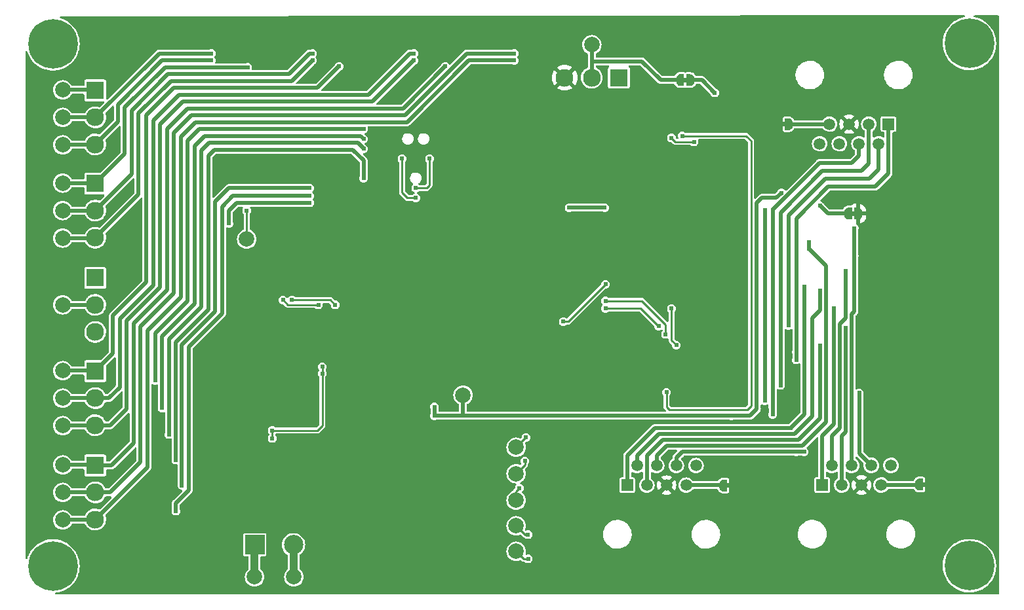
<source format=gbl>
G04 #@! TF.GenerationSoftware,KiCad,Pcbnew,6.0.10-86aedd382b~118~ubuntu18.04.1*
G04 #@! TF.CreationDate,2024-12-31T11:37:35-07:00*
G04 #@! TF.ProjectId,mss-switch,6d73732d-7377-4697-9463-682e6b696361,rev?*
G04 #@! TF.SameCoordinates,Original*
G04 #@! TF.FileFunction,Copper,L2,Bot*
G04 #@! TF.FilePolarity,Positive*
%FSLAX46Y46*%
G04 Gerber Fmt 4.6, Leading zero omitted, Abs format (unit mm)*
G04 Created by KiCad (PCBNEW 6.0.10-86aedd382b~118~ubuntu18.04.1) date 2024-12-31 11:37:35*
%MOMM*%
%LPD*%
G01*
G04 APERTURE LIST*
G04 #@! TA.AperFunction,ComponentPad*
%ADD10C,6.400000*%
G04 #@! TD*
G04 #@! TA.AperFunction,ComponentPad*
%ADD11R,2.300000X2.300000*%
G04 #@! TD*
G04 #@! TA.AperFunction,ComponentPad*
%ADD12C,2.300000*%
G04 #@! TD*
G04 #@! TA.AperFunction,ComponentPad*
%ADD13R,1.500000X1.500000*%
G04 #@! TD*
G04 #@! TA.AperFunction,ComponentPad*
%ADD14C,1.500000*%
G04 #@! TD*
G04 #@! TA.AperFunction,ComponentPad*
%ADD15R,2.500000X2.500000*%
G04 #@! TD*
G04 #@! TA.AperFunction,ComponentPad*
%ADD16C,2.500000*%
G04 #@! TD*
G04 #@! TA.AperFunction,SMDPad,CuDef*
%ADD17C,2.000000*%
G04 #@! TD*
G04 #@! TA.AperFunction,ViaPad*
%ADD18C,0.609600*%
G04 #@! TD*
G04 #@! TA.AperFunction,Conductor*
%ADD19C,0.254000*%
G04 #@! TD*
G04 #@! TA.AperFunction,Conductor*
%ADD20C,1.016000*%
G04 #@! TD*
G04 #@! TA.AperFunction,Conductor*
%ADD21C,0.508000*%
G04 #@! TD*
G04 APERTURE END LIST*
G36*
X117202000Y-177338000D02*
G01*
X116702000Y-177338000D01*
X116702000Y-176738000D01*
X117202000Y-176738000D01*
X117202000Y-177338000D01*
G37*
G36*
X111629000Y-124887000D02*
G01*
X111129000Y-124887000D01*
X111129000Y-124287000D01*
X111629000Y-124287000D01*
X111629000Y-124887000D01*
G37*
G36*
X142490000Y-177211000D02*
G01*
X141990000Y-177211000D01*
X141990000Y-176611000D01*
X142490000Y-176611000D01*
X142490000Y-177211000D01*
G37*
G36*
X133346000Y-142159000D02*
G01*
X132846000Y-142159000D01*
X132846000Y-141559000D01*
X133346000Y-141559000D01*
X133346000Y-142159000D01*
G37*
G36*
X124329000Y-130602000D02*
G01*
X123829000Y-130602000D01*
X123829000Y-130002000D01*
X124329000Y-130002000D01*
X124329000Y-130602000D01*
G37*
D10*
X29718000Y-119888000D03*
D11*
X35179000Y-174427000D03*
D12*
X35179000Y-177927000D03*
X35179000Y-181427000D03*
D11*
X35179000Y-125913000D03*
D12*
X35179000Y-129413000D03*
X35179000Y-132913000D03*
D13*
X129067500Y-176978750D03*
D14*
X130337500Y-174438750D03*
X131607500Y-176978750D03*
X132877500Y-174438750D03*
X134147500Y-176978750D03*
X135417500Y-174438750D03*
X136687500Y-176978750D03*
X137957500Y-174438750D03*
D11*
X35179000Y-150170000D03*
D12*
X35179000Y-153670000D03*
X35179000Y-157170000D03*
D15*
X55793000Y-184704000D03*
D16*
X60793000Y-184704000D03*
D11*
X35179000Y-137978000D03*
D12*
X35179000Y-141478000D03*
X35179000Y-144978000D03*
D13*
X103886000Y-176998750D03*
D14*
X105156000Y-174458750D03*
X106426000Y-176998750D03*
X107696000Y-174458750D03*
X108966000Y-176998750D03*
X110236000Y-174458750D03*
X111506000Y-176998750D03*
X112776000Y-174458750D03*
D11*
X35179000Y-162235000D03*
D12*
X35179000Y-165735000D03*
X35179000Y-169235000D03*
D11*
X102814000Y-124275000D03*
D12*
X99314000Y-124275000D03*
X95814000Y-124275000D03*
D13*
X137632500Y-130282750D03*
D14*
X136362500Y-132822750D03*
X135092500Y-130282750D03*
X133822500Y-132822750D03*
X132552500Y-130282750D03*
X131282500Y-132822750D03*
X130012500Y-130282750D03*
X128742500Y-132822750D03*
D10*
X29718000Y-187452000D03*
X148082000Y-187412750D03*
X148082000Y-119848750D03*
D17*
X30988000Y-181483000D03*
X30988000Y-162179000D03*
G04 #@! TA.AperFunction,SMDPad,CuDef*
G36*
X117102000Y-176288000D02*
G01*
X117602000Y-176288000D01*
X117602000Y-176292967D01*
X117681941Y-176294432D01*
X117817256Y-176336707D01*
X117935266Y-176415262D01*
X118026486Y-176523781D01*
X118083581Y-176653540D01*
X118101164Y-176788000D01*
X118102000Y-176788000D01*
X118102000Y-177288000D01*
X118101164Y-177288000D01*
X118101963Y-177294109D01*
X118080152Y-177434186D01*
X118019904Y-177562511D01*
X117926060Y-177668769D01*
X117806165Y-177744417D01*
X117669858Y-177783374D01*
X117602000Y-177782959D01*
X117602000Y-177788000D01*
X117102000Y-177788000D01*
X117102000Y-176288000D01*
G37*
G04 #@! TD.AperFunction*
G04 #@! TA.AperFunction,SMDPad,CuDef*
G36*
X116302000Y-177782959D02*
G01*
X116228095Y-177782508D01*
X116092274Y-177741889D01*
X115973312Y-177664782D01*
X115880774Y-177557385D01*
X115822097Y-177428333D01*
X115802000Y-177288000D01*
X115802000Y-176788000D01*
X115802149Y-176775784D01*
X115825669Y-176635983D01*
X115887481Y-176508404D01*
X115982616Y-176403300D01*
X116103426Y-176329123D01*
X116240199Y-176291834D01*
X116302000Y-176292967D01*
X116302000Y-176288000D01*
X116802000Y-176288000D01*
X116802000Y-177788000D01*
X116302000Y-177788000D01*
X116302000Y-177782959D01*
G37*
G04 #@! TD.AperFunction*
X30988000Y-141478000D03*
X31002000Y-174371000D03*
X60833000Y-188849000D03*
X54737000Y-145161000D03*
G04 #@! TA.AperFunction,SMDPad,CuDef*
G36*
X111529000Y-123837000D02*
G01*
X112029000Y-123837000D01*
X112029000Y-123841967D01*
X112108941Y-123843432D01*
X112244256Y-123885707D01*
X112362266Y-123964262D01*
X112453486Y-124072781D01*
X112510581Y-124202540D01*
X112528164Y-124337000D01*
X112529000Y-124337000D01*
X112529000Y-124837000D01*
X112528164Y-124837000D01*
X112528963Y-124843109D01*
X112507152Y-124983186D01*
X112446904Y-125111511D01*
X112353060Y-125217769D01*
X112233165Y-125293417D01*
X112096858Y-125332374D01*
X112029000Y-125331959D01*
X112029000Y-125337000D01*
X111529000Y-125337000D01*
X111529000Y-123837000D01*
G37*
G04 #@! TD.AperFunction*
G04 #@! TA.AperFunction,SMDPad,CuDef*
G36*
X110729000Y-125331959D02*
G01*
X110655095Y-125331508D01*
X110519274Y-125290889D01*
X110400312Y-125213782D01*
X110307774Y-125106385D01*
X110249097Y-124977333D01*
X110229000Y-124837000D01*
X110229000Y-124337000D01*
X110229149Y-124324784D01*
X110252669Y-124184983D01*
X110314481Y-124057404D01*
X110409616Y-123952300D01*
X110530426Y-123878123D01*
X110667199Y-123840834D01*
X110729000Y-123841967D01*
X110729000Y-123837000D01*
X111229000Y-123837000D01*
X111229000Y-125337000D01*
X110729000Y-125337000D01*
X110729000Y-125331959D01*
G37*
G04 #@! TD.AperFunction*
X30988000Y-125857000D03*
X99314000Y-120015000D03*
G04 #@! TA.AperFunction,SMDPad,CuDef*
G36*
X142390000Y-176161000D02*
G01*
X142890000Y-176161000D01*
X142890000Y-176165967D01*
X142969941Y-176167432D01*
X143105256Y-176209707D01*
X143223266Y-176288262D01*
X143314486Y-176396781D01*
X143371581Y-176526540D01*
X143389164Y-176661000D01*
X143390000Y-176661000D01*
X143390000Y-177161000D01*
X143389164Y-177161000D01*
X143389963Y-177167109D01*
X143368152Y-177307186D01*
X143307904Y-177435511D01*
X143214060Y-177541769D01*
X143094165Y-177617417D01*
X142957858Y-177656374D01*
X142890000Y-177655959D01*
X142890000Y-177661000D01*
X142390000Y-177661000D01*
X142390000Y-176161000D01*
G37*
G04 #@! TD.AperFunction*
G04 #@! TA.AperFunction,SMDPad,CuDef*
G36*
X141590000Y-177655959D02*
G01*
X141516095Y-177655508D01*
X141380274Y-177614889D01*
X141261312Y-177537782D01*
X141168774Y-177430385D01*
X141110097Y-177301333D01*
X141090000Y-177161000D01*
X141090000Y-176661000D01*
X141090149Y-176648784D01*
X141113669Y-176508983D01*
X141175481Y-176381404D01*
X141270616Y-176276300D01*
X141391426Y-176202123D01*
X141528199Y-176164834D01*
X141590000Y-176165967D01*
X141590000Y-176161000D01*
X142090000Y-176161000D01*
X142090000Y-177661000D01*
X141590000Y-177661000D01*
X141590000Y-177655959D01*
G37*
G04 #@! TD.AperFunction*
X89535000Y-178943000D03*
X30988000Y-153670000D03*
G04 #@! TA.AperFunction,SMDPad,CuDef*
G36*
X133246000Y-141109000D02*
G01*
X133746000Y-141109000D01*
X133746000Y-141113967D01*
X133825941Y-141115432D01*
X133961256Y-141157707D01*
X134079266Y-141236262D01*
X134170486Y-141344781D01*
X134227581Y-141474540D01*
X134245164Y-141609000D01*
X134246000Y-141609000D01*
X134246000Y-142109000D01*
X134245164Y-142109000D01*
X134245963Y-142115109D01*
X134224152Y-142255186D01*
X134163904Y-142383511D01*
X134070060Y-142489769D01*
X133950165Y-142565417D01*
X133813858Y-142604374D01*
X133746000Y-142603959D01*
X133746000Y-142609000D01*
X133246000Y-142609000D01*
X133246000Y-141109000D01*
G37*
G04 #@! TD.AperFunction*
G04 #@! TA.AperFunction,SMDPad,CuDef*
G36*
X132446000Y-142603959D02*
G01*
X132372095Y-142603508D01*
X132236274Y-142562889D01*
X132117312Y-142485782D01*
X132024774Y-142378385D01*
X131966097Y-142249333D01*
X131946000Y-142109000D01*
X131946000Y-141609000D01*
X131946149Y-141596784D01*
X131969669Y-141456983D01*
X132031481Y-141329404D01*
X132126616Y-141224300D01*
X132247426Y-141150123D01*
X132384199Y-141112834D01*
X132446000Y-141113967D01*
X132446000Y-141109000D01*
X132946000Y-141109000D01*
X132946000Y-142609000D01*
X132446000Y-142609000D01*
X132446000Y-142603959D01*
G37*
G04 #@! TD.AperFunction*
X30988000Y-165735000D03*
G04 #@! TA.AperFunction,SMDPad,CuDef*
G36*
X123929000Y-131052000D02*
G01*
X123429000Y-131052000D01*
X123429000Y-131047033D01*
X123349059Y-131045568D01*
X123213744Y-131003293D01*
X123095734Y-130924738D01*
X123004514Y-130816219D01*
X122947419Y-130686460D01*
X122929836Y-130552000D01*
X122929000Y-130552000D01*
X122929000Y-130052000D01*
X122929836Y-130052000D01*
X122929037Y-130045891D01*
X122950848Y-129905814D01*
X123011096Y-129777489D01*
X123104940Y-129671231D01*
X123224835Y-129595583D01*
X123361142Y-129556626D01*
X123429000Y-129557041D01*
X123429000Y-129552000D01*
X123929000Y-129552000D01*
X123929000Y-131052000D01*
G37*
G04 #@! TD.AperFunction*
G04 #@! TA.AperFunction,SMDPad,CuDef*
G36*
X124729000Y-129557041D02*
G01*
X124802905Y-129557492D01*
X124938726Y-129598111D01*
X125057688Y-129675218D01*
X125150226Y-129782615D01*
X125208903Y-129911667D01*
X125229000Y-130052000D01*
X125229000Y-130552000D01*
X125228851Y-130564216D01*
X125205331Y-130704017D01*
X125143519Y-130831596D01*
X125048384Y-130936700D01*
X124927574Y-131010877D01*
X124790801Y-131048166D01*
X124729000Y-131047033D01*
X124729000Y-131052000D01*
X124229000Y-131052000D01*
X124229000Y-129552000D01*
X124729000Y-129552000D01*
X124729000Y-129557041D01*
G37*
G04 #@! TD.AperFunction*
X82677000Y-165354000D03*
X89535000Y-185547000D03*
X89535000Y-172085000D03*
X30988000Y-145034000D03*
X30988000Y-177927000D03*
X30988000Y-169291000D03*
X30988000Y-132969000D03*
X89535000Y-175514000D03*
X30988000Y-137922000D03*
X30988000Y-129413000D03*
X89535000Y-182245000D03*
X55753000Y-188849000D03*
D18*
X87361000Y-183617750D03*
X140462000Y-158964750D03*
X123825000Y-124674750D03*
X56642000Y-173101000D03*
X114808000Y-155448000D03*
X140462000Y-157948750D03*
X39243000Y-148463000D03*
X147066000Y-150836750D03*
X100610000Y-143470750D03*
X65024000Y-134747000D03*
X117348000Y-180173750D03*
X111600000Y-150582750D03*
X61722000Y-165862000D03*
X134874000Y-156678750D03*
X56642000Y-177292000D03*
X55245000Y-173101000D03*
X53721000Y-149987000D03*
X147066000Y-161377750D03*
X65405000Y-166497000D03*
X66040000Y-134747000D03*
X101372000Y-143470750D03*
X110998000Y-153884750D03*
X65024000Y-143891000D03*
X134874000Y-157694750D03*
X95377000Y-133477000D03*
X111760000Y-153884750D03*
X66421000Y-165481000D03*
X77724000Y-175133000D03*
X87361000Y-169901750D03*
X110998000Y-140676750D03*
X111760000Y-137374750D03*
X150876000Y-157948750D03*
X65913000Y-143891000D03*
X101407000Y-155408750D03*
X100645000Y-155408750D03*
X40513000Y-148463000D03*
X111760000Y-147280750D03*
X62611000Y-165354000D03*
X39243000Y-149733000D03*
X110998000Y-134072750D03*
X77089000Y-166751000D03*
X53721000Y-148463000D03*
X74175457Y-164120485D03*
X110236000Y-164171750D03*
X95377000Y-132461000D03*
X110255000Y-165041750D03*
X87361000Y-179045750D03*
X118872000Y-180173750D03*
X40259000Y-184912000D03*
X120269000Y-124674750D03*
X121031000Y-183221750D03*
X74803000Y-133477000D03*
X70103000Y-183770000D03*
X77089000Y-163830000D03*
X63627000Y-165354000D03*
X53721000Y-151511000D03*
X111760000Y-140676750D03*
X147066000Y-140168750D03*
X74168000Y-165100000D03*
X150876000Y-147407750D03*
X123190000Y-180173750D03*
X80264000Y-175133000D03*
X96393000Y-146050000D03*
X57912000Y-173101000D03*
X147066000Y-149947750D03*
X147066000Y-160488750D03*
X111760000Y-134072750D03*
X150876000Y-168489750D03*
X122682000Y-126579750D03*
X121412000Y-126579750D03*
X82296000Y-129667000D03*
X120269000Y-126198750D03*
X150876000Y-136739750D03*
X115570000Y-155448000D03*
X110838000Y-150582750D03*
X55245000Y-177292000D03*
X147066000Y-171918750D03*
X147066000Y-139279750D03*
X71375000Y-183770000D03*
X110998000Y-147280750D03*
X60071000Y-136017000D03*
X121666000Y-180173750D03*
X120396000Y-180173750D03*
X111760000Y-143978750D03*
X87361000Y-174473750D03*
X40513000Y-149733000D03*
X73914000Y-133477000D03*
X60071000Y-137287000D03*
X124714000Y-180173750D03*
X41148000Y-184912000D03*
X61722000Y-166624000D03*
X57912000Y-177292000D03*
X123825000Y-126198750D03*
X110998000Y-143978750D03*
X110998000Y-137374750D03*
X121031000Y-181951750D03*
X65405000Y-165481000D03*
X147066000Y-171029750D03*
X66421000Y-166497000D03*
X58039000Y-170942000D03*
X64516000Y-162560000D03*
X58039000Y-169926000D03*
X64516000Y-161671000D03*
X120630375Y-157626625D03*
X78994000Y-168021000D03*
X122809000Y-139827000D03*
X117348000Y-168021000D03*
X123812498Y-139179498D03*
X78994000Y-166878000D03*
X101092000Y-154138750D03*
X107950000Y-156424750D03*
X127381000Y-145542000D03*
X127381000Y-146431000D03*
X121666000Y-165060750D03*
X121666000Y-141438750D03*
X121666000Y-142454750D03*
X121666000Y-166076750D03*
X123698000Y-149479000D03*
X123698000Y-164084000D03*
X123698000Y-148590000D03*
X133210300Y-143776700D03*
X133210300Y-147332700D03*
X122682000Y-166838750D03*
X122682000Y-141438750D03*
X122682000Y-167854750D03*
X122682000Y-142454750D03*
X50165000Y-121158000D03*
X50165000Y-122047000D03*
X76327000Y-121158000D03*
X76327000Y-122047000D03*
X80391000Y-122809000D03*
X66675000Y-122809000D03*
X126746000Y-151344750D03*
X123825000Y-169632750D03*
X124968000Y-169632750D03*
X126746000Y-152360750D03*
X128778000Y-152614750D03*
X128778000Y-151852750D03*
X128778000Y-158964750D03*
X128790700Y-159714050D03*
X126746000Y-172680750D03*
X125690750Y-172680750D03*
X42926000Y-163449000D03*
X69850000Y-130937000D03*
X69850000Y-132207000D03*
X43815000Y-167005000D03*
X44704000Y-170434000D03*
X69850000Y-133477000D03*
X130556000Y-154900750D03*
X130556000Y-154138750D03*
X132080000Y-150836750D03*
X132080000Y-149312750D03*
X132080000Y-156678750D03*
X132080000Y-157694750D03*
X133858000Y-165060750D03*
X133858000Y-166076750D03*
X63246000Y-121158000D03*
X63246000Y-122047000D03*
X89281000Y-121158000D03*
X89281000Y-122047000D03*
X125730000Y-148590000D03*
X125730000Y-147828000D03*
X125730000Y-160782000D03*
X125730000Y-159766000D03*
X124714000Y-147066000D03*
X124714000Y-146050000D03*
X124714000Y-156337000D03*
X69850000Y-137287000D03*
X45593000Y-173736000D03*
X78359000Y-134747000D03*
X46366750Y-177026250D03*
X76581000Y-138557000D03*
X62865000Y-138557000D03*
X62865000Y-140462000D03*
X52451000Y-143129000D03*
X74803000Y-134747000D03*
X76581000Y-139827000D03*
X45593000Y-180340000D03*
X62865000Y-139573000D03*
X128778000Y-140843000D03*
X60579000Y-153035000D03*
X66167000Y-153670000D03*
X54737000Y-141478000D03*
X96393000Y-141097000D03*
X100965000Y-141097000D03*
X108966000Y-164973000D03*
X110998000Y-131826000D03*
X112522000Y-132588000D03*
X109601000Y-132080000D03*
X110236000Y-158877000D03*
X109601000Y-154138750D03*
X90805000Y-170815000D03*
X90678000Y-173863000D03*
X89955250Y-177379750D03*
X91059000Y-183388000D03*
X91098250Y-186523750D03*
X54864000Y-122936000D03*
X64008000Y-153670000D03*
X59436000Y-153035000D03*
X115189000Y-126238000D03*
X101092000Y-151003000D03*
X95631000Y-155829000D03*
X108839000Y-157480000D03*
X101092000Y-153162000D03*
D19*
X58039000Y-170942000D02*
X58039000Y-169926000D01*
X64516000Y-169291000D02*
X63881000Y-169926000D01*
X63881000Y-169926000D02*
X58039000Y-169926000D01*
X64516000Y-161671000D02*
X64516000Y-169291000D01*
D20*
X55753000Y-188849000D02*
X55753000Y-184744000D01*
X55753000Y-184744000D02*
X55793000Y-184704000D01*
X60793000Y-184704000D02*
X60793000Y-188809000D01*
X60793000Y-188809000D02*
X60833000Y-188849000D01*
D21*
X122809000Y-139827000D02*
X123164996Y-139827000D01*
X120630375Y-157626625D02*
X120630375Y-167151625D01*
X123164996Y-139827000D02*
X123812498Y-139179498D01*
X117348000Y-168021000D02*
X115189000Y-168021000D01*
X117181750Y-168021000D02*
X115189000Y-168021000D01*
X119761000Y-168021000D02*
X117348000Y-168021000D01*
X82677000Y-165354000D02*
X82677000Y-168021000D01*
X122809000Y-139827000D02*
X121285000Y-139827000D01*
X120630375Y-140481625D02*
X120630375Y-157626625D01*
X82677000Y-168021000D02*
X115189000Y-168021000D01*
X78994000Y-168021000D02*
X78994000Y-166878000D01*
X120630375Y-167151625D02*
X119761000Y-168021000D01*
X78994000Y-168021000D02*
X82677000Y-168021000D01*
X121285000Y-139827000D02*
X120630375Y-140481625D01*
D19*
X107950000Y-156424750D02*
X107910750Y-156424750D01*
X107910750Y-156424750D02*
X105624750Y-154138750D01*
X105624750Y-154138750D02*
X101092000Y-154138750D01*
D21*
X127381000Y-146431000D02*
X127381000Y-145542000D01*
X107696000Y-173188750D02*
X107696000Y-174458750D01*
X108966000Y-171918750D02*
X107696000Y-173188750D01*
X127381000Y-146431000D02*
X129540000Y-148590000D01*
X129540000Y-168870750D02*
X126492000Y-171918750D01*
X129540000Y-148590000D02*
X129540000Y-168870750D01*
X126492000Y-171918750D02*
X108966000Y-171918750D01*
X121666000Y-166076750D02*
X121666000Y-165060750D01*
X121666000Y-141438750D02*
X121666000Y-165568750D01*
X129071250Y-136358750D02*
X134112000Y-136358750D01*
X123698000Y-164084000D02*
X123698000Y-141732000D01*
X134112000Y-136358750D02*
X135092500Y-135378250D01*
X135092500Y-135378250D02*
X135092500Y-130282750D01*
X123698000Y-141732000D02*
X129071250Y-136358750D01*
X133210300Y-154532450D02*
X132877500Y-154865250D01*
X132877500Y-174438750D02*
X132877500Y-154936250D01*
X133210300Y-143776700D02*
X133210300Y-154532450D01*
X122682000Y-167854750D02*
X122682000Y-141351000D01*
X122682000Y-167854750D02*
X122682000Y-166838750D01*
X128690250Y-135342750D02*
X132842000Y-135342750D01*
X132842000Y-135342750D02*
X133822500Y-134362250D01*
X122682000Y-141351000D02*
X128690250Y-135342750D01*
X133822500Y-134362250D02*
X133822500Y-132822750D01*
X30988000Y-129413000D02*
X35179000Y-129413000D01*
X35179000Y-129413000D02*
X43434000Y-121158000D01*
X43434000Y-121158000D02*
X50165000Y-121158000D01*
X43815000Y-122047000D02*
X50165000Y-122047000D01*
X35179000Y-132913000D02*
X38100000Y-129992000D01*
X35123000Y-132969000D02*
X35179000Y-132913000D01*
X38100000Y-129992000D02*
X38100000Y-127762000D01*
X38100000Y-127762000D02*
X43815000Y-122047000D01*
X30988000Y-132969000D02*
X35123000Y-132969000D01*
X35123000Y-125857000D02*
X35179000Y-125913000D01*
X30988000Y-125857000D02*
X35123000Y-125857000D01*
X35179000Y-153670000D02*
X30988000Y-153670000D01*
X35179000Y-165735000D02*
X36957000Y-165735000D01*
X42672000Y-151130000D02*
X42672000Y-129794000D01*
X45974000Y-126492000D02*
X70485000Y-126492000D01*
X30988000Y-165735000D02*
X35179000Y-165735000D01*
X36957000Y-165735000D02*
X38354000Y-164338000D01*
X38354000Y-164338000D02*
X38354000Y-155448000D01*
X38354000Y-155448000D02*
X42672000Y-151130000D01*
X70485000Y-126492000D02*
X75819000Y-121158000D01*
X42672000Y-129794000D02*
X45974000Y-126492000D01*
X75819000Y-121158000D02*
X76327000Y-121158000D01*
X30988000Y-169291000D02*
X35123000Y-169291000D01*
X35179000Y-169235000D02*
X37140000Y-169235000D01*
X39243000Y-167132000D02*
X39243000Y-155702000D01*
X35123000Y-169291000D02*
X35179000Y-169235000D01*
X37140000Y-169235000D02*
X39243000Y-167132000D01*
X43561000Y-151384000D02*
X43561000Y-130302000D01*
X43561000Y-130302000D02*
X46482000Y-127381000D01*
X70993000Y-127381000D02*
X76327000Y-122047000D01*
X46482000Y-127381000D02*
X70993000Y-127381000D01*
X39243000Y-155702000D02*
X43561000Y-151384000D01*
X35123000Y-174371000D02*
X35179000Y-174427000D01*
X47117000Y-128270000D02*
X44450000Y-130937000D01*
X40132000Y-171577000D02*
X37282000Y-174427000D01*
X40132000Y-156083000D02*
X40132000Y-171577000D01*
X44450000Y-151765000D02*
X40132000Y-156083000D01*
X74930000Y-128270000D02*
X47117000Y-128270000D01*
X37282000Y-174427000D02*
X35179000Y-174427000D01*
X80391000Y-122809000D02*
X74930000Y-128270000D01*
X31002000Y-174371000D02*
X35123000Y-174371000D01*
X44450000Y-130937000D02*
X44450000Y-151765000D01*
X37465000Y-155067000D02*
X41783000Y-150749000D01*
X37465000Y-159949000D02*
X37465000Y-155067000D01*
X30988000Y-162179000D02*
X35123000Y-162179000D01*
X45339000Y-125603000D02*
X63881000Y-125603000D01*
X35123000Y-162179000D02*
X35179000Y-162235000D01*
X35179000Y-162235000D02*
X37465000Y-159949000D01*
X63881000Y-125603000D02*
X66675000Y-122809000D01*
X41783000Y-129159000D02*
X45339000Y-125603000D01*
X41783000Y-150749000D02*
X41783000Y-129159000D01*
X126746000Y-167854750D02*
X126746000Y-152360750D01*
X124968000Y-169632750D02*
X126746000Y-167854750D01*
X124968000Y-169632750D02*
X107442000Y-169632750D01*
X103886000Y-173188750D02*
X103886000Y-176998750D01*
X107442000Y-169632750D02*
X103886000Y-173188750D01*
X126746000Y-152360750D02*
X126746000Y-151344750D01*
X127762000Y-168108750D02*
X125476000Y-170394750D01*
X128778000Y-152614750D02*
X128778000Y-154392750D01*
X128778000Y-152614750D02*
X128778000Y-151852750D01*
X128778000Y-154392750D02*
X127762000Y-155408750D01*
X105156000Y-173188750D02*
X105156000Y-174458750D01*
X125476000Y-170394750D02*
X107950000Y-170394750D01*
X127762000Y-155408750D02*
X127762000Y-168108750D01*
X107950000Y-170394750D02*
X105156000Y-173188750D01*
X108458000Y-171156750D02*
X106426000Y-173188750D01*
X106426000Y-173188750D02*
X106426000Y-176998750D01*
X128778000Y-168362750D02*
X125984000Y-171156750D01*
X125984000Y-171156750D02*
X108458000Y-171156750D01*
X128778000Y-158964750D02*
X128778000Y-159701350D01*
X128778000Y-159701350D02*
X128790700Y-159714050D01*
X128778000Y-158964750D02*
X128778000Y-168362750D01*
X125690750Y-172680750D02*
X110998000Y-172680750D01*
X110236000Y-173442750D02*
X110236000Y-174458750D01*
X110998000Y-172680750D02*
X110236000Y-173442750D01*
X125690750Y-172680750D02*
X126746000Y-172680750D01*
X47117000Y-153162000D02*
X47117000Y-132461000D01*
X42926000Y-157353000D02*
X47117000Y-153162000D01*
X42926000Y-163449000D02*
X42926000Y-157353000D01*
X48641000Y-130937000D02*
X69850000Y-130937000D01*
X47117000Y-132461000D02*
X48641000Y-130937000D01*
X48006000Y-153543000D02*
X48006000Y-133096000D01*
X48006000Y-133096000D02*
X49276000Y-131826000D01*
X49276000Y-131826000D02*
X69469000Y-131826000D01*
X69469000Y-131826000D02*
X69850000Y-132207000D01*
X43815000Y-157734000D02*
X48006000Y-153543000D01*
X43815000Y-167005000D02*
X43815000Y-157734000D01*
X44704000Y-158115000D02*
X48895000Y-153924000D01*
X48895000Y-133731000D02*
X49911000Y-132715000D01*
X48895000Y-153924000D02*
X48895000Y-133731000D01*
X49911000Y-132715000D02*
X69088000Y-132715000D01*
X69088000Y-132715000D02*
X69850000Y-133477000D01*
X44704000Y-170434000D02*
X44704000Y-158115000D01*
D19*
X115936000Y-177038000D02*
X115951000Y-177038000D01*
X115951000Y-177038000D02*
X115911750Y-176998750D01*
D21*
X115896750Y-176998750D02*
X115936000Y-177038000D01*
X111506000Y-176998750D02*
X115896750Y-176998750D01*
X130556000Y-169124750D02*
X129067500Y-170613250D01*
X130556000Y-155129746D02*
X130556000Y-154138750D01*
X129067500Y-170613250D02*
X129067500Y-176978750D01*
X130556000Y-154138750D02*
X130556000Y-169124750D01*
X132080000Y-150836750D02*
X132080000Y-155408750D01*
X132080000Y-150836750D02*
X132080000Y-149312750D01*
X132080000Y-155408750D02*
X131318000Y-156170750D01*
X130337500Y-170613250D02*
X130337500Y-174438750D01*
X131318000Y-169632750D02*
X130337500Y-170613250D01*
X131318000Y-156170750D02*
X131318000Y-169632750D01*
X131607500Y-176978750D02*
X131607500Y-170684250D01*
X131572000Y-170648750D02*
X132080000Y-170140750D01*
X132080000Y-157694750D02*
X132080000Y-156678750D01*
X132080000Y-170140750D02*
X132080000Y-157694750D01*
X131607500Y-170684250D02*
X131572000Y-170648750D01*
X135417500Y-174438750D02*
X133858000Y-172879250D01*
X133858000Y-172879250D02*
X133858000Y-165314750D01*
X136687500Y-176978750D02*
X141522250Y-176978750D01*
X141522250Y-176978750D02*
X141590000Y-176911000D01*
X44577000Y-123825000D02*
X60198000Y-123825000D01*
X35179000Y-141478000D02*
X39878000Y-136779000D01*
X62865000Y-121158000D02*
X63246000Y-121158000D01*
X39878000Y-128524000D02*
X44577000Y-123825000D01*
X39878000Y-136779000D02*
X39878000Y-128524000D01*
X60198000Y-123825000D02*
X62865000Y-121158000D01*
X30988000Y-141478000D02*
X35179000Y-141478000D01*
X35179000Y-144978000D02*
X40767000Y-139390000D01*
X40767000Y-139390000D02*
X40767000Y-128905000D01*
X60579000Y-124714000D02*
X63246000Y-122047000D01*
X35123000Y-145034000D02*
X35179000Y-144978000D01*
X44958000Y-124714000D02*
X60579000Y-124714000D01*
X30988000Y-145034000D02*
X35123000Y-145034000D01*
X40767000Y-128905000D02*
X44958000Y-124714000D01*
X75184000Y-129159000D02*
X83185000Y-121158000D01*
X37084000Y-177927000D02*
X41021000Y-173990000D01*
X45339000Y-152146000D02*
X45339000Y-131445000D01*
X35179000Y-177927000D02*
X37084000Y-177927000D01*
X30988000Y-177927000D02*
X35179000Y-177927000D01*
X41021000Y-156464000D02*
X45339000Y-152146000D01*
X41021000Y-173990000D02*
X41021000Y-156464000D01*
X83185000Y-121158000D02*
X89281000Y-121158000D01*
X47625000Y-129159000D02*
X75184000Y-129159000D01*
X45339000Y-131445000D02*
X47625000Y-129159000D01*
X46228000Y-131953000D02*
X48133000Y-130048000D01*
X46228000Y-152654000D02*
X46228000Y-131953000D01*
X35179000Y-181427000D02*
X41910000Y-174696000D01*
X30988000Y-181483000D02*
X35123000Y-181483000D01*
X41910000Y-156972000D02*
X46228000Y-152654000D01*
X75438000Y-130048000D02*
X83439000Y-122047000D01*
X35123000Y-181483000D02*
X35179000Y-181427000D01*
X41910000Y-174696000D02*
X41910000Y-156972000D01*
X48133000Y-130048000D02*
X75438000Y-130048000D01*
X83439000Y-122047000D02*
X89281000Y-122047000D01*
X125730000Y-142494000D02*
X129833250Y-138390750D01*
X125730000Y-160782000D02*
X125730000Y-142494000D01*
X137632500Y-136648250D02*
X137632500Y-130282750D01*
X125730000Y-160782000D02*
X125730000Y-159766000D01*
X129833250Y-138390750D02*
X135890000Y-138390750D01*
X135890000Y-138390750D02*
X137632500Y-136648250D01*
X135128000Y-137374750D02*
X136362500Y-136140250D01*
X124714000Y-156337000D02*
X124714000Y-142113000D01*
X124714000Y-142113000D02*
X129452250Y-137374750D01*
X136362500Y-136140250D02*
X136362500Y-132822750D01*
X129452250Y-137374750D02*
X135128000Y-137374750D01*
X124748250Y-130282750D02*
X130012500Y-130282750D01*
X124729000Y-130302000D02*
X124748250Y-130282750D01*
X99314000Y-122174000D02*
X99314000Y-124224750D01*
X105791000Y-122174000D02*
X108204000Y-124587000D01*
X108204000Y-124587000D02*
X110729000Y-124587000D01*
X99314000Y-122174000D02*
X105791000Y-122174000D01*
X99314000Y-120015000D02*
X99314000Y-122174000D01*
X49784000Y-134366000D02*
X49784000Y-154305000D01*
X50546000Y-133604000D02*
X49784000Y-134366000D01*
X49784000Y-154305000D02*
X45593000Y-158496000D01*
X45593000Y-158496000D02*
X45593000Y-173736000D01*
X68453000Y-133604000D02*
X50546000Y-133604000D01*
X69850000Y-137287000D02*
X69850000Y-135001000D01*
X69850000Y-135001000D02*
X68453000Y-133604000D01*
X62865000Y-138557000D02*
X52451000Y-138557000D01*
X52451000Y-138557000D02*
X50673000Y-140335000D01*
D19*
X77978000Y-138557000D02*
X78359000Y-138176000D01*
D21*
X50673000Y-154559000D02*
X46366750Y-158865250D01*
D19*
X76581000Y-138557000D02*
X77978000Y-138557000D01*
D21*
X50673000Y-140335000D02*
X50673000Y-154559000D01*
X46366750Y-158865250D02*
X46366750Y-177026250D01*
D19*
X78359000Y-138176000D02*
X78359000Y-134747000D01*
D21*
X62865000Y-140462000D02*
X53467000Y-140462000D01*
D19*
X75501500Y-139827000D02*
X74803000Y-139128500D01*
X76581000Y-139827000D02*
X75501500Y-139827000D01*
X74803000Y-139128500D02*
X74803000Y-134747000D01*
D21*
X53467000Y-140462000D02*
X52451000Y-141478000D01*
X52451000Y-141478000D02*
X52451000Y-143129000D01*
X62865000Y-139573000D02*
X52959000Y-139573000D01*
X52959000Y-139573000D02*
X51562000Y-140970000D01*
X51562000Y-154813000D02*
X47244000Y-159131000D01*
X45593000Y-179324000D02*
X45593000Y-180340000D01*
X51562000Y-140970000D02*
X51562000Y-154813000D01*
X47244000Y-177673000D02*
X45593000Y-179324000D01*
X47244000Y-159131000D02*
X47244000Y-177673000D01*
X129794000Y-141859000D02*
X132446000Y-141859000D01*
X128778000Y-140843000D02*
X129794000Y-141859000D01*
D19*
X54737000Y-145161000D02*
X54737000Y-141478000D01*
X65532000Y-153035000D02*
X66167000Y-153670000D01*
X60579000Y-153035000D02*
X65532000Y-153035000D01*
D21*
X100965000Y-141097000D02*
X96393000Y-141097000D01*
D19*
X119253000Y-131826000D02*
X119888000Y-132461000D01*
X119380000Y-167259000D02*
X119888000Y-166751000D01*
X119888000Y-166751000D02*
X119888000Y-132461000D01*
X108966000Y-166878000D02*
X109347000Y-167259000D01*
X108966000Y-164973000D02*
X108966000Y-165862000D01*
X119253000Y-131826000D02*
X110998000Y-131826000D01*
X108966000Y-165862000D02*
X108966000Y-166878000D01*
X109347000Y-167259000D02*
X119380000Y-167259000D01*
X112522000Y-132588000D02*
X110109000Y-132588000D01*
X110109000Y-132588000D02*
X109601000Y-132080000D01*
X110236000Y-158877000D02*
X109601000Y-158242000D01*
X109601000Y-158242000D02*
X109601000Y-154138750D01*
X90805000Y-170815000D02*
X89535000Y-172085000D01*
X90678000Y-174371000D02*
X89535000Y-175514000D01*
X90678000Y-173863000D02*
X90678000Y-174371000D01*
X89535000Y-177800000D02*
X89535000Y-178943000D01*
X89955250Y-177379750D02*
X89535000Y-177800000D01*
X90678000Y-183388000D02*
X91059000Y-183388000D01*
X89535000Y-182245000D02*
X90678000Y-183388000D01*
X90511750Y-186523750D02*
X89535000Y-185547000D01*
X91098250Y-186523750D02*
X90511750Y-186523750D01*
D21*
X38989000Y-128143000D02*
X38989000Y-134168000D01*
X35123000Y-137922000D02*
X35179000Y-137978000D01*
X54864000Y-122936000D02*
X44196000Y-122936000D01*
X30988000Y-137922000D02*
X35123000Y-137922000D01*
X38989000Y-134168000D02*
X35179000Y-137978000D01*
X44196000Y-122936000D02*
X38989000Y-128143000D01*
D19*
X60071000Y-153670000D02*
X64008000Y-153670000D01*
X59436000Y-153035000D02*
X60071000Y-153670000D01*
D21*
X115189000Y-126238000D02*
X113538000Y-124587000D01*
X113538000Y-124587000D02*
X112029000Y-124587000D01*
D19*
X101092000Y-151003000D02*
X96266000Y-155829000D01*
X96266000Y-155829000D02*
X95631000Y-155829000D01*
X108839000Y-157480000D02*
X108839000Y-156210000D01*
X105791000Y-153162000D02*
X101092000Y-153162000D01*
X105791000Y-153162000D02*
X108839000Y-156210000D01*
G04 #@! TA.AperFunction,Conductor*
G36*
X151834014Y-116225060D02*
G01*
X151880561Y-116278669D01*
X151892000Y-116331127D01*
X151892000Y-191009000D01*
X151871998Y-191077121D01*
X151818342Y-191123614D01*
X151766000Y-191135000D01*
X30130036Y-191135000D01*
X30061915Y-191114998D01*
X30015422Y-191061342D01*
X30005318Y-190991068D01*
X30034812Y-190926488D01*
X30094538Y-190888104D01*
X30117084Y-190883667D01*
X30255805Y-190869332D01*
X30255814Y-190869331D01*
X30259197Y-190868981D01*
X30262530Y-190868267D01*
X30262533Y-190868266D01*
X30473096Y-190823125D01*
X30625063Y-190790546D01*
X30980318Y-190673056D01*
X31320807Y-190517887D01*
X31418707Y-190459758D01*
X31639601Y-190328601D01*
X31639606Y-190328598D01*
X31642546Y-190326852D01*
X31672354Y-190304472D01*
X31744828Y-190250056D01*
X31941771Y-190102187D01*
X32214983Y-189846521D01*
X32458985Y-189562842D01*
X32520279Y-189473659D01*
X32668992Y-189257280D01*
X32668997Y-189257273D01*
X32670922Y-189254471D01*
X32672534Y-189251477D01*
X32672539Y-189251469D01*
X32846694Y-188928027D01*
X32848316Y-188925015D01*
X32940782Y-188697299D01*
X32987811Y-188581480D01*
X32987813Y-188581475D01*
X32989091Y-188578327D01*
X33001206Y-188535799D01*
X33051744Y-188358382D01*
X33091601Y-188218463D01*
X33148051Y-187888223D01*
X33154075Y-187852981D01*
X33154075Y-187852979D01*
X33154647Y-187849634D01*
X33156203Y-187824205D01*
X33177380Y-187477948D01*
X33177490Y-187476152D01*
X33177574Y-187452000D01*
X33157339Y-187078368D01*
X33096870Y-186709107D01*
X32996875Y-186348537D01*
X32993627Y-186340373D01*
X32859783Y-186004039D01*
X32859779Y-186004031D01*
X32858523Y-186000874D01*
X32848534Y-185982007D01*
X32736808Y-185770995D01*
X32683434Y-185670188D01*
X32681534Y-185667382D01*
X32681530Y-185667375D01*
X32541262Y-185460201D01*
X32473654Y-185360345D01*
X32231639Y-185074970D01*
X31960219Y-184817402D01*
X31957512Y-184815340D01*
X31957504Y-184815333D01*
X31665281Y-184592720D01*
X31662569Y-184590654D01*
X31436194Y-184454095D01*
X31345100Y-184399143D01*
X31345096Y-184399141D01*
X31342172Y-184397377D01*
X31339082Y-184395943D01*
X31339077Y-184395940D01*
X31005871Y-184241272D01*
X31005869Y-184241271D01*
X31002775Y-184239835D01*
X30999540Y-184238740D01*
X30999535Y-184238738D01*
X30651583Y-184120963D01*
X30648348Y-184119868D01*
X30283038Y-184038881D01*
X30143114Y-184023433D01*
X29914500Y-183998193D01*
X29914495Y-183998193D01*
X29911119Y-183997820D01*
X29907720Y-183997814D01*
X29907719Y-183997814D01*
X29730987Y-183997506D01*
X29536940Y-183997167D01*
X29398079Y-184012007D01*
X29168263Y-184036567D01*
X29168257Y-184036568D01*
X29164879Y-184036929D01*
X28799289Y-184116641D01*
X28444446Y-184235369D01*
X28104501Y-184391727D01*
X28101567Y-184393483D01*
X28101565Y-184393484D01*
X28093994Y-184398015D01*
X27783431Y-184583883D01*
X27484991Y-184809591D01*
X27482509Y-184811930D01*
X27482503Y-184811935D01*
X27247758Y-185033148D01*
X27212674Y-185066210D01*
X27210462Y-185068800D01*
X27210461Y-185068801D01*
X26993341Y-185323016D01*
X26969664Y-185350738D01*
X26967736Y-185353565D01*
X26967734Y-185353567D01*
X26785579Y-185620597D01*
X26758804Y-185659847D01*
X26757197Y-185662857D01*
X26757195Y-185662860D01*
X26586423Y-185982688D01*
X26582561Y-185989921D01*
X26581288Y-185993089D01*
X26581287Y-185993090D01*
X26460046Y-186294688D01*
X26442997Y-186337098D01*
X26442079Y-186340366D01*
X26442076Y-186340373D01*
X26409299Y-186456982D01*
X26371610Y-186517148D01*
X26307375Y-186547387D01*
X26236989Y-186538098D01*
X26182798Y-186492230D01*
X26162000Y-186422886D01*
X26162000Y-183428933D01*
X54288500Y-183428933D01*
X54288501Y-185979066D01*
X54303266Y-186053301D01*
X54359516Y-186137484D01*
X54443699Y-186193734D01*
X54517933Y-186208500D01*
X54864500Y-186208500D01*
X54932621Y-186228502D01*
X54979114Y-186282158D01*
X54990500Y-186334500D01*
X54990500Y-187786796D01*
X54970498Y-187854917D01*
X54946309Y-187882389D01*
X54943543Y-187884326D01*
X54788326Y-188039543D01*
X54785169Y-188044051D01*
X54785167Y-188044054D01*
X54665578Y-188214845D01*
X54662421Y-188219354D01*
X54660098Y-188224336D01*
X54660095Y-188224341D01*
X54613104Y-188325116D01*
X54569653Y-188418297D01*
X54512839Y-188630326D01*
X54493708Y-188849000D01*
X54512839Y-189067674D01*
X54569653Y-189279703D01*
X54571978Y-189284688D01*
X54660095Y-189473659D01*
X54660098Y-189473664D01*
X54662421Y-189478646D01*
X54665577Y-189483153D01*
X54665578Y-189483155D01*
X54721376Y-189562842D01*
X54788326Y-189658457D01*
X54943543Y-189813674D01*
X54948051Y-189816831D01*
X54948054Y-189816833D01*
X54990453Y-189846521D01*
X55123354Y-189939579D01*
X55128336Y-189941902D01*
X55128341Y-189941905D01*
X55229116Y-189988896D01*
X55322297Y-190032347D01*
X55534326Y-190089161D01*
X55753000Y-190108292D01*
X55971674Y-190089161D01*
X56183703Y-190032347D01*
X56276884Y-189988896D01*
X56377659Y-189941905D01*
X56377664Y-189941902D01*
X56382646Y-189939579D01*
X56515547Y-189846521D01*
X56557946Y-189816833D01*
X56557949Y-189816831D01*
X56562457Y-189813674D01*
X56717674Y-189658457D01*
X56784625Y-189562842D01*
X56840422Y-189483155D01*
X56840423Y-189483153D01*
X56843579Y-189478646D01*
X56845902Y-189473664D01*
X56845905Y-189473659D01*
X56934022Y-189284688D01*
X56936347Y-189279703D01*
X56993161Y-189067674D01*
X57012292Y-188849000D01*
X56993161Y-188630326D01*
X56936347Y-188418297D01*
X56892896Y-188325116D01*
X56845905Y-188224341D01*
X56845902Y-188224336D01*
X56843579Y-188219354D01*
X56840422Y-188214845D01*
X56720833Y-188044054D01*
X56720831Y-188044051D01*
X56717674Y-188039543D01*
X56562457Y-187884326D01*
X56560064Y-187882651D01*
X56521182Y-187824205D01*
X56515500Y-187786796D01*
X56515500Y-186334499D01*
X56535502Y-186266378D01*
X56589158Y-186219885D01*
X56641500Y-186208499D01*
X57068066Y-186208499D01*
X57103818Y-186201388D01*
X57130126Y-186196156D01*
X57130128Y-186196155D01*
X57142301Y-186193734D01*
X57152621Y-186186839D01*
X57152622Y-186186838D01*
X57216168Y-186144377D01*
X57226484Y-186137484D01*
X57282734Y-186053301D01*
X57297500Y-185979067D01*
X57297499Y-184704000D01*
X59283848Y-184704000D01*
X59302428Y-184940083D01*
X59303582Y-184944890D01*
X59303583Y-184944896D01*
X59325388Y-185035720D01*
X59357711Y-185170354D01*
X59359604Y-185174925D01*
X59359605Y-185174927D01*
X59433601Y-185353567D01*
X59448336Y-185389141D01*
X59572070Y-185591057D01*
X59725868Y-185771132D01*
X59905943Y-185924930D01*
X59962559Y-185959624D01*
X59970335Y-185964389D01*
X60017966Y-186017037D01*
X60030500Y-186071822D01*
X60030500Y-187825179D01*
X60010498Y-187893300D01*
X59993595Y-187914274D01*
X59868326Y-188039543D01*
X59865169Y-188044051D01*
X59865167Y-188044054D01*
X59745578Y-188214845D01*
X59742421Y-188219354D01*
X59740098Y-188224336D01*
X59740095Y-188224341D01*
X59693104Y-188325116D01*
X59649653Y-188418297D01*
X59592839Y-188630326D01*
X59573708Y-188849000D01*
X59592839Y-189067674D01*
X59649653Y-189279703D01*
X59651978Y-189284688D01*
X59740095Y-189473659D01*
X59740098Y-189473664D01*
X59742421Y-189478646D01*
X59745577Y-189483153D01*
X59745578Y-189483155D01*
X59801376Y-189562842D01*
X59868326Y-189658457D01*
X60023543Y-189813674D01*
X60028051Y-189816831D01*
X60028054Y-189816833D01*
X60070453Y-189846521D01*
X60203354Y-189939579D01*
X60208336Y-189941902D01*
X60208341Y-189941905D01*
X60309116Y-189988896D01*
X60402297Y-190032347D01*
X60614326Y-190089161D01*
X60833000Y-190108292D01*
X61051674Y-190089161D01*
X61263703Y-190032347D01*
X61356884Y-189988896D01*
X61457659Y-189941905D01*
X61457664Y-189941902D01*
X61462646Y-189939579D01*
X61595547Y-189846521D01*
X61637946Y-189816833D01*
X61637949Y-189816831D01*
X61642457Y-189813674D01*
X61797674Y-189658457D01*
X61864625Y-189562842D01*
X61920422Y-189483155D01*
X61920423Y-189483153D01*
X61923579Y-189478646D01*
X61925902Y-189473664D01*
X61925905Y-189473659D01*
X62014022Y-189284688D01*
X62016347Y-189279703D01*
X62073161Y-189067674D01*
X62092292Y-188849000D01*
X62073161Y-188630326D01*
X62016347Y-188418297D01*
X61972896Y-188325116D01*
X61925905Y-188224341D01*
X61925902Y-188224336D01*
X61923579Y-188219354D01*
X61920422Y-188214845D01*
X61800833Y-188044054D01*
X61800831Y-188044051D01*
X61797674Y-188039543D01*
X61642457Y-187884326D01*
X61637943Y-187881165D01*
X61609228Y-187861058D01*
X61564900Y-187805601D01*
X61555500Y-187757846D01*
X61555500Y-187400674D01*
X144622447Y-187400674D01*
X144641378Y-187774374D01*
X144641915Y-187777729D01*
X144641916Y-187777735D01*
X144658989Y-187884326D01*
X144700557Y-188143844D01*
X144799293Y-188504761D01*
X144936430Y-188852904D01*
X145110365Y-189184200D01*
X145112262Y-189187024D01*
X145112265Y-189187028D01*
X145157585Y-189254471D01*
X145319061Y-189494774D01*
X145321256Y-189497380D01*
X145321260Y-189497386D01*
X145376380Y-189562842D01*
X145560079Y-189780991D01*
X145830598Y-190039505D01*
X146127455Y-190267291D01*
X146447176Y-190461685D01*
X146786021Y-190620411D01*
X146789239Y-190621513D01*
X146789242Y-190621514D01*
X147136803Y-190740511D01*
X147136811Y-190740513D01*
X147140026Y-190741614D01*
X147505051Y-190823876D01*
X147592200Y-190833806D01*
X147873442Y-190865850D01*
X147873450Y-190865850D01*
X147876825Y-190866235D01*
X147880229Y-190866253D01*
X147880232Y-190866253D01*
X148083556Y-190867317D01*
X148250999Y-190868194D01*
X148254385Y-190867844D01*
X148254387Y-190867844D01*
X148619805Y-190830082D01*
X148619814Y-190830081D01*
X148623197Y-190829731D01*
X148626530Y-190829017D01*
X148626533Y-190829016D01*
X148806820Y-190790366D01*
X148989063Y-190751296D01*
X149344318Y-190633806D01*
X149684807Y-190478637D01*
X149971677Y-190308306D01*
X150003601Y-190289351D01*
X150003606Y-190289348D01*
X150006546Y-190287602D01*
X150036354Y-190265222D01*
X150108828Y-190210806D01*
X150305771Y-190062937D01*
X150578983Y-189807271D01*
X150822985Y-189523592D01*
X150850777Y-189483155D01*
X151032992Y-189218030D01*
X151032997Y-189218023D01*
X151034922Y-189215221D01*
X151036534Y-189212227D01*
X151036539Y-189212219D01*
X151210694Y-188888777D01*
X151212316Y-188885765D01*
X151337153Y-188578327D01*
X151351811Y-188542230D01*
X151351813Y-188542225D01*
X151353091Y-188539077D01*
X151369037Y-188483100D01*
X151442746Y-188224341D01*
X151455601Y-188179213D01*
X151462222Y-188140478D01*
X151518075Y-187813731D01*
X151518075Y-187813729D01*
X151518647Y-187810384D01*
X151520850Y-187774374D01*
X151535916Y-187528035D01*
X151541490Y-187436902D01*
X151541574Y-187412750D01*
X151521339Y-187039118D01*
X151460870Y-186669857D01*
X151360875Y-186309287D01*
X151357627Y-186301123D01*
X151223783Y-185964789D01*
X151223779Y-185964781D01*
X151222523Y-185961624D01*
X151047434Y-185630938D01*
X151045534Y-185628132D01*
X151045530Y-185628125D01*
X150880628Y-185384567D01*
X150837654Y-185321095D01*
X150595639Y-185035720D01*
X150324219Y-184778152D01*
X150321512Y-184776090D01*
X150321504Y-184776083D01*
X150029281Y-184553470D01*
X150026569Y-184551404D01*
X149827847Y-184431526D01*
X149709100Y-184359893D01*
X149709096Y-184359891D01*
X149706172Y-184358127D01*
X149703082Y-184356693D01*
X149703077Y-184356690D01*
X149369871Y-184202022D01*
X149369869Y-184202021D01*
X149366775Y-184200585D01*
X149363540Y-184199490D01*
X149363535Y-184199488D01*
X149015583Y-184081713D01*
X149012348Y-184080618D01*
X148647038Y-183999631D01*
X148514294Y-183984976D01*
X148278500Y-183958943D01*
X148278495Y-183958943D01*
X148275119Y-183958570D01*
X148271720Y-183958564D01*
X148271719Y-183958564D01*
X148094987Y-183958256D01*
X147900940Y-183957917D01*
X147762079Y-183972757D01*
X147532263Y-183997317D01*
X147532257Y-183997318D01*
X147528879Y-183997679D01*
X147163289Y-184077391D01*
X146808446Y-184196119D01*
X146468501Y-184352477D01*
X146465567Y-184354233D01*
X146465565Y-184354234D01*
X146402919Y-184391727D01*
X146147431Y-184544633D01*
X145848991Y-184770341D01*
X145846509Y-184772680D01*
X145846503Y-184772685D01*
X145692985Y-184917354D01*
X145576674Y-185026960D01*
X145574462Y-185029550D01*
X145574461Y-185029551D01*
X145487340Y-185131557D01*
X145333664Y-185311488D01*
X145331736Y-185314315D01*
X145331734Y-185314317D01*
X145140387Y-185594822D01*
X145122804Y-185620597D01*
X145121197Y-185623607D01*
X145121195Y-185623610D01*
X144960305Y-185924930D01*
X144946561Y-185950671D01*
X144945288Y-185953839D01*
X144945287Y-185953840D01*
X144829574Y-186241687D01*
X144806997Y-186297848D01*
X144705744Y-186658067D01*
X144705182Y-186661424D01*
X144705182Y-186661425D01*
X144671503Y-186862684D01*
X144643986Y-187027115D01*
X144622447Y-187400674D01*
X61555500Y-187400674D01*
X61555500Y-186071822D01*
X61575502Y-186003701D01*
X61615665Y-185964389D01*
X61623441Y-185959624D01*
X61680057Y-185924930D01*
X61860132Y-185771132D01*
X62013930Y-185591057D01*
X62040928Y-185547000D01*
X88275708Y-185547000D01*
X88294839Y-185765674D01*
X88351653Y-185977703D01*
X88391717Y-186063622D01*
X88442095Y-186171659D01*
X88442098Y-186171664D01*
X88444421Y-186176646D01*
X88447577Y-186181153D01*
X88447578Y-186181155D01*
X88562561Y-186345367D01*
X88570326Y-186356457D01*
X88725543Y-186511674D01*
X88730051Y-186514831D01*
X88730054Y-186514833D01*
X88742789Y-186523750D01*
X88905354Y-186637579D01*
X88910336Y-186639902D01*
X88910341Y-186639905D01*
X89011116Y-186686896D01*
X89104297Y-186730347D01*
X89316326Y-186787161D01*
X89535000Y-186806292D01*
X89753674Y-186787161D01*
X89837446Y-186764714D01*
X89960394Y-186731770D01*
X89960399Y-186731768D01*
X89965703Y-186730347D01*
X90031090Y-186699857D01*
X90101281Y-186689196D01*
X90166094Y-186718176D01*
X90173434Y-186724957D01*
X90203707Y-186755230D01*
X90219066Y-186774246D01*
X90220030Y-186775306D01*
X90225679Y-186784054D01*
X90233854Y-186790498D01*
X90233856Y-186790501D01*
X90252222Y-186804979D01*
X90256700Y-186808958D01*
X90256760Y-186808887D01*
X90260717Y-186812240D01*
X90264398Y-186815921D01*
X90268630Y-186818945D01*
X90268632Y-186818947D01*
X90280207Y-186827219D01*
X90284952Y-186830782D01*
X90325420Y-186862684D01*
X90334105Y-186865734D01*
X90341592Y-186871084D01*
X90390997Y-186885859D01*
X90396592Y-186887677D01*
X90445252Y-186904766D01*
X90450841Y-186905250D01*
X90453554Y-186905250D01*
X90456219Y-186905365D01*
X90456282Y-186905384D01*
X90456275Y-186905558D01*
X90457021Y-186905605D01*
X90463274Y-186907475D01*
X90513133Y-186905516D01*
X90517428Y-186905347D01*
X90522375Y-186905250D01*
X90633910Y-186905250D01*
X90702031Y-186925252D01*
X90710600Y-186931277D01*
X90816187Y-187012297D01*
X90952243Y-187068654D01*
X90960427Y-187069731D01*
X90960429Y-187069732D01*
X91090062Y-187086798D01*
X91098250Y-187087876D01*
X91106438Y-187086798D01*
X91236071Y-187069732D01*
X91236073Y-187069731D01*
X91244257Y-187068654D01*
X91380313Y-187012297D01*
X91497147Y-186922647D01*
X91586797Y-186805813D01*
X91643154Y-186669757D01*
X91647391Y-186637579D01*
X91661298Y-186531938D01*
X91662376Y-186523750D01*
X91643154Y-186377743D01*
X91586797Y-186241687D01*
X91497147Y-186124853D01*
X91380313Y-186035203D01*
X91244257Y-185978846D01*
X91236073Y-185977769D01*
X91236071Y-185977768D01*
X91121482Y-185962683D01*
X91098250Y-185959624D01*
X91075018Y-185962683D01*
X90960429Y-185977768D01*
X90960427Y-185977769D01*
X90952243Y-185978846D01*
X90944613Y-185982006D01*
X90944611Y-185982007D01*
X90924856Y-185990189D01*
X90854266Y-185997778D01*
X90790780Y-185965998D01*
X90754553Y-185904940D01*
X90754933Y-185841168D01*
X90773736Y-185770995D01*
X90773738Y-185770984D01*
X90775161Y-185765674D01*
X90794292Y-185547000D01*
X90775161Y-185328326D01*
X90718347Y-185116297D01*
X90670248Y-185013148D01*
X90627905Y-184922341D01*
X90627902Y-184922336D01*
X90625579Y-184917354D01*
X90622422Y-184912845D01*
X90502833Y-184742054D01*
X90502831Y-184742051D01*
X90499674Y-184737543D01*
X90344457Y-184582326D01*
X90339949Y-184579169D01*
X90339946Y-184579167D01*
X90169155Y-184459578D01*
X90169153Y-184459577D01*
X90164646Y-184456421D01*
X90159664Y-184454098D01*
X90159659Y-184454095D01*
X90025908Y-184391727D01*
X89965703Y-184363653D01*
X89753674Y-184306839D01*
X89535000Y-184287708D01*
X89316326Y-184306839D01*
X89104297Y-184363653D01*
X89044092Y-184391727D01*
X88910341Y-184454095D01*
X88910336Y-184454098D01*
X88905354Y-184456421D01*
X88900847Y-184459577D01*
X88900845Y-184459578D01*
X88730054Y-184579167D01*
X88730051Y-184579169D01*
X88725543Y-184582326D01*
X88570326Y-184737543D01*
X88567169Y-184742051D01*
X88567167Y-184742054D01*
X88447578Y-184912845D01*
X88444421Y-184917354D01*
X88442098Y-184922336D01*
X88442095Y-184922341D01*
X88399752Y-185013148D01*
X88351653Y-185116297D01*
X88294839Y-185328326D01*
X88275708Y-185547000D01*
X62040928Y-185547000D01*
X62137664Y-185389141D01*
X62152400Y-185353567D01*
X62226395Y-185174927D01*
X62226396Y-185174925D01*
X62228289Y-185170354D01*
X62260612Y-185035720D01*
X62282417Y-184944896D01*
X62282418Y-184944890D01*
X62283572Y-184940083D01*
X62302152Y-184704000D01*
X62283572Y-184467917D01*
X62280813Y-184456421D01*
X62229444Y-184242458D01*
X62228289Y-184237646D01*
X62212938Y-184200585D01*
X62139559Y-184023433D01*
X62139557Y-184023429D01*
X62137664Y-184018859D01*
X62013930Y-183816943D01*
X61860132Y-183636868D01*
X61680057Y-183483070D01*
X61478141Y-183359336D01*
X61473571Y-183357443D01*
X61473567Y-183357441D01*
X61263927Y-183270605D01*
X61263925Y-183270604D01*
X61259354Y-183268711D01*
X61179501Y-183249540D01*
X61033896Y-183214583D01*
X61033890Y-183214582D01*
X61029083Y-183213428D01*
X60793000Y-183194848D01*
X60556917Y-183213428D01*
X60552110Y-183214582D01*
X60552104Y-183214583D01*
X60406499Y-183249540D01*
X60326646Y-183268711D01*
X60322075Y-183270604D01*
X60322073Y-183270605D01*
X60112433Y-183357441D01*
X60112429Y-183357443D01*
X60107859Y-183359336D01*
X59905943Y-183483070D01*
X59725868Y-183636868D01*
X59572070Y-183816943D01*
X59448336Y-184018859D01*
X59446443Y-184023429D01*
X59446441Y-184023433D01*
X59373062Y-184200585D01*
X59357711Y-184237646D01*
X59356556Y-184242458D01*
X59305188Y-184456421D01*
X59302428Y-184467917D01*
X59283848Y-184704000D01*
X57297499Y-184704000D01*
X57297499Y-183428934D01*
X57289941Y-183390936D01*
X57285156Y-183366874D01*
X57285155Y-183366872D01*
X57282734Y-183354699D01*
X57271513Y-183337905D01*
X57233377Y-183280832D01*
X57226484Y-183270516D01*
X57142301Y-183214266D01*
X57068067Y-183199500D01*
X55793207Y-183199500D01*
X54517934Y-183199501D01*
X54486380Y-183205777D01*
X54455874Y-183211844D01*
X54455872Y-183211845D01*
X54443699Y-183214266D01*
X54433379Y-183221161D01*
X54433378Y-183221162D01*
X54413616Y-183234367D01*
X54359516Y-183270516D01*
X54303266Y-183354699D01*
X54288500Y-183428933D01*
X26162000Y-183428933D01*
X26162000Y-181483000D01*
X29728708Y-181483000D01*
X29747839Y-181701674D01*
X29804653Y-181913703D01*
X29823131Y-181953329D01*
X29895095Y-182107659D01*
X29895098Y-182107664D01*
X29897421Y-182112646D01*
X29900577Y-182117153D01*
X29900578Y-182117155D01*
X30011481Y-182275540D01*
X30023326Y-182292457D01*
X30178543Y-182447674D01*
X30183051Y-182450831D01*
X30183054Y-182450833D01*
X30258168Y-182503428D01*
X30358354Y-182573579D01*
X30363336Y-182575902D01*
X30363341Y-182575905D01*
X30424272Y-182604317D01*
X30557297Y-182666347D01*
X30769326Y-182723161D01*
X30988000Y-182742292D01*
X31206674Y-182723161D01*
X31418703Y-182666347D01*
X31551728Y-182604317D01*
X31612659Y-182575905D01*
X31612664Y-182575902D01*
X31617646Y-182573579D01*
X31717832Y-182503428D01*
X31792946Y-182450833D01*
X31792949Y-182450831D01*
X31797457Y-182447674D01*
X31952674Y-182292457D01*
X31964520Y-182275540D01*
X32075422Y-182117155D01*
X32075423Y-182117153D01*
X32078579Y-182112646D01*
X32080904Y-182107661D01*
X32080907Y-182107655D01*
X32101146Y-182064251D01*
X32148063Y-182010965D01*
X32215341Y-181991500D01*
X33808196Y-181991500D01*
X33876317Y-182011502D01*
X33920112Y-182060079D01*
X33921066Y-182062428D01*
X34041740Y-182259349D01*
X34045124Y-182263255D01*
X34045125Y-182263257D01*
X34070000Y-182291973D01*
X34192955Y-182433916D01*
X34370651Y-182581442D01*
X34375103Y-182584044D01*
X34375108Y-182584047D01*
X34565598Y-182695360D01*
X34570056Y-182697965D01*
X34785814Y-182780355D01*
X34790880Y-182781386D01*
X34790881Y-182781386D01*
X34792277Y-182781670D01*
X35012132Y-182826400D01*
X35142323Y-182831174D01*
X35237767Y-182834674D01*
X35237771Y-182834674D01*
X35242931Y-182834863D01*
X35248051Y-182834207D01*
X35248053Y-182834207D01*
X35350766Y-182821049D01*
X35472013Y-182805517D01*
X35476961Y-182804032D01*
X35476968Y-182804031D01*
X35688276Y-182740635D01*
X35688275Y-182740635D01*
X35693226Y-182739150D01*
X35900629Y-182637544D01*
X35904834Y-182634544D01*
X35904840Y-182634541D01*
X36084449Y-182506427D01*
X36084451Y-182506425D01*
X36088653Y-182503428D01*
X36252247Y-182340404D01*
X36298857Y-182275540D01*
X36320802Y-182245000D01*
X88275708Y-182245000D01*
X88294839Y-182463674D01*
X88351653Y-182675703D01*
X88382704Y-182742292D01*
X88442095Y-182869659D01*
X88442098Y-182869664D01*
X88444421Y-182874646D01*
X88447577Y-182879153D01*
X88447578Y-182879155D01*
X88559258Y-183038650D01*
X88570326Y-183054457D01*
X88725543Y-183209674D01*
X88730051Y-183212831D01*
X88730054Y-183212833D01*
X88863916Y-183306564D01*
X88905354Y-183335579D01*
X88910336Y-183337902D01*
X88910341Y-183337905D01*
X88981178Y-183370936D01*
X89104297Y-183428347D01*
X89316326Y-183485161D01*
X89535000Y-183504292D01*
X89753674Y-183485161D01*
X89814520Y-183468857D01*
X89960394Y-183429770D01*
X89960399Y-183429768D01*
X89965703Y-183428347D01*
X90031091Y-183397857D01*
X90101280Y-183387196D01*
X90166092Y-183416176D01*
X90173433Y-183422956D01*
X90369960Y-183619482D01*
X90385301Y-183638478D01*
X90386278Y-183639552D01*
X90391929Y-183648304D01*
X90409858Y-183662438D01*
X90418472Y-183669229D01*
X90422950Y-183673208D01*
X90423010Y-183673137D01*
X90426967Y-183676490D01*
X90430648Y-183680171D01*
X90434880Y-183683195D01*
X90434882Y-183683197D01*
X90446457Y-183691469D01*
X90451202Y-183695032D01*
X90491670Y-183726934D01*
X90500355Y-183729984D01*
X90507842Y-183735334D01*
X90557247Y-183750109D01*
X90562842Y-183751927D01*
X90611502Y-183769016D01*
X90617091Y-183769500D01*
X90617751Y-183769500D01*
X90667304Y-183792423D01*
X90776937Y-183876547D01*
X90912993Y-183932904D01*
X90921177Y-183933981D01*
X90921179Y-183933982D01*
X91050812Y-183951048D01*
X91059000Y-183952126D01*
X91067188Y-183951048D01*
X91196821Y-183933982D01*
X91196823Y-183933981D01*
X91205007Y-183932904D01*
X91341063Y-183876547D01*
X91457897Y-183786897D01*
X91547547Y-183670063D01*
X91603904Y-183534007D01*
X91622739Y-183390936D01*
X100757018Y-183390936D01*
X100782579Y-183658850D01*
X100783664Y-183663284D01*
X100783665Y-183663290D01*
X100835849Y-183876547D01*
X100846547Y-183920268D01*
X100947583Y-184169713D01*
X100990177Y-184242458D01*
X101080886Y-184397377D01*
X101083569Y-184401960D01*
X101127123Y-184456421D01*
X101235664Y-184592145D01*
X101251658Y-184612145D01*
X101448327Y-184795863D01*
X101669457Y-184949266D01*
X101910416Y-185069141D01*
X101914750Y-185070562D01*
X101914753Y-185070563D01*
X102161823Y-185151557D01*
X102161829Y-185151558D01*
X102166156Y-185152977D01*
X102170647Y-185153757D01*
X102170648Y-185153757D01*
X102427538Y-185198361D01*
X102427546Y-185198362D01*
X102431319Y-185199017D01*
X102435156Y-185199208D01*
X102514777Y-185203172D01*
X102514785Y-185203172D01*
X102516348Y-185203250D01*
X102684374Y-185203250D01*
X102686642Y-185203085D01*
X102686654Y-185203085D01*
X102817457Y-185193594D01*
X102884425Y-185188735D01*
X102888880Y-185187751D01*
X102888883Y-185187751D01*
X103142770Y-185131697D01*
X103142772Y-185131696D01*
X103147226Y-185130713D01*
X103398900Y-185035363D01*
X103561772Y-184944896D01*
X103630179Y-184906899D01*
X103630180Y-184906898D01*
X103634172Y-184904681D01*
X103751246Y-184815333D01*
X103844491Y-184744171D01*
X103844495Y-184744167D01*
X103848116Y-184741404D01*
X104036249Y-184548953D01*
X104143242Y-184401960D01*
X104191942Y-184335054D01*
X104191947Y-184335047D01*
X104194630Y-184331360D01*
X104319941Y-184093183D01*
X104409557Y-183839412D01*
X104440943Y-183680171D01*
X104460720Y-183579833D01*
X104460721Y-183579827D01*
X104461601Y-183575361D01*
X104462597Y-183555361D01*
X104470782Y-183390936D01*
X112187018Y-183390936D01*
X112212579Y-183658850D01*
X112213664Y-183663284D01*
X112213665Y-183663290D01*
X112265849Y-183876547D01*
X112276547Y-183920268D01*
X112377583Y-184169713D01*
X112420177Y-184242458D01*
X112510886Y-184397377D01*
X112513569Y-184401960D01*
X112557123Y-184456421D01*
X112665664Y-184592145D01*
X112681658Y-184612145D01*
X112878327Y-184795863D01*
X113099457Y-184949266D01*
X113340416Y-185069141D01*
X113344750Y-185070562D01*
X113344753Y-185070563D01*
X113591823Y-185151557D01*
X113591829Y-185151558D01*
X113596156Y-185152977D01*
X113600647Y-185153757D01*
X113600648Y-185153757D01*
X113857538Y-185198361D01*
X113857546Y-185198362D01*
X113861319Y-185199017D01*
X113865156Y-185199208D01*
X113944777Y-185203172D01*
X113944785Y-185203172D01*
X113946348Y-185203250D01*
X114114374Y-185203250D01*
X114116642Y-185203085D01*
X114116654Y-185203085D01*
X114247457Y-185193594D01*
X114314425Y-185188735D01*
X114318880Y-185187751D01*
X114318883Y-185187751D01*
X114572770Y-185131697D01*
X114572772Y-185131696D01*
X114577226Y-185130713D01*
X114828900Y-185035363D01*
X114991772Y-184944896D01*
X115060179Y-184906899D01*
X115060180Y-184906898D01*
X115064172Y-184904681D01*
X115181246Y-184815333D01*
X115274491Y-184744171D01*
X115274495Y-184744167D01*
X115278116Y-184741404D01*
X115466249Y-184548953D01*
X115573242Y-184401960D01*
X115621942Y-184335054D01*
X115621947Y-184335047D01*
X115624630Y-184331360D01*
X115749941Y-184093183D01*
X115839557Y-183839412D01*
X115870943Y-183680171D01*
X115890720Y-183579833D01*
X115890721Y-183579827D01*
X115891601Y-183575361D01*
X115892597Y-183555361D01*
X115901778Y-183370936D01*
X125938518Y-183370936D01*
X125964079Y-183638850D01*
X125965164Y-183643284D01*
X125965165Y-183643290D01*
X126023015Y-183879705D01*
X126028047Y-183900268D01*
X126129083Y-184149713D01*
X126158870Y-184200585D01*
X126235442Y-184331360D01*
X126265069Y-184381960D01*
X126337756Y-184472851D01*
X126425306Y-184582326D01*
X126433158Y-184592145D01*
X126629827Y-184775863D01*
X126850957Y-184929266D01*
X127091916Y-185049141D01*
X127096250Y-185050562D01*
X127096253Y-185050563D01*
X127343323Y-185131557D01*
X127343329Y-185131558D01*
X127347656Y-185132977D01*
X127352147Y-185133757D01*
X127352148Y-185133757D01*
X127609038Y-185178361D01*
X127609046Y-185178362D01*
X127612819Y-185179017D01*
X127616656Y-185179208D01*
X127696277Y-185183172D01*
X127696285Y-185183172D01*
X127697848Y-185183250D01*
X127865874Y-185183250D01*
X127868142Y-185183085D01*
X127868154Y-185183085D01*
X127998957Y-185173594D01*
X128065925Y-185168735D01*
X128070380Y-185167751D01*
X128070383Y-185167751D01*
X128324270Y-185111697D01*
X128324272Y-185111696D01*
X128328726Y-185110713D01*
X128580400Y-185015363D01*
X128724813Y-184935149D01*
X128811679Y-184886899D01*
X128811680Y-184886898D01*
X128815672Y-184884681D01*
X128910992Y-184811935D01*
X129025991Y-184724171D01*
X129025995Y-184724167D01*
X129029616Y-184721404D01*
X129217749Y-184528953D01*
X129265679Y-184463104D01*
X129373442Y-184315054D01*
X129373447Y-184315047D01*
X129376130Y-184311360D01*
X129501441Y-184073183D01*
X129591057Y-183819412D01*
X129619888Y-183673137D01*
X129642220Y-183559833D01*
X129642221Y-183559827D01*
X129643101Y-183555361D01*
X129643328Y-183550805D01*
X129652282Y-183370936D01*
X137368518Y-183370936D01*
X137394079Y-183638850D01*
X137395164Y-183643284D01*
X137395165Y-183643290D01*
X137453015Y-183879705D01*
X137458047Y-183900268D01*
X137559083Y-184149713D01*
X137588870Y-184200585D01*
X137665442Y-184331360D01*
X137695069Y-184381960D01*
X137767756Y-184472851D01*
X137855306Y-184582326D01*
X137863158Y-184592145D01*
X138059827Y-184775863D01*
X138280957Y-184929266D01*
X138521916Y-185049141D01*
X138526250Y-185050562D01*
X138526253Y-185050563D01*
X138773323Y-185131557D01*
X138773329Y-185131558D01*
X138777656Y-185132977D01*
X138782147Y-185133757D01*
X138782148Y-185133757D01*
X139039038Y-185178361D01*
X139039046Y-185178362D01*
X139042819Y-185179017D01*
X139046656Y-185179208D01*
X139126277Y-185183172D01*
X139126285Y-185183172D01*
X139127848Y-185183250D01*
X139295874Y-185183250D01*
X139298142Y-185183085D01*
X139298154Y-185183085D01*
X139428957Y-185173594D01*
X139495925Y-185168735D01*
X139500380Y-185167751D01*
X139500383Y-185167751D01*
X139754270Y-185111697D01*
X139754272Y-185111696D01*
X139758726Y-185110713D01*
X140010400Y-185015363D01*
X140154813Y-184935149D01*
X140241679Y-184886899D01*
X140241680Y-184886898D01*
X140245672Y-184884681D01*
X140340992Y-184811935D01*
X140455991Y-184724171D01*
X140455995Y-184724167D01*
X140459616Y-184721404D01*
X140647749Y-184528953D01*
X140695679Y-184463104D01*
X140803442Y-184315054D01*
X140803447Y-184315047D01*
X140806130Y-184311360D01*
X140931441Y-184073183D01*
X141021057Y-183819412D01*
X141049888Y-183673137D01*
X141072220Y-183559833D01*
X141072221Y-183559827D01*
X141073101Y-183555361D01*
X141073328Y-183550805D01*
X141086255Y-183291133D01*
X141086255Y-183291127D01*
X141086482Y-183286564D01*
X141060921Y-183018650D01*
X141052462Y-182984077D01*
X140998039Y-182761670D01*
X140996953Y-182757232D01*
X140895917Y-182507787D01*
X140772118Y-182296354D01*
X140762241Y-182279485D01*
X140762240Y-182279484D01*
X140759931Y-182275540D01*
X140639772Y-182125288D01*
X140594694Y-182068921D01*
X140594693Y-182068919D01*
X140591842Y-182065355D01*
X140395173Y-181881637D01*
X140174043Y-181728234D01*
X139933084Y-181608359D01*
X139928750Y-181606938D01*
X139928747Y-181606937D01*
X139681677Y-181525943D01*
X139681671Y-181525942D01*
X139677344Y-181524523D01*
X139672852Y-181523743D01*
X139415962Y-181479139D01*
X139415954Y-181479138D01*
X139412181Y-181478483D01*
X139402218Y-181477987D01*
X139328723Y-181474328D01*
X139328715Y-181474328D01*
X139327152Y-181474250D01*
X139159126Y-181474250D01*
X139156858Y-181474415D01*
X139156846Y-181474415D01*
X139038530Y-181483000D01*
X138959075Y-181488765D01*
X138954620Y-181489749D01*
X138954617Y-181489749D01*
X138700730Y-181545803D01*
X138700728Y-181545804D01*
X138696274Y-181546787D01*
X138444600Y-181642137D01*
X138440614Y-181644351D01*
X138440612Y-181644352D01*
X138253589Y-181748234D01*
X138209328Y-181772819D01*
X138205696Y-181775591D01*
X137999009Y-181933329D01*
X137999005Y-181933333D01*
X137995384Y-181936096D01*
X137807251Y-182128547D01*
X137790008Y-182152236D01*
X137651558Y-182342446D01*
X137651553Y-182342453D01*
X137648870Y-182346140D01*
X137523559Y-182584317D01*
X137433943Y-182838088D01*
X137417744Y-182920277D01*
X137394413Y-183038650D01*
X137381899Y-183102139D01*
X137381672Y-183106692D01*
X137381672Y-183106695D01*
X137368967Y-183361922D01*
X137368518Y-183370936D01*
X129652282Y-183370936D01*
X129656255Y-183291133D01*
X129656255Y-183291127D01*
X129656482Y-183286564D01*
X129630921Y-183018650D01*
X129622462Y-182984077D01*
X129568039Y-182761670D01*
X129566953Y-182757232D01*
X129465917Y-182507787D01*
X129342118Y-182296354D01*
X129332241Y-182279485D01*
X129332240Y-182279484D01*
X129329931Y-182275540D01*
X129209772Y-182125288D01*
X129164694Y-182068921D01*
X129164693Y-182068919D01*
X129161842Y-182065355D01*
X128965173Y-181881637D01*
X128744043Y-181728234D01*
X128503084Y-181608359D01*
X128498750Y-181606938D01*
X128498747Y-181606937D01*
X128251677Y-181525943D01*
X128251671Y-181525942D01*
X128247344Y-181524523D01*
X128242852Y-181523743D01*
X127985962Y-181479139D01*
X127985954Y-181479138D01*
X127982181Y-181478483D01*
X127972218Y-181477987D01*
X127898723Y-181474328D01*
X127898715Y-181474328D01*
X127897152Y-181474250D01*
X127729126Y-181474250D01*
X127726858Y-181474415D01*
X127726846Y-181474415D01*
X127608530Y-181483000D01*
X127529075Y-181488765D01*
X127524620Y-181489749D01*
X127524617Y-181489749D01*
X127270730Y-181545803D01*
X127270728Y-181545804D01*
X127266274Y-181546787D01*
X127014600Y-181642137D01*
X127010614Y-181644351D01*
X127010612Y-181644352D01*
X126823589Y-181748234D01*
X126779328Y-181772819D01*
X126775696Y-181775591D01*
X126569009Y-181933329D01*
X126569005Y-181933333D01*
X126565384Y-181936096D01*
X126377251Y-182128547D01*
X126360008Y-182152236D01*
X126221558Y-182342446D01*
X126221553Y-182342453D01*
X126218870Y-182346140D01*
X126093559Y-182584317D01*
X126003943Y-182838088D01*
X125987744Y-182920277D01*
X125964413Y-183038650D01*
X125951899Y-183102139D01*
X125951672Y-183106692D01*
X125951672Y-183106695D01*
X125938967Y-183361922D01*
X125938518Y-183370936D01*
X115901778Y-183370936D01*
X115904755Y-183311133D01*
X115904755Y-183311127D01*
X115904982Y-183306564D01*
X115879421Y-183038650D01*
X115874528Y-183018650D01*
X115816539Y-182781670D01*
X115815453Y-182777232D01*
X115714417Y-182527787D01*
X115610427Y-182350185D01*
X115580741Y-182299485D01*
X115580740Y-182299484D01*
X115578431Y-182295540D01*
X115447834Y-182132236D01*
X115413194Y-182088921D01*
X115413193Y-182088919D01*
X115410342Y-182085355D01*
X115213673Y-181901637D01*
X114992543Y-181748234D01*
X114751584Y-181628359D01*
X114747250Y-181626938D01*
X114747247Y-181626937D01*
X114500177Y-181545943D01*
X114500171Y-181545942D01*
X114495844Y-181544523D01*
X114491352Y-181543743D01*
X114234462Y-181499139D01*
X114234454Y-181499138D01*
X114230681Y-181498483D01*
X114220718Y-181497987D01*
X114147223Y-181494328D01*
X114147215Y-181494328D01*
X114145652Y-181494250D01*
X113977626Y-181494250D01*
X113975358Y-181494415D01*
X113975346Y-181494415D01*
X113844543Y-181503906D01*
X113777575Y-181508765D01*
X113773120Y-181509749D01*
X113773117Y-181509749D01*
X113519230Y-181565803D01*
X113519228Y-181565804D01*
X113514774Y-181566787D01*
X113263100Y-181662137D01*
X113259114Y-181664351D01*
X113259112Y-181664352D01*
X113139422Y-181730834D01*
X113027828Y-181792819D01*
X113024196Y-181795591D01*
X112817509Y-181953329D01*
X112817505Y-181953333D01*
X112813884Y-181956096D01*
X112625751Y-182148547D01*
X112623066Y-182152236D01*
X112470058Y-182362446D01*
X112470053Y-182362453D01*
X112467370Y-182366140D01*
X112342059Y-182604317D01*
X112252443Y-182858088D01*
X112240186Y-182920277D01*
X112202090Y-183113562D01*
X112200399Y-183122139D01*
X112200172Y-183126692D01*
X112200172Y-183126695D01*
X112187572Y-183379812D01*
X112187018Y-183390936D01*
X104470782Y-183390936D01*
X104474755Y-183311133D01*
X104474755Y-183311127D01*
X104474982Y-183306564D01*
X104449421Y-183038650D01*
X104444528Y-183018650D01*
X104386539Y-182781670D01*
X104385453Y-182777232D01*
X104284417Y-182527787D01*
X104180427Y-182350185D01*
X104150741Y-182299485D01*
X104150740Y-182299484D01*
X104148431Y-182295540D01*
X104017834Y-182132236D01*
X103983194Y-182088921D01*
X103983193Y-182088919D01*
X103980342Y-182085355D01*
X103783673Y-181901637D01*
X103562543Y-181748234D01*
X103321584Y-181628359D01*
X103317250Y-181626938D01*
X103317247Y-181626937D01*
X103070177Y-181545943D01*
X103070171Y-181545942D01*
X103065844Y-181544523D01*
X103061352Y-181543743D01*
X102804462Y-181499139D01*
X102804454Y-181499138D01*
X102800681Y-181498483D01*
X102790718Y-181497987D01*
X102717223Y-181494328D01*
X102717215Y-181494328D01*
X102715652Y-181494250D01*
X102547626Y-181494250D01*
X102545358Y-181494415D01*
X102545346Y-181494415D01*
X102414543Y-181503906D01*
X102347575Y-181508765D01*
X102343120Y-181509749D01*
X102343117Y-181509749D01*
X102089230Y-181565803D01*
X102089228Y-181565804D01*
X102084774Y-181566787D01*
X101833100Y-181662137D01*
X101829114Y-181664351D01*
X101829112Y-181664352D01*
X101709422Y-181730834D01*
X101597828Y-181792819D01*
X101594196Y-181795591D01*
X101387509Y-181953329D01*
X101387505Y-181953333D01*
X101383884Y-181956096D01*
X101195751Y-182148547D01*
X101193066Y-182152236D01*
X101040058Y-182362446D01*
X101040053Y-182362453D01*
X101037370Y-182366140D01*
X100912059Y-182604317D01*
X100822443Y-182858088D01*
X100810186Y-182920277D01*
X100772090Y-183113562D01*
X100770399Y-183122139D01*
X100770172Y-183126692D01*
X100770172Y-183126695D01*
X100757572Y-183379812D01*
X100757018Y-183390936D01*
X91622739Y-183390936D01*
X91623126Y-183388000D01*
X91615809Y-183332422D01*
X91604982Y-183250179D01*
X91604981Y-183250177D01*
X91603904Y-183241993D01*
X91547547Y-183105937D01*
X91457897Y-182989103D01*
X91341063Y-182899453D01*
X91205007Y-182843096D01*
X91196823Y-182842019D01*
X91196821Y-182842018D01*
X91067188Y-182824952D01*
X91059000Y-182823874D01*
X91050812Y-182824952D01*
X90921179Y-182842018D01*
X90921177Y-182842019D01*
X90912993Y-182843096D01*
X90905366Y-182846255D01*
X90905367Y-182846255D01*
X90874354Y-182859101D01*
X90803764Y-182866690D01*
X90740277Y-182834911D01*
X90704049Y-182773853D01*
X90706583Y-182702902D01*
X90711936Y-182689451D01*
X90718347Y-182675703D01*
X90775161Y-182463674D01*
X90794292Y-182245000D01*
X90775161Y-182026326D01*
X90718347Y-181814297D01*
X90674233Y-181719694D01*
X90627905Y-181620341D01*
X90627902Y-181620336D01*
X90625579Y-181615354D01*
X90622422Y-181610845D01*
X90502833Y-181440054D01*
X90502831Y-181440051D01*
X90499674Y-181435543D01*
X90344457Y-181280326D01*
X90339949Y-181277169D01*
X90339946Y-181277167D01*
X90169155Y-181157578D01*
X90169153Y-181157577D01*
X90164646Y-181154421D01*
X90159664Y-181152098D01*
X90159659Y-181152095D01*
X90058884Y-181105104D01*
X89965703Y-181061653D01*
X89753674Y-181004839D01*
X89535000Y-180985708D01*
X89316326Y-181004839D01*
X89104297Y-181061653D01*
X89011116Y-181105104D01*
X88910341Y-181152095D01*
X88910336Y-181152098D01*
X88905354Y-181154421D01*
X88900847Y-181157577D01*
X88900845Y-181157578D01*
X88730054Y-181277167D01*
X88730051Y-181277169D01*
X88725543Y-181280326D01*
X88570326Y-181435543D01*
X88567169Y-181440051D01*
X88567167Y-181440054D01*
X88447578Y-181610845D01*
X88444421Y-181615354D01*
X88442098Y-181620336D01*
X88442095Y-181620341D01*
X88395767Y-181719694D01*
X88351653Y-181814297D01*
X88294839Y-182026326D01*
X88275708Y-182245000D01*
X36320802Y-182245000D01*
X36384000Y-182157050D01*
X36387018Y-182152850D01*
X36390756Y-182145288D01*
X36452174Y-182021016D01*
X36489347Y-181945803D01*
X36529302Y-181814297D01*
X36554982Y-181729775D01*
X36554983Y-181729769D01*
X36556486Y-181724823D01*
X36577079Y-181568404D01*
X36586194Y-181499167D01*
X36586194Y-181499161D01*
X36586631Y-181495845D01*
X36587039Y-181479139D01*
X36588232Y-181430364D01*
X36588232Y-181430360D01*
X36588314Y-181427000D01*
X36569390Y-181196822D01*
X36513126Y-180972826D01*
X36511063Y-180968081D01*
X36498598Y-180939413D01*
X36489777Y-180868966D01*
X36525052Y-180800075D01*
X39349961Y-177975167D01*
X42219308Y-175105820D01*
X42228845Y-175098200D01*
X42228531Y-175097831D01*
X42235364Y-175092016D01*
X42242958Y-175087224D01*
X42278585Y-175046883D01*
X42283931Y-175041197D01*
X42295382Y-175029746D01*
X42301662Y-175021368D01*
X42308041Y-175013532D01*
X42315135Y-175005500D01*
X42339378Y-174978049D01*
X42343192Y-174969926D01*
X42344812Y-174967459D01*
X42353816Y-174952475D01*
X42355234Y-174949884D01*
X42360615Y-174942705D01*
X42377236Y-174898369D01*
X42381155Y-174889068D01*
X42401281Y-174846200D01*
X42402663Y-174837328D01*
X42403524Y-174834510D01*
X42407954Y-174817628D01*
X42408593Y-174814721D01*
X42411744Y-174806316D01*
X42415252Y-174759111D01*
X42416406Y-174749063D01*
X42417750Y-174740429D01*
X42418500Y-174735614D01*
X42418500Y-174720077D01*
X42418847Y-174710739D01*
X42421874Y-174670010D01*
X42421874Y-174670009D01*
X42422539Y-174661059D01*
X42420666Y-174652284D01*
X42420103Y-174644027D01*
X42418500Y-174628838D01*
X42418500Y-164020065D01*
X42438502Y-163951944D01*
X42492158Y-163905451D01*
X42562432Y-163895347D01*
X42621202Y-163920102D01*
X42643937Y-163937547D01*
X42779993Y-163993904D01*
X42788177Y-163994981D01*
X42788179Y-163994982D01*
X42917812Y-164012048D01*
X42926000Y-164013126D01*
X42934188Y-164012048D01*
X43063821Y-163994982D01*
X43063823Y-163994981D01*
X43072007Y-163993904D01*
X43079635Y-163990744D01*
X43079640Y-163990743D01*
X43132281Y-163968938D01*
X43202870Y-163961348D01*
X43266358Y-163993126D01*
X43302586Y-164054184D01*
X43306500Y-164085346D01*
X43306500Y-166746042D01*
X43296909Y-166794260D01*
X43273256Y-166851364D01*
X43270096Y-166858993D01*
X43269019Y-166867177D01*
X43269018Y-166867179D01*
X43260128Y-166934711D01*
X43250874Y-167005000D01*
X43251952Y-167013188D01*
X43267935Y-167134589D01*
X43270096Y-167151007D01*
X43326453Y-167287063D01*
X43416103Y-167403897D01*
X43532937Y-167493547D01*
X43668993Y-167549904D01*
X43677177Y-167550981D01*
X43677179Y-167550982D01*
X43806812Y-167568048D01*
X43815000Y-167569126D01*
X43823188Y-167568048D01*
X43952821Y-167550982D01*
X43952823Y-167550981D01*
X43961007Y-167549904D01*
X43968635Y-167546744D01*
X43968640Y-167546743D01*
X44021281Y-167524938D01*
X44091870Y-167517348D01*
X44155358Y-167549126D01*
X44191586Y-167610184D01*
X44195500Y-167641346D01*
X44195500Y-170175042D01*
X44185909Y-170223260D01*
X44167602Y-170267457D01*
X44159096Y-170287993D01*
X44158019Y-170296177D01*
X44158018Y-170296179D01*
X44145740Y-170389442D01*
X44139874Y-170434000D01*
X44140952Y-170442188D01*
X44154471Y-170544874D01*
X44159096Y-170580007D01*
X44215453Y-170716063D01*
X44305103Y-170832897D01*
X44421937Y-170922547D01*
X44557993Y-170978904D01*
X44566177Y-170979981D01*
X44566179Y-170979982D01*
X44695812Y-170997048D01*
X44704000Y-170998126D01*
X44712188Y-170997048D01*
X44841821Y-170979982D01*
X44841823Y-170979981D01*
X44850007Y-170978904D01*
X44857635Y-170975744D01*
X44857640Y-170975743D01*
X44910281Y-170953938D01*
X44980870Y-170946348D01*
X45044358Y-170978126D01*
X45080586Y-171039184D01*
X45084500Y-171070346D01*
X45084500Y-173477042D01*
X45074909Y-173525260D01*
X45057311Y-173567746D01*
X45048096Y-173589993D01*
X45047019Y-173598177D01*
X45047018Y-173598179D01*
X45044407Y-173618014D01*
X45028874Y-173736000D01*
X45029952Y-173744188D01*
X45046672Y-173871188D01*
X45048096Y-173882007D01*
X45104453Y-174018063D01*
X45194103Y-174134897D01*
X45310937Y-174224547D01*
X45446993Y-174280904D01*
X45455177Y-174281981D01*
X45455179Y-174281982D01*
X45584812Y-174299048D01*
X45593000Y-174300126D01*
X45601188Y-174299048D01*
X45715804Y-174283959D01*
X45785953Y-174294899D01*
X45839051Y-174342027D01*
X45858250Y-174408881D01*
X45858250Y-176767292D01*
X45848659Y-176815510D01*
X45826083Y-176870013D01*
X45821846Y-176880243D01*
X45820769Y-176888427D01*
X45820768Y-176888429D01*
X45811040Y-176962326D01*
X45802624Y-177026250D01*
X45803702Y-177034438D01*
X45820359Y-177160959D01*
X45821846Y-177172257D01*
X45878203Y-177308313D01*
X45967853Y-177425147D01*
X46084687Y-177514797D01*
X46220743Y-177571154D01*
X46228927Y-177572231D01*
X46228929Y-177572232D01*
X46326173Y-177585034D01*
X46391100Y-177613756D01*
X46430192Y-177673021D01*
X46431037Y-177744013D01*
X46398822Y-177799051D01*
X45283696Y-178914177D01*
X45274156Y-178921800D01*
X45274470Y-178922168D01*
X45267634Y-178927986D01*
X45260042Y-178932776D01*
X45254100Y-178939504D01*
X45224407Y-178973125D01*
X45219061Y-178978812D01*
X45207618Y-178990255D01*
X45201978Y-178997780D01*
X45201341Y-178998630D01*
X45194967Y-179006459D01*
X45163622Y-179041951D01*
X45159808Y-179050074D01*
X45158174Y-179052562D01*
X45149186Y-179067523D01*
X45147771Y-179070108D01*
X45142384Y-179077295D01*
X45139233Y-179085701D01*
X45125759Y-179121642D01*
X45121833Y-179130958D01*
X45101719Y-179173800D01*
X45100338Y-179182669D01*
X45099472Y-179185502D01*
X45095042Y-179202389D01*
X45094408Y-179205274D01*
X45091255Y-179213684D01*
X45089088Y-179242842D01*
X45087746Y-179260906D01*
X45086592Y-179270952D01*
X45084500Y-179284386D01*
X45084500Y-179299906D01*
X45084154Y-179309243D01*
X45080461Y-179358941D01*
X45082335Y-179367720D01*
X45082898Y-179375978D01*
X45084500Y-179391161D01*
X45084500Y-180081042D01*
X45074909Y-180129260D01*
X45053172Y-180181738D01*
X45048096Y-180193993D01*
X45047019Y-180202177D01*
X45047018Y-180202179D01*
X45042770Y-180234448D01*
X45028874Y-180340000D01*
X45048096Y-180486007D01*
X45104453Y-180622063D01*
X45194103Y-180738897D01*
X45310937Y-180828547D01*
X45446993Y-180884904D01*
X45455177Y-180885981D01*
X45455179Y-180885982D01*
X45584812Y-180903048D01*
X45593000Y-180904126D01*
X45601188Y-180903048D01*
X45730821Y-180885982D01*
X45730823Y-180885981D01*
X45739007Y-180884904D01*
X45875063Y-180828547D01*
X45991897Y-180738897D01*
X46081547Y-180622063D01*
X46137904Y-180486007D01*
X46157126Y-180340000D01*
X46143230Y-180234448D01*
X46138982Y-180202179D01*
X46138981Y-180202177D01*
X46137904Y-180193993D01*
X46132828Y-180181738D01*
X46111091Y-180129260D01*
X46101500Y-180081042D01*
X46101500Y-179586817D01*
X46121502Y-179518696D01*
X46138405Y-179497722D01*
X46693127Y-178943000D01*
X88275708Y-178943000D01*
X88294839Y-179161674D01*
X88351653Y-179373703D01*
X88353978Y-179378688D01*
X88442095Y-179567659D01*
X88442098Y-179567664D01*
X88444421Y-179572646D01*
X88447577Y-179577153D01*
X88447578Y-179577155D01*
X88454344Y-179586817D01*
X88570326Y-179752457D01*
X88725543Y-179907674D01*
X88730051Y-179910831D01*
X88730054Y-179910833D01*
X88900845Y-180030422D01*
X88905354Y-180033579D01*
X88910336Y-180035902D01*
X88910341Y-180035905D01*
X88956996Y-180057660D01*
X89104297Y-180126347D01*
X89316326Y-180183161D01*
X89535000Y-180202292D01*
X89753674Y-180183161D01*
X89965703Y-180126347D01*
X90113004Y-180057660D01*
X90159659Y-180035905D01*
X90159664Y-180035902D01*
X90164646Y-180033579D01*
X90169155Y-180030422D01*
X90339946Y-179910833D01*
X90339949Y-179910831D01*
X90344457Y-179907674D01*
X90499674Y-179752457D01*
X90615657Y-179586817D01*
X90622422Y-179577155D01*
X90622423Y-179577153D01*
X90625579Y-179572646D01*
X90627902Y-179567664D01*
X90627905Y-179567659D01*
X90716022Y-179378688D01*
X90718347Y-179373703D01*
X90775161Y-179161674D01*
X90794292Y-178943000D01*
X90775161Y-178724326D01*
X90718347Y-178512297D01*
X90648584Y-178362688D01*
X90627905Y-178318341D01*
X90627902Y-178318336D01*
X90625579Y-178313354D01*
X90622422Y-178308845D01*
X90502833Y-178138054D01*
X90502831Y-178138051D01*
X90499674Y-178133543D01*
X90415042Y-178048911D01*
X108280393Y-178048911D01*
X108289687Y-178060925D01*
X108330088Y-178089214D01*
X108339584Y-178094697D01*
X108529113Y-178183076D01*
X108539405Y-178186822D01*
X108741401Y-178240946D01*
X108752196Y-178242849D01*
X108960525Y-178261076D01*
X108971475Y-178261076D01*
X109179804Y-178242849D01*
X109190599Y-178240946D01*
X109392595Y-178186822D01*
X109402887Y-178183076D01*
X109592416Y-178094697D01*
X109601912Y-178089214D01*
X109643148Y-178060340D01*
X109651523Y-178049862D01*
X109644457Y-178036418D01*
X108978811Y-177370771D01*
X108964868Y-177363158D01*
X108963034Y-177363289D01*
X108956420Y-177367540D01*
X108286820Y-178037141D01*
X108280393Y-178048911D01*
X90415042Y-178048911D01*
X90344457Y-177978326D01*
X90343842Y-177977895D01*
X90305331Y-177920008D01*
X90304207Y-177849020D01*
X90341640Y-177788694D01*
X90347114Y-177784156D01*
X90347597Y-177783673D01*
X90354147Y-177778647D01*
X90443797Y-177661813D01*
X90500154Y-177525757D01*
X90502591Y-177507250D01*
X90517413Y-177394657D01*
X90519376Y-177379750D01*
X90509185Y-177302341D01*
X90501232Y-177241929D01*
X90501231Y-177241927D01*
X90500154Y-177233743D01*
X90443797Y-177097687D01*
X90354147Y-176980853D01*
X90237313Y-176891203D01*
X90137873Y-176850013D01*
X90082593Y-176805464D01*
X90060172Y-176738101D01*
X90077731Y-176669309D01*
X90132843Y-176619409D01*
X90159655Y-176606907D01*
X90159661Y-176606903D01*
X90164646Y-176604579D01*
X90205867Y-176575716D01*
X90339946Y-176481833D01*
X90339949Y-176481831D01*
X90344457Y-176478674D01*
X90499674Y-176323457D01*
X90515893Y-176300295D01*
X90622422Y-176148155D01*
X90622423Y-176148153D01*
X90625579Y-176143646D01*
X90627902Y-176138664D01*
X90627905Y-176138659D01*
X90679579Y-176027842D01*
X90718347Y-175944703D01*
X90775161Y-175732674D01*
X90794292Y-175514000D01*
X90775161Y-175295326D01*
X90745426Y-175184354D01*
X90719770Y-175088606D01*
X90719768Y-175088601D01*
X90718347Y-175083297D01*
X90687857Y-175017909D01*
X90677196Y-174947720D01*
X90706176Y-174882908D01*
X90712956Y-174875567D01*
X90909482Y-174679040D01*
X90928478Y-174663699D01*
X90929552Y-174662722D01*
X90938304Y-174657071D01*
X90959229Y-174630528D01*
X90963208Y-174626050D01*
X90963137Y-174625990D01*
X90966490Y-174622033D01*
X90970171Y-174618352D01*
X90981469Y-174602543D01*
X90985032Y-174597798D01*
X91010485Y-174565510D01*
X91016934Y-174557330D01*
X91019984Y-174548645D01*
X91025334Y-174541158D01*
X91040109Y-174491753D01*
X91041930Y-174486150D01*
X91042888Y-174483424D01*
X91059016Y-174437498D01*
X91059500Y-174431909D01*
X91059500Y-174429196D01*
X91059615Y-174426531D01*
X91059634Y-174426468D01*
X91059808Y-174426475D01*
X91059855Y-174425729D01*
X91061725Y-174419476D01*
X91059597Y-174365322D01*
X91059500Y-174360375D01*
X91059500Y-174327340D01*
X91079502Y-174259219D01*
X91085527Y-174250650D01*
X91166547Y-174145063D01*
X91222904Y-174009007D01*
X91242126Y-173863000D01*
X91232845Y-173792500D01*
X91223982Y-173725179D01*
X91223981Y-173725177D01*
X91222904Y-173716993D01*
X91166547Y-173580937D01*
X91076897Y-173464103D01*
X90960063Y-173374453D01*
X90824007Y-173318096D01*
X90815823Y-173317019D01*
X90815821Y-173317018D01*
X90686188Y-173299952D01*
X90678000Y-173298874D01*
X90669812Y-173299952D01*
X90540179Y-173317018D01*
X90540177Y-173317019D01*
X90531993Y-173318096D01*
X90395937Y-173374453D01*
X90279103Y-173464103D01*
X90189453Y-173580937D01*
X90133096Y-173716993D01*
X90132019Y-173725177D01*
X90132018Y-173725179D01*
X90123155Y-173792500D01*
X90113874Y-173863000D01*
X90133096Y-174009007D01*
X90189453Y-174145063D01*
X90198149Y-174156395D01*
X90223751Y-174222610D01*
X90209489Y-174292160D01*
X90187283Y-174322195D01*
X90173435Y-174336043D01*
X90111123Y-174370069D01*
X90040308Y-174365004D01*
X90031091Y-174361143D01*
X89970693Y-174332979D01*
X89970684Y-174332976D01*
X89965703Y-174330653D01*
X89753674Y-174273839D01*
X89535000Y-174254708D01*
X89316326Y-174273839D01*
X89104297Y-174330653D01*
X89030631Y-174365004D01*
X88910341Y-174421095D01*
X88910336Y-174421098D01*
X88905354Y-174423421D01*
X88900847Y-174426577D01*
X88900845Y-174426578D01*
X88730054Y-174546167D01*
X88730051Y-174546169D01*
X88725543Y-174549326D01*
X88570326Y-174704543D01*
X88567169Y-174709051D01*
X88567167Y-174709054D01*
X88447820Y-174879500D01*
X88444421Y-174884354D01*
X88442098Y-174889336D01*
X88442095Y-174889341D01*
X88415262Y-174946886D01*
X88351653Y-175083297D01*
X88294839Y-175295326D01*
X88275708Y-175514000D01*
X88294839Y-175732674D01*
X88351653Y-175944703D01*
X88390421Y-176027842D01*
X88442095Y-176138659D01*
X88442098Y-176138664D01*
X88444421Y-176143646D01*
X88447577Y-176148153D01*
X88447578Y-176148155D01*
X88554108Y-176300295D01*
X88570326Y-176323457D01*
X88725543Y-176478674D01*
X88730051Y-176481831D01*
X88730054Y-176481833D01*
X88864133Y-176575716D01*
X88905354Y-176604579D01*
X88910336Y-176606902D01*
X88910341Y-176606905D01*
X88984609Y-176641536D01*
X89104297Y-176697347D01*
X89316326Y-176754161D01*
X89361542Y-176758117D01*
X89477720Y-176768281D01*
X89543838Y-176794144D01*
X89585477Y-176851648D01*
X89589418Y-176922535D01*
X89557430Y-176980026D01*
X89556353Y-176980853D01*
X89466703Y-177097687D01*
X89410346Y-177233743D01*
X89393292Y-177363289D01*
X89392977Y-177365678D01*
X89364255Y-177430605D01*
X89357150Y-177438327D01*
X89303520Y-177491957D01*
X89284504Y-177507316D01*
X89283444Y-177508280D01*
X89274696Y-177513929D01*
X89268252Y-177522104D01*
X89268249Y-177522106D01*
X89253771Y-177540472D01*
X89249794Y-177544947D01*
X89249865Y-177545008D01*
X89246512Y-177548965D01*
X89242829Y-177552648D01*
X89239803Y-177556883D01*
X89239801Y-177556885D01*
X89231547Y-177568436D01*
X89227982Y-177573185D01*
X89214430Y-177590376D01*
X89196066Y-177613670D01*
X89193015Y-177622357D01*
X89187666Y-177629843D01*
X89184683Y-177639819D01*
X89184682Y-177639820D01*
X89172902Y-177679211D01*
X89171066Y-177684862D01*
X89170287Y-177687080D01*
X89128842Y-177744724D01*
X89103803Y-177758594D01*
X89104297Y-177759653D01*
X88910341Y-177850095D01*
X88910336Y-177850098D01*
X88905354Y-177852421D01*
X88900847Y-177855577D01*
X88900845Y-177855578D01*
X88730054Y-177975167D01*
X88730051Y-177975169D01*
X88725543Y-177978326D01*
X88570326Y-178133543D01*
X88567169Y-178138051D01*
X88567167Y-178138054D01*
X88447578Y-178308845D01*
X88444421Y-178313354D01*
X88442098Y-178318336D01*
X88442095Y-178318341D01*
X88421416Y-178362688D01*
X88351653Y-178512297D01*
X88294839Y-178724326D01*
X88275708Y-178943000D01*
X46693127Y-178943000D01*
X47553308Y-178082820D01*
X47562845Y-178075200D01*
X47562531Y-178074831D01*
X47569364Y-178069016D01*
X47576958Y-178064224D01*
X47612585Y-178023883D01*
X47617931Y-178018197D01*
X47629383Y-178006745D01*
X47632907Y-178002043D01*
X47635660Y-177998370D01*
X47642045Y-177990527D01*
X47667436Y-177961777D01*
X47673378Y-177955049D01*
X47677194Y-177946922D01*
X47678807Y-177944466D01*
X47687823Y-177929463D01*
X47689234Y-177926885D01*
X47694616Y-177919704D01*
X47711239Y-177875363D01*
X47715164Y-177866048D01*
X47718769Y-177858370D01*
X47735281Y-177823200D01*
X47736663Y-177814325D01*
X47737527Y-177811498D01*
X47741955Y-177794621D01*
X47742591Y-177791728D01*
X47745745Y-177783315D01*
X47749256Y-177736075D01*
X47750407Y-177726056D01*
X47751752Y-177717420D01*
X47751752Y-177717416D01*
X47752500Y-177712614D01*
X47752500Y-177697090D01*
X47752847Y-177687752D01*
X47755875Y-177647010D01*
X47755875Y-177647009D01*
X47756540Y-177638059D01*
X47754666Y-177629282D01*
X47754104Y-177621031D01*
X47752500Y-177605834D01*
X47752500Y-172085000D01*
X88275708Y-172085000D01*
X88294839Y-172303674D01*
X88351653Y-172515703D01*
X88364349Y-172542929D01*
X88442095Y-172709659D01*
X88442098Y-172709664D01*
X88444421Y-172714646D01*
X88447577Y-172719153D01*
X88447578Y-172719155D01*
X88551397Y-172867423D01*
X88570326Y-172894457D01*
X88725543Y-173049674D01*
X88730051Y-173052831D01*
X88730054Y-173052833D01*
X88896382Y-173169297D01*
X88905354Y-173175579D01*
X88910336Y-173177902D01*
X88910341Y-173177905D01*
X88980890Y-173210802D01*
X89104297Y-173268347D01*
X89316326Y-173325161D01*
X89535000Y-173344292D01*
X89753674Y-173325161D01*
X89965703Y-173268347D01*
X90089110Y-173210802D01*
X90159659Y-173177905D01*
X90159664Y-173177902D01*
X90164646Y-173175579D01*
X90173618Y-173169297D01*
X90339946Y-173052833D01*
X90339949Y-173052831D01*
X90344457Y-173049674D01*
X90499674Y-172894457D01*
X90518604Y-172867423D01*
X90622422Y-172719155D01*
X90622423Y-172719153D01*
X90625579Y-172714646D01*
X90627902Y-172709664D01*
X90627905Y-172709659D01*
X90705651Y-172542929D01*
X90718347Y-172515703D01*
X90775161Y-172303674D01*
X90794292Y-172085000D01*
X90775161Y-171866326D01*
X90758857Y-171805480D01*
X90719770Y-171659606D01*
X90719768Y-171659601D01*
X90718347Y-171654297D01*
X90687857Y-171588910D01*
X90677196Y-171518719D01*
X90706176Y-171453906D01*
X90712957Y-171446566D01*
X90746423Y-171413100D01*
X90808735Y-171379074D01*
X90819063Y-171377275D01*
X90901870Y-171366373D01*
X90942821Y-171360982D01*
X90942823Y-171360981D01*
X90951007Y-171359904D01*
X91087063Y-171303547D01*
X91203897Y-171213897D01*
X91293547Y-171097063D01*
X91349904Y-170961007D01*
X91351329Y-170950188D01*
X91368048Y-170823188D01*
X91369126Y-170815000D01*
X91349904Y-170668993D01*
X91293547Y-170532937D01*
X91203897Y-170416103D01*
X91087063Y-170326453D01*
X90951007Y-170270096D01*
X90942823Y-170269019D01*
X90942821Y-170269018D01*
X90813188Y-170251952D01*
X90805000Y-170250874D01*
X90796812Y-170251952D01*
X90667179Y-170269018D01*
X90667177Y-170269019D01*
X90658993Y-170270096D01*
X90522937Y-170326453D01*
X90406103Y-170416103D01*
X90316453Y-170532937D01*
X90260096Y-170668993D01*
X90243377Y-170795993D01*
X90242727Y-170800928D01*
X90214005Y-170865855D01*
X90206900Y-170873577D01*
X90173434Y-170907043D01*
X90111122Y-170941069D01*
X90040307Y-170936004D01*
X90031089Y-170932143D01*
X90029318Y-170931317D01*
X89965703Y-170901653D01*
X89753674Y-170844839D01*
X89535000Y-170825708D01*
X89316326Y-170844839D01*
X89104297Y-170901653D01*
X89030631Y-170936004D01*
X88910341Y-170992095D01*
X88910336Y-170992098D01*
X88905354Y-170994421D01*
X88900847Y-170997577D01*
X88900845Y-170997578D01*
X88730054Y-171117167D01*
X88730051Y-171117169D01*
X88725543Y-171120326D01*
X88570326Y-171275543D01*
X88567169Y-171280051D01*
X88567167Y-171280054D01*
X88465310Y-171425521D01*
X88444421Y-171455354D01*
X88442098Y-171460336D01*
X88442095Y-171460341D01*
X88395104Y-171561116D01*
X88351653Y-171654297D01*
X88294839Y-171866326D01*
X88275708Y-172085000D01*
X47752500Y-172085000D01*
X47752500Y-170942000D01*
X57474874Y-170942000D01*
X57494096Y-171088007D01*
X57550453Y-171224063D01*
X57640103Y-171340897D01*
X57756937Y-171430547D01*
X57892993Y-171486904D01*
X57901177Y-171487981D01*
X57901179Y-171487982D01*
X58030812Y-171505048D01*
X58039000Y-171506126D01*
X58047188Y-171505048D01*
X58176821Y-171487982D01*
X58176823Y-171487981D01*
X58185007Y-171486904D01*
X58321063Y-171430547D01*
X58437897Y-171340897D01*
X58527547Y-171224063D01*
X58583904Y-171088007D01*
X58603126Y-170942000D01*
X58593131Y-170866078D01*
X58584982Y-170804179D01*
X58584981Y-170804177D01*
X58583904Y-170795993D01*
X58527547Y-170659937D01*
X58446536Y-170554362D01*
X58420937Y-170488144D01*
X58420500Y-170477660D01*
X58420500Y-170433500D01*
X58440502Y-170365379D01*
X58494158Y-170318886D01*
X58546500Y-170307500D01*
X63826865Y-170307500D01*
X63851164Y-170310086D01*
X63852602Y-170310154D01*
X63862780Y-170312345D01*
X63896341Y-170308373D01*
X63902320Y-170308021D01*
X63902312Y-170307928D01*
X63907490Y-170307500D01*
X63912692Y-170307500D01*
X63931846Y-170304312D01*
X63937704Y-170303478D01*
X63954318Y-170301512D01*
X63978567Y-170298642D01*
X63978568Y-170298642D01*
X63988907Y-170297418D01*
X63997206Y-170293433D01*
X64006283Y-170291922D01*
X64051651Y-170267442D01*
X64056914Y-170264761D01*
X64096250Y-170245873D01*
X64096254Y-170245870D01*
X64103398Y-170242440D01*
X64107692Y-170238830D01*
X64109624Y-170236898D01*
X64111573Y-170235111D01*
X64111626Y-170235082D01*
X64111745Y-170235212D01*
X64112313Y-170234711D01*
X64118057Y-170231612D01*
X64125778Y-170223260D01*
X64154867Y-170191791D01*
X64158297Y-170188225D01*
X64747476Y-169599046D01*
X64766499Y-169583682D01*
X64767558Y-169582718D01*
X64776304Y-169577071D01*
X64782752Y-169568892D01*
X64782754Y-169568890D01*
X64797234Y-169550523D01*
X64801209Y-169546050D01*
X64801137Y-169545989D01*
X64804490Y-169542032D01*
X64808171Y-169538351D01*
X64819455Y-169522560D01*
X64823019Y-169517814D01*
X64848487Y-169485508D01*
X64854934Y-169477330D01*
X64857984Y-169468645D01*
X64863335Y-169461157D01*
X64878110Y-169411750D01*
X64879926Y-169406163D01*
X64897016Y-169357498D01*
X64897500Y-169351909D01*
X64897500Y-169349198D01*
X64897615Y-169346529D01*
X64897634Y-169346468D01*
X64897808Y-169346475D01*
X64897855Y-169345728D01*
X64899725Y-169339475D01*
X64897597Y-169285311D01*
X64897500Y-169280365D01*
X64897500Y-168021000D01*
X78429874Y-168021000D01*
X78430952Y-168029188D01*
X78441095Y-168106230D01*
X78449096Y-168167007D01*
X78505453Y-168303063D01*
X78595103Y-168419897D01*
X78711937Y-168509547D01*
X78847993Y-168565904D01*
X78856177Y-168566981D01*
X78856179Y-168566982D01*
X78985812Y-168584048D01*
X78994000Y-168585126D01*
X79002188Y-168584048D01*
X79131821Y-168566982D01*
X79131823Y-168566981D01*
X79140007Y-168565904D01*
X79147636Y-168562744D01*
X79204740Y-168539091D01*
X79252958Y-168529500D01*
X82668377Y-168529500D01*
X82669147Y-168529502D01*
X82742785Y-168529952D01*
X82742786Y-168529952D01*
X82746721Y-168529976D01*
X82748065Y-168529592D01*
X82749410Y-168529500D01*
X117089042Y-168529500D01*
X117137260Y-168539091D01*
X117194364Y-168562744D01*
X117201993Y-168565904D01*
X117210177Y-168566981D01*
X117210179Y-168566982D01*
X117339812Y-168584048D01*
X117348000Y-168585126D01*
X117356188Y-168584048D01*
X117485821Y-168566982D01*
X117485823Y-168566981D01*
X117494007Y-168565904D01*
X117501636Y-168562744D01*
X117558740Y-168539091D01*
X117606958Y-168529500D01*
X119689928Y-168529500D01*
X119702058Y-168530855D01*
X119702097Y-168530373D01*
X119711044Y-168531093D01*
X119719800Y-168533074D01*
X119773508Y-168529742D01*
X119781310Y-168529500D01*
X119797513Y-168529500D01*
X119806429Y-168528223D01*
X119807878Y-168528016D01*
X119817928Y-168526987D01*
X119856216Y-168524611D01*
X119865177Y-168524055D01*
X119873623Y-168521006D01*
X119876514Y-168520407D01*
X119893480Y-168516178D01*
X119896305Y-168515352D01*
X119905187Y-168514080D01*
X119948298Y-168494478D01*
X119957649Y-168490672D01*
X119993735Y-168477645D01*
X120002181Y-168474596D01*
X120009429Y-168469301D01*
X120012027Y-168467920D01*
X120027145Y-168459085D01*
X120029614Y-168457506D01*
X120037782Y-168453792D01*
X120073653Y-168422884D01*
X120081569Y-168416599D01*
X120088615Y-168411452D01*
X120088620Y-168411447D01*
X120092552Y-168408575D01*
X120103527Y-168397600D01*
X120110375Y-168391242D01*
X120141323Y-168364576D01*
X120141324Y-168364575D01*
X120148127Y-168358713D01*
X120153011Y-168351178D01*
X120158458Y-168344934D01*
X120168058Y-168333069D01*
X120939679Y-167561448D01*
X120949219Y-167553825D01*
X120948905Y-167553457D01*
X120955741Y-167547639D01*
X120963333Y-167542849D01*
X120998968Y-167502500D01*
X121004314Y-167496813D01*
X121015757Y-167485370D01*
X121022034Y-167476995D01*
X121028408Y-167469166D01*
X121059753Y-167433674D01*
X121063567Y-167425551D01*
X121065201Y-167423063D01*
X121074189Y-167408102D01*
X121075604Y-167405517D01*
X121080991Y-167398330D01*
X121097616Y-167353982D01*
X121101543Y-167344665D01*
X121117841Y-167309951D01*
X121121656Y-167301825D01*
X121123037Y-167292956D01*
X121123903Y-167290123D01*
X121128333Y-167273236D01*
X121128967Y-167270351D01*
X121132120Y-167261941D01*
X121135629Y-167214719D01*
X121136783Y-167204673D01*
X121138126Y-167196050D01*
X121138126Y-167196047D01*
X121138875Y-167191239D01*
X121138875Y-167175719D01*
X121139221Y-167166382D01*
X121141583Y-167134589D01*
X121142914Y-167116684D01*
X121141040Y-167107905D01*
X121140477Y-167099647D01*
X121138875Y-167084464D01*
X121138875Y-166632757D01*
X121158877Y-166564636D01*
X121212533Y-166518143D01*
X121282807Y-166508039D01*
X121341579Y-166532794D01*
X121383937Y-166565297D01*
X121519993Y-166621654D01*
X121528177Y-166622731D01*
X121528179Y-166622732D01*
X121657812Y-166639798D01*
X121666000Y-166640876D01*
X121674188Y-166639798D01*
X121803821Y-166622732D01*
X121803823Y-166622731D01*
X121812007Y-166621654D01*
X121948063Y-166565297D01*
X121951904Y-166562350D01*
X122019361Y-166545984D01*
X122086453Y-166569203D01*
X122130342Y-166625010D01*
X122136806Y-166692705D01*
X122137096Y-166692743D01*
X122117874Y-166838750D01*
X122118952Y-166846938D01*
X122135896Y-166975640D01*
X122137096Y-166984757D01*
X122140256Y-166992386D01*
X122163909Y-167049490D01*
X122173500Y-167097708D01*
X122173500Y-167595792D01*
X122163909Y-167644010D01*
X122148576Y-167681028D01*
X122137096Y-167708743D01*
X122117874Y-167854750D01*
X122118952Y-167862938D01*
X122128860Y-167938195D01*
X122137096Y-168000757D01*
X122193453Y-168136813D01*
X122283103Y-168253647D01*
X122399937Y-168343297D01*
X122535993Y-168399654D01*
X122544177Y-168400731D01*
X122544179Y-168400732D01*
X122673812Y-168417798D01*
X122682000Y-168418876D01*
X122690188Y-168417798D01*
X122819821Y-168400732D01*
X122819823Y-168400731D01*
X122828007Y-168399654D01*
X122964063Y-168343297D01*
X123080897Y-168253647D01*
X123170547Y-168136813D01*
X123226904Y-168000757D01*
X123235141Y-167938195D01*
X123245048Y-167862938D01*
X123246126Y-167854750D01*
X123226904Y-167708743D01*
X123215424Y-167681028D01*
X123200091Y-167644010D01*
X123190500Y-167595792D01*
X123190500Y-167097708D01*
X123200091Y-167049490D01*
X123223744Y-166992386D01*
X123226904Y-166984757D01*
X123228105Y-166975640D01*
X123245048Y-166846938D01*
X123246126Y-166838750D01*
X123232863Y-166738004D01*
X123227982Y-166700929D01*
X123227981Y-166700927D01*
X123226904Y-166692743D01*
X123223744Y-166685114D01*
X123200091Y-166628010D01*
X123190500Y-166579792D01*
X123190500Y-164655065D01*
X123210502Y-164586944D01*
X123264158Y-164540451D01*
X123334432Y-164530347D01*
X123393202Y-164555102D01*
X123415937Y-164572547D01*
X123551993Y-164628904D01*
X123560177Y-164629981D01*
X123560179Y-164629982D01*
X123689812Y-164647048D01*
X123698000Y-164648126D01*
X123706188Y-164647048D01*
X123835821Y-164629982D01*
X123835823Y-164629981D01*
X123844007Y-164628904D01*
X123980063Y-164572547D01*
X124096897Y-164482897D01*
X124186547Y-164366063D01*
X124242904Y-164230007D01*
X124250906Y-164169230D01*
X124261048Y-164092188D01*
X124262126Y-164084000D01*
X124252795Y-164013126D01*
X124243982Y-163946179D01*
X124243981Y-163946177D01*
X124242904Y-163937993D01*
X124229425Y-163905451D01*
X124216091Y-163873260D01*
X124206500Y-163825042D01*
X124206500Y-156908065D01*
X124226502Y-156839944D01*
X124280158Y-156793451D01*
X124350432Y-156783347D01*
X124409202Y-156808102D01*
X124431937Y-156825547D01*
X124567993Y-156881904D01*
X124576177Y-156882981D01*
X124576179Y-156882982D01*
X124705812Y-156900048D01*
X124714000Y-156901126D01*
X124722188Y-156900048D01*
X124851821Y-156882982D01*
X124851823Y-156882981D01*
X124860007Y-156881904D01*
X124996063Y-156825547D01*
X125018798Y-156808102D01*
X125085015Y-156782502D01*
X125154564Y-156796766D01*
X125205361Y-156846367D01*
X125221500Y-156908065D01*
X125221500Y-159507042D01*
X125211909Y-159555260D01*
X125188256Y-159612364D01*
X125185096Y-159619993D01*
X125165874Y-159766000D01*
X125185096Y-159912007D01*
X125188256Y-159919636D01*
X125211909Y-159976740D01*
X125221500Y-160024958D01*
X125221500Y-160523042D01*
X125211909Y-160571260D01*
X125188256Y-160628364D01*
X125185096Y-160635993D01*
X125165874Y-160782000D01*
X125168933Y-160805232D01*
X125182967Y-160911832D01*
X125185096Y-160928007D01*
X125241453Y-161064063D01*
X125331103Y-161180897D01*
X125447937Y-161270547D01*
X125583993Y-161326904D01*
X125592177Y-161327981D01*
X125592179Y-161327982D01*
X125721812Y-161345048D01*
X125730000Y-161346126D01*
X125738188Y-161345048D01*
X125867821Y-161327982D01*
X125867823Y-161327981D01*
X125876007Y-161326904D01*
X126012063Y-161270547D01*
X126034798Y-161253102D01*
X126101015Y-161227502D01*
X126170564Y-161241766D01*
X126221361Y-161291367D01*
X126237500Y-161353065D01*
X126237500Y-167591933D01*
X126217498Y-167660054D01*
X126200595Y-167681028D01*
X124794278Y-169087345D01*
X124731966Y-169121371D01*
X124705183Y-169124250D01*
X124083958Y-169124250D01*
X124035740Y-169114659D01*
X123978636Y-169091006D01*
X123971007Y-169087846D01*
X123962823Y-169086769D01*
X123962821Y-169086768D01*
X123833188Y-169069702D01*
X123825000Y-169068624D01*
X123816812Y-169069702D01*
X123687179Y-169086768D01*
X123687177Y-169086769D01*
X123678993Y-169087846D01*
X123671364Y-169091006D01*
X123614260Y-169114659D01*
X123566042Y-169124250D01*
X107513073Y-169124250D01*
X107500944Y-169122895D01*
X107500905Y-169123377D01*
X107491954Y-169122657D01*
X107483200Y-169120676D01*
X107429491Y-169124008D01*
X107421689Y-169124250D01*
X107405487Y-169124250D01*
X107396571Y-169125527D01*
X107395122Y-169125734D01*
X107385072Y-169126763D01*
X107346781Y-169129139D01*
X107346780Y-169129139D01*
X107337822Y-169129695D01*
X107329381Y-169132743D01*
X107326467Y-169133346D01*
X107309548Y-169137565D01*
X107306702Y-169138397D01*
X107297813Y-169139670D01*
X107254691Y-169159276D01*
X107245336Y-169163084D01*
X107200819Y-169179155D01*
X107193571Y-169184450D01*
X107190964Y-169185836D01*
X107175877Y-169194651D01*
X107173386Y-169196244D01*
X107165218Y-169199958D01*
X107129345Y-169230868D01*
X107121445Y-169237140D01*
X107110447Y-169245175D01*
X107099472Y-169256150D01*
X107092624Y-169262508D01*
X107061676Y-169289174D01*
X107061672Y-169289179D01*
X107054873Y-169295037D01*
X107049991Y-169302569D01*
X107044538Y-169308820D01*
X107034946Y-169320676D01*
X103576696Y-172778927D01*
X103567156Y-172786550D01*
X103567470Y-172786918D01*
X103560634Y-172792736D01*
X103553042Y-172797526D01*
X103547100Y-172804254D01*
X103517407Y-172837875D01*
X103512061Y-172843562D01*
X103500618Y-172855005D01*
X103494978Y-172862530D01*
X103494341Y-172863380D01*
X103487967Y-172871209D01*
X103456622Y-172906701D01*
X103452808Y-172914824D01*
X103451174Y-172917312D01*
X103442186Y-172932273D01*
X103440771Y-172934858D01*
X103435384Y-172942045D01*
X103425143Y-172969363D01*
X103418759Y-172986392D01*
X103414833Y-172995708D01*
X103394719Y-173038550D01*
X103393338Y-173047419D01*
X103392472Y-173050252D01*
X103388042Y-173067139D01*
X103387408Y-173070024D01*
X103384255Y-173078434D01*
X103382834Y-173097562D01*
X103380746Y-173125656D01*
X103379592Y-173135702D01*
X103377500Y-173149136D01*
X103377500Y-173164656D01*
X103377154Y-173173993D01*
X103373461Y-173223691D01*
X103375335Y-173232470D01*
X103375898Y-173240728D01*
X103377500Y-173255911D01*
X103377500Y-175868251D01*
X103357498Y-175936372D01*
X103303842Y-175982865D01*
X103251500Y-175994251D01*
X103110934Y-175994251D01*
X103075182Y-176001362D01*
X103048874Y-176006594D01*
X103048872Y-176006595D01*
X103036699Y-176009016D01*
X103026379Y-176015911D01*
X103026378Y-176015912D01*
X102982448Y-176045266D01*
X102952516Y-176065266D01*
X102896266Y-176149449D01*
X102881500Y-176223683D01*
X102881501Y-177773816D01*
X102888612Y-177809568D01*
X102893505Y-177834168D01*
X102896266Y-177848051D01*
X102903161Y-177858370D01*
X102903162Y-177858372D01*
X102911353Y-177870630D01*
X102952516Y-177932234D01*
X102962832Y-177939127D01*
X103010391Y-177970905D01*
X103036699Y-177988484D01*
X103110933Y-178003250D01*
X103885874Y-178003250D01*
X104661066Y-178003249D01*
X104701716Y-177995164D01*
X104723126Y-177990906D01*
X104723128Y-177990905D01*
X104735301Y-177988484D01*
X104745621Y-177981589D01*
X104745622Y-177981588D01*
X104809168Y-177939127D01*
X104819484Y-177932234D01*
X104875734Y-177848051D01*
X104890500Y-177773817D01*
X104890499Y-176223684D01*
X104879262Y-176167187D01*
X104878156Y-176161624D01*
X104878155Y-176161622D01*
X104875734Y-176149449D01*
X104868525Y-176138659D01*
X104826377Y-176075582D01*
X104819484Y-176065266D01*
X104735301Y-176009016D01*
X104661067Y-175994250D01*
X104520500Y-175994250D01*
X104452379Y-175974248D01*
X104405886Y-175920592D01*
X104394500Y-175868250D01*
X104394500Y-175398705D01*
X104414502Y-175330584D01*
X104468158Y-175284091D01*
X104538432Y-175273987D01*
X104581970Y-175288717D01*
X104656882Y-175330584D01*
X104751904Y-175383690D01*
X104939255Y-175444564D01*
X105134862Y-175467889D01*
X105140997Y-175467417D01*
X105140999Y-175467417D01*
X105200801Y-175462815D01*
X105331274Y-175452776D01*
X105521009Y-175399800D01*
X105526707Y-175396922D01*
X105691341Y-175313760D01*
X105691343Y-175313759D01*
X105696842Y-175310981D01*
X105713926Y-175297634D01*
X105779919Y-175271455D01*
X105849590Y-175285111D01*
X105900817Y-175334267D01*
X105917500Y-175396922D01*
X105917500Y-176058256D01*
X105897498Y-176126377D01*
X105870452Y-176156453D01*
X105726375Y-176272294D01*
X105719788Y-176277590D01*
X105593163Y-176428495D01*
X105587097Y-176439529D01*
X105502115Y-176594113D01*
X105498262Y-176601121D01*
X105496398Y-176606996D01*
X105496397Y-176606999D01*
X105486562Y-176638004D01*
X105438697Y-176788892D01*
X105416738Y-176984657D01*
X105418217Y-177002272D01*
X105432040Y-177166879D01*
X105433222Y-177180959D01*
X105454938Y-177256690D01*
X105485505Y-177363289D01*
X105487521Y-177370320D01*
X105507551Y-177409294D01*
X105569769Y-177530357D01*
X105577566Y-177545529D01*
X105581389Y-177550353D01*
X105581392Y-177550357D01*
X105678615Y-177673021D01*
X105699927Y-177699910D01*
X105704620Y-177703904D01*
X105704621Y-177703905D01*
X105844793Y-177823200D01*
X105849945Y-177827585D01*
X105855323Y-177830591D01*
X105855325Y-177830592D01*
X106015316Y-177920008D01*
X106021904Y-177923690D01*
X106209255Y-177984564D01*
X106404862Y-178007889D01*
X106410997Y-178007417D01*
X106410999Y-178007417D01*
X106470801Y-178002815D01*
X106601274Y-177992776D01*
X106791009Y-177939800D01*
X106797956Y-177936291D01*
X106961341Y-177853760D01*
X106961343Y-177853759D01*
X106966842Y-177850981D01*
X107122074Y-177729700D01*
X107126100Y-177725036D01*
X107126103Y-177725033D01*
X107246764Y-177585246D01*
X107246765Y-177585244D01*
X107250793Y-177580578D01*
X107253839Y-177575217D01*
X107275448Y-177537178D01*
X107348096Y-177409294D01*
X107410277Y-177222372D01*
X107434966Y-177026933D01*
X107435246Y-177006933D01*
X107435284Y-177004225D01*
X107703674Y-177004225D01*
X107721901Y-177212554D01*
X107723804Y-177223349D01*
X107777928Y-177425345D01*
X107781674Y-177435637D01*
X107870054Y-177625167D01*
X107875534Y-177634657D01*
X107904411Y-177675899D01*
X107914887Y-177684273D01*
X107928334Y-177677205D01*
X108593979Y-177011561D01*
X108600356Y-176999882D01*
X109330408Y-176999882D01*
X109330539Y-177001716D01*
X109334790Y-177008330D01*
X110004391Y-177677930D01*
X110016161Y-177684357D01*
X110028176Y-177675061D01*
X110056466Y-177634657D01*
X110061946Y-177625167D01*
X110150326Y-177435637D01*
X110154072Y-177425345D01*
X110208196Y-177223349D01*
X110210099Y-177212554D01*
X110228326Y-177004225D01*
X110228326Y-176993275D01*
X110227572Y-176984657D01*
X110496738Y-176984657D01*
X110498217Y-177002272D01*
X110512040Y-177166879D01*
X110513222Y-177180959D01*
X110534938Y-177256690D01*
X110565505Y-177363289D01*
X110567521Y-177370320D01*
X110587551Y-177409294D01*
X110649769Y-177530357D01*
X110657566Y-177545529D01*
X110661389Y-177550353D01*
X110661392Y-177550357D01*
X110758615Y-177673021D01*
X110779927Y-177699910D01*
X110784620Y-177703904D01*
X110784621Y-177703905D01*
X110924793Y-177823200D01*
X110929945Y-177827585D01*
X110935323Y-177830591D01*
X110935325Y-177830592D01*
X111095316Y-177920008D01*
X111101904Y-177923690D01*
X111289255Y-177984564D01*
X111484862Y-178007889D01*
X111490997Y-178007417D01*
X111490999Y-178007417D01*
X111550801Y-178002815D01*
X111681274Y-177992776D01*
X111871009Y-177939800D01*
X111877956Y-177936291D01*
X112041341Y-177853760D01*
X112041343Y-177853759D01*
X112046842Y-177850981D01*
X112202074Y-177729700D01*
X112206100Y-177725036D01*
X112206103Y-177725033D01*
X112326764Y-177585246D01*
X112326765Y-177585244D01*
X112330793Y-177580578D01*
X112336228Y-177571011D01*
X112387269Y-177521661D01*
X112445783Y-177507250D01*
X115486215Y-177507250D01*
X115554336Y-177527252D01*
X115600915Y-177581098D01*
X115640226Y-177667557D01*
X115650681Y-177683905D01*
X115669604Y-177713494D01*
X115679864Y-177729538D01*
X115773354Y-177838039D01*
X115828796Y-177886404D01*
X115832557Y-177888842D01*
X115832560Y-177888844D01*
X115911176Y-177939800D01*
X115948981Y-177964304D01*
X116015769Y-177995164D01*
X116065114Y-178009921D01*
X116148689Y-178034915D01*
X116148694Y-178034916D01*
X116152987Y-178036200D01*
X116157419Y-178036862D01*
X116157422Y-178036863D01*
X116221319Y-178046412D01*
X116221322Y-178046412D01*
X116225750Y-178047074D01*
X116295655Y-178047501D01*
X116364491Y-178047922D01*
X116364496Y-178047922D01*
X116368971Y-178047949D01*
X116371440Y-178047611D01*
X116375282Y-178047486D01*
X116802000Y-178047486D01*
X116895384Y-178028911D01*
X133461893Y-178028911D01*
X133471187Y-178040925D01*
X133511588Y-178069214D01*
X133521084Y-178074697D01*
X133710613Y-178163076D01*
X133720905Y-178166822D01*
X133922901Y-178220946D01*
X133933696Y-178222849D01*
X134142025Y-178241076D01*
X134152975Y-178241076D01*
X134361304Y-178222849D01*
X134372099Y-178220946D01*
X134574095Y-178166822D01*
X134584387Y-178163076D01*
X134773916Y-178074697D01*
X134783412Y-178069214D01*
X134824648Y-178040340D01*
X134833023Y-178029862D01*
X134825957Y-178016418D01*
X134160311Y-177350771D01*
X134146368Y-177343158D01*
X134144534Y-177343289D01*
X134137920Y-177347540D01*
X133468320Y-178017141D01*
X133461893Y-178028911D01*
X116895384Y-178028911D01*
X116901301Y-178027734D01*
X116985484Y-177971484D01*
X117041734Y-177887301D01*
X117061486Y-177788000D01*
X117061486Y-177356783D01*
X117062553Y-177342993D01*
X117062439Y-177342983D01*
X117062813Y-177338512D01*
X117063501Y-177334091D01*
X117064400Y-177260527D01*
X117062550Y-177246379D01*
X117061486Y-177230042D01*
X117061486Y-176856783D01*
X117062553Y-176842993D01*
X117062439Y-176842983D01*
X117062813Y-176838512D01*
X117063501Y-176834091D01*
X117064400Y-176760527D01*
X117062550Y-176746379D01*
X117061486Y-176730042D01*
X117061486Y-176288000D01*
X117041734Y-176188699D01*
X117033161Y-176175868D01*
X116992377Y-176114832D01*
X116985484Y-176104516D01*
X116901301Y-176048266D01*
X116802000Y-176028514D01*
X116312309Y-176028514D01*
X116310000Y-176028493D01*
X116248793Y-176027371D01*
X116244320Y-176027289D01*
X116171310Y-176036383D01*
X116033130Y-176074056D01*
X116005069Y-176086199D01*
X115969734Y-176101489D01*
X115969729Y-176101491D01*
X115965610Y-176103274D01*
X115843558Y-176178214D01*
X115786952Y-176225209D01*
X115783953Y-176228522D01*
X115783949Y-176228526D01*
X115719643Y-176299570D01*
X115690838Y-176331393D01*
X115688331Y-176335109D01*
X115688330Y-176335111D01*
X115663224Y-176372333D01*
X115649696Y-176392389D01*
X115647740Y-176396427D01*
X115647739Y-176396428D01*
X115636712Y-176419188D01*
X115589010Y-176471771D01*
X115523320Y-176490250D01*
X112446822Y-176490250D01*
X112378701Y-176470248D01*
X112347513Y-176439529D01*
X112346717Y-176440179D01*
X112222212Y-176287520D01*
X112156894Y-176233484D01*
X112075177Y-176165882D01*
X112075174Y-176165880D01*
X112070427Y-176161953D01*
X111897143Y-176068258D01*
X111708960Y-176010006D01*
X111702835Y-176009362D01*
X111702834Y-176009362D01*
X111519176Y-175990059D01*
X111519174Y-175990059D01*
X111513047Y-175989415D01*
X111446657Y-175995457D01*
X111323004Y-176006710D01*
X111323001Y-176006711D01*
X111316865Y-176007269D01*
X111310959Y-176009007D01*
X111310955Y-176009008D01*
X111175523Y-176048868D01*
X111127887Y-176062888D01*
X111122427Y-176065742D01*
X111122428Y-176065742D01*
X110958772Y-176151299D01*
X110958768Y-176151302D01*
X110953312Y-176154154D01*
X110948512Y-176158014D01*
X110948511Y-176158014D01*
X110806375Y-176272294D01*
X110799788Y-176277590D01*
X110673163Y-176428495D01*
X110667097Y-176439529D01*
X110582115Y-176594113D01*
X110578262Y-176601121D01*
X110576398Y-176606996D01*
X110576397Y-176606999D01*
X110566562Y-176638004D01*
X110518697Y-176788892D01*
X110496738Y-176984657D01*
X110227572Y-176984657D01*
X110210099Y-176784946D01*
X110208196Y-176774151D01*
X110154072Y-176572155D01*
X110150326Y-176561863D01*
X110061946Y-176372333D01*
X110056466Y-176362843D01*
X110027589Y-176321601D01*
X110017113Y-176313227D01*
X110003666Y-176320295D01*
X109338021Y-176985939D01*
X109330408Y-176999882D01*
X108600356Y-176999882D01*
X108601592Y-176997618D01*
X108601461Y-176995784D01*
X108597210Y-176989170D01*
X107927609Y-176319570D01*
X107915839Y-176313143D01*
X107903824Y-176322439D01*
X107875534Y-176362843D01*
X107870054Y-176372333D01*
X107781674Y-176561863D01*
X107777928Y-176572155D01*
X107723804Y-176774151D01*
X107721901Y-176784946D01*
X107703674Y-176993275D01*
X107703674Y-177004225D01*
X107435284Y-177004225D01*
X107435311Y-177002272D01*
X107435311Y-177002268D01*
X107435360Y-176998750D01*
X107416137Y-176802698D01*
X107359200Y-176614113D01*
X107355417Y-176606999D01*
X107269611Y-176445621D01*
X107269609Y-176445618D01*
X107266717Y-176440179D01*
X107142212Y-176287520D01*
X106990427Y-176161953D01*
X106989033Y-176161199D01*
X106944753Y-176107746D01*
X106934500Y-176057960D01*
X106934500Y-175947637D01*
X108280477Y-175947637D01*
X108287545Y-175961084D01*
X108953189Y-176626729D01*
X108967132Y-176634342D01*
X108968966Y-176634211D01*
X108975580Y-176629960D01*
X109645180Y-175960359D01*
X109651607Y-175948589D01*
X109642313Y-175936575D01*
X109601912Y-175908286D01*
X109592416Y-175902803D01*
X109402887Y-175814424D01*
X109392595Y-175810678D01*
X109190599Y-175756554D01*
X109179804Y-175754651D01*
X108971475Y-175736424D01*
X108960525Y-175736424D01*
X108752196Y-175754651D01*
X108741401Y-175756554D01*
X108539405Y-175810678D01*
X108529113Y-175814424D01*
X108339583Y-175902804D01*
X108330093Y-175908284D01*
X108288851Y-175937161D01*
X108280477Y-175947637D01*
X106934500Y-175947637D01*
X106934500Y-175398705D01*
X106954502Y-175330584D01*
X107008158Y-175284091D01*
X107078432Y-175273987D01*
X107121970Y-175288717D01*
X107196882Y-175330584D01*
X107291904Y-175383690D01*
X107479255Y-175444564D01*
X107674862Y-175467889D01*
X107680997Y-175467417D01*
X107680999Y-175467417D01*
X107740801Y-175462815D01*
X107871274Y-175452776D01*
X108061009Y-175399800D01*
X108066707Y-175396922D01*
X108231341Y-175313760D01*
X108231343Y-175313759D01*
X108236842Y-175310981D01*
X108392074Y-175189700D01*
X108396100Y-175185036D01*
X108396103Y-175185033D01*
X108516764Y-175045246D01*
X108516765Y-175045244D01*
X108520793Y-175040578D01*
X108526947Y-175029746D01*
X108547606Y-174993379D01*
X108618096Y-174869294D01*
X108680277Y-174682372D01*
X108704966Y-174486933D01*
X108705360Y-174458750D01*
X108686137Y-174262698D01*
X108629200Y-174074113D01*
X108602880Y-174024613D01*
X108539611Y-173905621D01*
X108539609Y-173905618D01*
X108536717Y-173900179D01*
X108412212Y-173747520D01*
X108260427Y-173621953D01*
X108259033Y-173621199D01*
X108214753Y-173567746D01*
X108204500Y-173517960D01*
X108204500Y-173451567D01*
X108224502Y-173383446D01*
X108241405Y-173362472D01*
X109139722Y-172464155D01*
X109202034Y-172430129D01*
X109228817Y-172427250D01*
X110228183Y-172427250D01*
X110296304Y-172447252D01*
X110342797Y-172500908D01*
X110352901Y-172571182D01*
X110323407Y-172635762D01*
X110317278Y-172642345D01*
X109926696Y-173032927D01*
X109917156Y-173040550D01*
X109917470Y-173040918D01*
X109910634Y-173046736D01*
X109903042Y-173051526D01*
X109897100Y-173058254D01*
X109867407Y-173091875D01*
X109862061Y-173097562D01*
X109850618Y-173109005D01*
X109844978Y-173116530D01*
X109844341Y-173117380D01*
X109837967Y-173125209D01*
X109806622Y-173160701D01*
X109802808Y-173168824D01*
X109801174Y-173171312D01*
X109792186Y-173186273D01*
X109790771Y-173188858D01*
X109785384Y-173196045D01*
X109775469Y-173222494D01*
X109768759Y-173240392D01*
X109764833Y-173249708D01*
X109744719Y-173292550D01*
X109743338Y-173301419D01*
X109742472Y-173304252D01*
X109738042Y-173321139D01*
X109737408Y-173324024D01*
X109734255Y-173332434D01*
X109733410Y-173343813D01*
X109730746Y-173379656D01*
X109729592Y-173389702D01*
X109727500Y-173403136D01*
X109727500Y-173418656D01*
X109727154Y-173427993D01*
X109723461Y-173477691D01*
X109725335Y-173486470D01*
X109725898Y-173494728D01*
X109727500Y-173509911D01*
X109727500Y-173518256D01*
X109707498Y-173586377D01*
X109680452Y-173616453D01*
X109541949Y-173727812D01*
X109529788Y-173737590D01*
X109403163Y-173888495D01*
X109397664Y-173898498D01*
X109312115Y-174054113D01*
X109308262Y-174061121D01*
X109306398Y-174066996D01*
X109306397Y-174066999D01*
X109279330Y-174152326D01*
X109248697Y-174248892D01*
X109239526Y-174330653D01*
X109228286Y-174430861D01*
X109226738Y-174444657D01*
X109227254Y-174450801D01*
X109242040Y-174626879D01*
X109243222Y-174640959D01*
X109260337Y-174700646D01*
X109293882Y-174817628D01*
X109297521Y-174830320D01*
X109312668Y-174859792D01*
X109382494Y-174995659D01*
X109387566Y-175005529D01*
X109391389Y-175010353D01*
X109391392Y-175010357D01*
X109461016Y-175098200D01*
X109509927Y-175159910D01*
X109514620Y-175163904D01*
X109514621Y-175163905D01*
X109648253Y-175277634D01*
X109659945Y-175287585D01*
X109665323Y-175290591D01*
X109665325Y-175290592D01*
X109826524Y-175380683D01*
X109831904Y-175383690D01*
X110019255Y-175444564D01*
X110214862Y-175467889D01*
X110220997Y-175467417D01*
X110220999Y-175467417D01*
X110280801Y-175462815D01*
X110411274Y-175452776D01*
X110601009Y-175399800D01*
X110606707Y-175396922D01*
X110771341Y-175313760D01*
X110771343Y-175313759D01*
X110776842Y-175310981D01*
X110932074Y-175189700D01*
X110936100Y-175185036D01*
X110936103Y-175185033D01*
X111056764Y-175045246D01*
X111056765Y-175045244D01*
X111060793Y-175040578D01*
X111066947Y-175029746D01*
X111087606Y-174993379D01*
X111158096Y-174869294D01*
X111220277Y-174682372D01*
X111244966Y-174486933D01*
X111245360Y-174458750D01*
X111243978Y-174444657D01*
X111766738Y-174444657D01*
X111767254Y-174450801D01*
X111782040Y-174626879D01*
X111783222Y-174640959D01*
X111800337Y-174700646D01*
X111833882Y-174817628D01*
X111837521Y-174830320D01*
X111852668Y-174859792D01*
X111922494Y-174995659D01*
X111927566Y-175005529D01*
X111931389Y-175010353D01*
X111931392Y-175010357D01*
X112001016Y-175098200D01*
X112049927Y-175159910D01*
X112054620Y-175163904D01*
X112054621Y-175163905D01*
X112188253Y-175277634D01*
X112199945Y-175287585D01*
X112205323Y-175290591D01*
X112205325Y-175290592D01*
X112366524Y-175380683D01*
X112371904Y-175383690D01*
X112559255Y-175444564D01*
X112754862Y-175467889D01*
X112760997Y-175467417D01*
X112760999Y-175467417D01*
X112820801Y-175462815D01*
X112951274Y-175452776D01*
X113141009Y-175399800D01*
X113146707Y-175396922D01*
X113311341Y-175313760D01*
X113311343Y-175313759D01*
X113316842Y-175310981D01*
X113472074Y-175189700D01*
X113476100Y-175185036D01*
X113476103Y-175185033D01*
X113596764Y-175045246D01*
X113596765Y-175045244D01*
X113600793Y-175040578D01*
X113606947Y-175029746D01*
X113627606Y-174993379D01*
X113698096Y-174869294D01*
X113760277Y-174682372D01*
X113784966Y-174486933D01*
X113785360Y-174458750D01*
X113766137Y-174262698D01*
X113709200Y-174074113D01*
X113682880Y-174024613D01*
X113619611Y-173905621D01*
X113619609Y-173905618D01*
X113616717Y-173900179D01*
X113492212Y-173747520D01*
X113362594Y-173640291D01*
X113345177Y-173625882D01*
X113345174Y-173625880D01*
X113340427Y-173621953D01*
X113167143Y-173528258D01*
X112978960Y-173470006D01*
X112972835Y-173469362D01*
X112972834Y-173469362D01*
X112789176Y-173450059D01*
X112789174Y-173450059D01*
X112783047Y-173449415D01*
X112701018Y-173456880D01*
X112593004Y-173466710D01*
X112593001Y-173466711D01*
X112586865Y-173467269D01*
X112580959Y-173469007D01*
X112580955Y-173469008D01*
X112471750Y-173501149D01*
X112397887Y-173522888D01*
X112392427Y-173525742D01*
X112392428Y-173525742D01*
X112228772Y-173611299D01*
X112228768Y-173611302D01*
X112223312Y-173614154D01*
X112218512Y-173618014D01*
X112218511Y-173618014D01*
X112081949Y-173727812D01*
X112069788Y-173737590D01*
X111943163Y-173888495D01*
X111937664Y-173898498D01*
X111852115Y-174054113D01*
X111848262Y-174061121D01*
X111846398Y-174066996D01*
X111846397Y-174066999D01*
X111819330Y-174152326D01*
X111788697Y-174248892D01*
X111779526Y-174330653D01*
X111768286Y-174430861D01*
X111766738Y-174444657D01*
X111243978Y-174444657D01*
X111226137Y-174262698D01*
X111169200Y-174074113D01*
X111142880Y-174024613D01*
X111079611Y-173905621D01*
X111079609Y-173905618D01*
X111076717Y-173900179D01*
X110952212Y-173747520D01*
X110947470Y-173743597D01*
X110947466Y-173743593D01*
X110893712Y-173699124D01*
X110853974Y-173640291D01*
X110852353Y-173569312D01*
X110884933Y-173512944D01*
X110998501Y-173399377D01*
X111171724Y-173226154D01*
X111234036Y-173192129D01*
X111260819Y-173189250D01*
X125431792Y-173189250D01*
X125480010Y-173198841D01*
X125537114Y-173222494D01*
X125544743Y-173225654D01*
X125552927Y-173226731D01*
X125552929Y-173226732D01*
X125682562Y-173243798D01*
X125690750Y-173244876D01*
X125698938Y-173243798D01*
X125828571Y-173226732D01*
X125828573Y-173226731D01*
X125836757Y-173225654D01*
X125844386Y-173222494D01*
X125901490Y-173198841D01*
X125949708Y-173189250D01*
X126487042Y-173189250D01*
X126535260Y-173198841D01*
X126592364Y-173222494D01*
X126599993Y-173225654D01*
X126608177Y-173226731D01*
X126608179Y-173226732D01*
X126737812Y-173243798D01*
X126746000Y-173244876D01*
X126754188Y-173243798D01*
X126883821Y-173226732D01*
X126883823Y-173226731D01*
X126892007Y-173225654D01*
X127028063Y-173169297D01*
X127144897Y-173079647D01*
X127234547Y-172962813D01*
X127290904Y-172826757D01*
X127294753Y-172797526D01*
X127309048Y-172688938D01*
X127310126Y-172680750D01*
X127307067Y-172657518D01*
X127291982Y-172542929D01*
X127291981Y-172542927D01*
X127290904Y-172534743D01*
X127234547Y-172398687D01*
X127144897Y-172281853D01*
X127090901Y-172240420D01*
X127049036Y-172183085D01*
X127044814Y-172112214D01*
X127078512Y-172051365D01*
X128343905Y-170785972D01*
X128406217Y-170751946D01*
X128477032Y-170757011D01*
X128533868Y-170799558D01*
X128558679Y-170866078D01*
X128559000Y-170875067D01*
X128559000Y-175848251D01*
X128538998Y-175916372D01*
X128485342Y-175962865D01*
X128433000Y-175974251D01*
X128292434Y-175974251D01*
X128256682Y-175981362D01*
X128230374Y-175986594D01*
X128230372Y-175986595D01*
X128218199Y-175989016D01*
X128207879Y-175995911D01*
X128207878Y-175995912D01*
X128159118Y-176028493D01*
X128134016Y-176045266D01*
X128077766Y-176129449D01*
X128063000Y-176203683D01*
X128063001Y-177753816D01*
X128069800Y-177788000D01*
X128074474Y-177811498D01*
X128077766Y-177828051D01*
X128084661Y-177838370D01*
X128084662Y-177838372D01*
X128094944Y-177853760D01*
X128134016Y-177912234D01*
X128218199Y-177968484D01*
X128292433Y-177983250D01*
X129067374Y-177983250D01*
X129842566Y-177983249D01*
X129878318Y-177976138D01*
X129904626Y-177970906D01*
X129904628Y-177970905D01*
X129916801Y-177968484D01*
X129927121Y-177961589D01*
X129927122Y-177961588D01*
X129989804Y-177919704D01*
X130000984Y-177912234D01*
X130057234Y-177828051D01*
X130072000Y-177753817D01*
X130071999Y-176203684D01*
X130063699Y-176161953D01*
X130059656Y-176141624D01*
X130059655Y-176141622D01*
X130057234Y-176129449D01*
X130042733Y-176107746D01*
X130007877Y-176055582D01*
X130000984Y-176045266D01*
X129943282Y-176006710D01*
X129927120Y-175995911D01*
X129916801Y-175989016D01*
X129842567Y-175974250D01*
X129702000Y-175974250D01*
X129633879Y-175954248D01*
X129587386Y-175900592D01*
X129576000Y-175848250D01*
X129576000Y-175378705D01*
X129596002Y-175310584D01*
X129649658Y-175264091D01*
X129719932Y-175253987D01*
X129763470Y-175268717D01*
X129799256Y-175288717D01*
X129933404Y-175363690D01*
X130120755Y-175424564D01*
X130316362Y-175447889D01*
X130322497Y-175447417D01*
X130322499Y-175447417D01*
X130384319Y-175442660D01*
X130512774Y-175432776D01*
X130702509Y-175379800D01*
X130708207Y-175376922D01*
X130872841Y-175293760D01*
X130872843Y-175293759D01*
X130878342Y-175290981D01*
X130895426Y-175277634D01*
X130961419Y-175251455D01*
X131031090Y-175265111D01*
X131082317Y-175314267D01*
X131099000Y-175376922D01*
X131099000Y-176038256D01*
X131078998Y-176106377D01*
X131051952Y-176136453D01*
X130941562Y-176225209D01*
X130901288Y-176257590D01*
X130774663Y-176408495D01*
X130768785Y-176419188D01*
X130692660Y-176557660D01*
X130679762Y-176581121D01*
X130677898Y-176586996D01*
X130677897Y-176586999D01*
X130660597Y-176641536D01*
X130620197Y-176768892D01*
X130598238Y-176964657D01*
X130599717Y-176982272D01*
X130609859Y-177103042D01*
X130614722Y-177160959D01*
X130636883Y-177238242D01*
X130667005Y-177343289D01*
X130669021Y-177350320D01*
X130702086Y-177414657D01*
X130755174Y-177517955D01*
X130759066Y-177525529D01*
X130762889Y-177530353D01*
X130762892Y-177530357D01*
X130833747Y-177619753D01*
X130881427Y-177679910D01*
X130886120Y-177683904D01*
X130886121Y-177683905D01*
X131021418Y-177799051D01*
X131031445Y-177807585D01*
X131036823Y-177810591D01*
X131036825Y-177810592D01*
X131185778Y-177893839D01*
X131203404Y-177903690D01*
X131390755Y-177964564D01*
X131586362Y-177987889D01*
X131592497Y-177987417D01*
X131592499Y-177987417D01*
X131654319Y-177982660D01*
X131782774Y-177972776D01*
X131972509Y-177919800D01*
X131978013Y-177917020D01*
X132142841Y-177833760D01*
X132142843Y-177833759D01*
X132148342Y-177830981D01*
X132303574Y-177709700D01*
X132307600Y-177705036D01*
X132307603Y-177705033D01*
X132428264Y-177565246D01*
X132428265Y-177565244D01*
X132432293Y-177560578D01*
X132435339Y-177555217D01*
X132462588Y-177507250D01*
X132529596Y-177389294D01*
X132591777Y-177202372D01*
X132616466Y-177006933D01*
X132616739Y-176987403D01*
X132616784Y-176984225D01*
X132885174Y-176984225D01*
X132903401Y-177192554D01*
X132905304Y-177203349D01*
X132959428Y-177405345D01*
X132963174Y-177415637D01*
X133051554Y-177605167D01*
X133057034Y-177614657D01*
X133085911Y-177655899D01*
X133096387Y-177664273D01*
X133109834Y-177657205D01*
X133775479Y-176991561D01*
X133781856Y-176979882D01*
X134511908Y-176979882D01*
X134512039Y-176981716D01*
X134516290Y-176988330D01*
X135185891Y-177657930D01*
X135197661Y-177664357D01*
X135209676Y-177655061D01*
X135237966Y-177614657D01*
X135243446Y-177605167D01*
X135331826Y-177415637D01*
X135335572Y-177405345D01*
X135389696Y-177203349D01*
X135391599Y-177192554D01*
X135409826Y-176984225D01*
X135409826Y-176973275D01*
X135409072Y-176964657D01*
X135678238Y-176964657D01*
X135679717Y-176982272D01*
X135689859Y-177103042D01*
X135694722Y-177160959D01*
X135716883Y-177238242D01*
X135747005Y-177343289D01*
X135749021Y-177350320D01*
X135782086Y-177414657D01*
X135835174Y-177517955D01*
X135839066Y-177525529D01*
X135842889Y-177530353D01*
X135842892Y-177530357D01*
X135913747Y-177619753D01*
X135961427Y-177679910D01*
X135966120Y-177683904D01*
X135966121Y-177683905D01*
X136101418Y-177799051D01*
X136111445Y-177807585D01*
X136116823Y-177810591D01*
X136116825Y-177810592D01*
X136265778Y-177893839D01*
X136283404Y-177903690D01*
X136470755Y-177964564D01*
X136666362Y-177987889D01*
X136672497Y-177987417D01*
X136672499Y-177987417D01*
X136734319Y-177982660D01*
X136862774Y-177972776D01*
X137052509Y-177919800D01*
X137058013Y-177917020D01*
X137222841Y-177833760D01*
X137222843Y-177833759D01*
X137228342Y-177830981D01*
X137383574Y-177709700D01*
X137387600Y-177705036D01*
X137387603Y-177705033D01*
X137508264Y-177565246D01*
X137508265Y-177565244D01*
X137512293Y-177560578D01*
X137517728Y-177551011D01*
X137568769Y-177501661D01*
X137627283Y-177487250D01*
X140825152Y-177487250D01*
X140893273Y-177507252D01*
X140931300Y-177545364D01*
X140967864Y-177602538D01*
X141061354Y-177711039D01*
X141116796Y-177759404D01*
X141120557Y-177761842D01*
X141120560Y-177761844D01*
X141203925Y-177815878D01*
X141236981Y-177837304D01*
X141303769Y-177868164D01*
X141354903Y-177883456D01*
X141436689Y-177907915D01*
X141436694Y-177907916D01*
X141440987Y-177909200D01*
X141445419Y-177909862D01*
X141445422Y-177909863D01*
X141509319Y-177919412D01*
X141509322Y-177919412D01*
X141513750Y-177920074D01*
X141583655Y-177920501D01*
X141652491Y-177920922D01*
X141652496Y-177920922D01*
X141656971Y-177920949D01*
X141659440Y-177920611D01*
X141663282Y-177920486D01*
X142090000Y-177920486D01*
X142189301Y-177900734D01*
X142273484Y-177844484D01*
X142329734Y-177760301D01*
X142349486Y-177661000D01*
X142349486Y-177229783D01*
X142350553Y-177215993D01*
X142350439Y-177215983D01*
X142350813Y-177211512D01*
X142351501Y-177207091D01*
X142351634Y-177196261D01*
X142352345Y-177138004D01*
X142352400Y-177133527D01*
X142350550Y-177119379D01*
X142349486Y-177103042D01*
X142349486Y-176729783D01*
X142350553Y-176715993D01*
X142350439Y-176715983D01*
X142350813Y-176711512D01*
X142351501Y-176707091D01*
X142351649Y-176695022D01*
X142351988Y-176667214D01*
X142352400Y-176633527D01*
X142350550Y-176619379D01*
X142349486Y-176603042D01*
X142349486Y-176161000D01*
X142329734Y-176061699D01*
X142321161Y-176048868D01*
X142280377Y-175987832D01*
X142273484Y-175977516D01*
X142189301Y-175921266D01*
X142090000Y-175901514D01*
X141600309Y-175901514D01*
X141598000Y-175901493D01*
X141536793Y-175900371D01*
X141532320Y-175900289D01*
X141459310Y-175909383D01*
X141321130Y-175947056D01*
X141315048Y-175949688D01*
X141257734Y-175974489D01*
X141257729Y-175974491D01*
X141253610Y-175976274D01*
X141131558Y-176051214D01*
X141128116Y-176054071D01*
X141128114Y-176054073D01*
X141115766Y-176064324D01*
X141074952Y-176098209D01*
X141071953Y-176101522D01*
X141071949Y-176101526D01*
X141004658Y-176175868D01*
X140978838Y-176204393D01*
X140976331Y-176208109D01*
X140976330Y-176208111D01*
X140961652Y-176229873D01*
X140937696Y-176265389D01*
X140935740Y-176269426D01*
X140935739Y-176269428D01*
X140933657Y-176273725D01*
X140875249Y-176394281D01*
X140874578Y-176393956D01*
X140833065Y-176446829D01*
X140759897Y-176470250D01*
X137628322Y-176470250D01*
X137560201Y-176450248D01*
X137529013Y-176419529D01*
X137528217Y-176420179D01*
X137403712Y-176267520D01*
X137338394Y-176213484D01*
X137256677Y-176145882D01*
X137256674Y-176145880D01*
X137251927Y-176141953D01*
X137078643Y-176048258D01*
X136890460Y-175990006D01*
X136884335Y-175989362D01*
X136884334Y-175989362D01*
X136700676Y-175970059D01*
X136700674Y-175970059D01*
X136694547Y-175969415D01*
X136612518Y-175976880D01*
X136504504Y-175986710D01*
X136504501Y-175986711D01*
X136498365Y-175987269D01*
X136492459Y-175989007D01*
X136492455Y-175989008D01*
X136414920Y-176011828D01*
X136309387Y-176042888D01*
X136303927Y-176045742D01*
X136303928Y-176045742D01*
X136140272Y-176131299D01*
X136140268Y-176131302D01*
X136134812Y-176134154D01*
X136130012Y-176138014D01*
X136130011Y-176138014D01*
X136031007Y-176217615D01*
X135981288Y-176257590D01*
X135854663Y-176408495D01*
X135848785Y-176419188D01*
X135772660Y-176557660D01*
X135759762Y-176581121D01*
X135757898Y-176586996D01*
X135757897Y-176586999D01*
X135740597Y-176641536D01*
X135700197Y-176768892D01*
X135678238Y-176964657D01*
X135409072Y-176964657D01*
X135391599Y-176764946D01*
X135389696Y-176754151D01*
X135335572Y-176552155D01*
X135331826Y-176541863D01*
X135243446Y-176352333D01*
X135237966Y-176342843D01*
X135209089Y-176301601D01*
X135198613Y-176293227D01*
X135185166Y-176300295D01*
X134519521Y-176965939D01*
X134511908Y-176979882D01*
X133781856Y-176979882D01*
X133783092Y-176977618D01*
X133782961Y-176975784D01*
X133778710Y-176969170D01*
X133109109Y-176299570D01*
X133097339Y-176293143D01*
X133085324Y-176302439D01*
X133057034Y-176342843D01*
X133051554Y-176352333D01*
X132963174Y-176541863D01*
X132959428Y-176552155D01*
X132905304Y-176754151D01*
X132903401Y-176764946D01*
X132885174Y-176973275D01*
X132885174Y-176984225D01*
X132616784Y-176984225D01*
X132616811Y-176982272D01*
X132616811Y-176982268D01*
X132616860Y-176978750D01*
X132597637Y-176782698D01*
X132540700Y-176594113D01*
X132523552Y-176561863D01*
X132451111Y-176425621D01*
X132451109Y-176425618D01*
X132448217Y-176420179D01*
X132323712Y-176267520D01*
X132171927Y-176141953D01*
X132170533Y-176141199D01*
X132126253Y-176087746D01*
X132116000Y-176037960D01*
X132116000Y-175927637D01*
X133461977Y-175927637D01*
X133469045Y-175941084D01*
X134134689Y-176606729D01*
X134148632Y-176614342D01*
X134150466Y-176614211D01*
X134157080Y-176609960D01*
X134826680Y-175940359D01*
X134833107Y-175928589D01*
X134823813Y-175916575D01*
X134783412Y-175888286D01*
X134773916Y-175882803D01*
X134584387Y-175794424D01*
X134574095Y-175790678D01*
X134372099Y-175736554D01*
X134361304Y-175734651D01*
X134152975Y-175716424D01*
X134142025Y-175716424D01*
X133933696Y-175734651D01*
X133922901Y-175736554D01*
X133720905Y-175790678D01*
X133710613Y-175794424D01*
X133521083Y-175882804D01*
X133511593Y-175888284D01*
X133470351Y-175917161D01*
X133461977Y-175927637D01*
X132116000Y-175927637D01*
X132116000Y-175378705D01*
X132136002Y-175310584D01*
X132189658Y-175264091D01*
X132259932Y-175253987D01*
X132303470Y-175268717D01*
X132339256Y-175288717D01*
X132473404Y-175363690D01*
X132660755Y-175424564D01*
X132856362Y-175447889D01*
X132862497Y-175447417D01*
X132862499Y-175447417D01*
X132924319Y-175442660D01*
X133052774Y-175432776D01*
X133242509Y-175379800D01*
X133248207Y-175376922D01*
X133412841Y-175293760D01*
X133412843Y-175293759D01*
X133418342Y-175290981D01*
X133573574Y-175169700D01*
X133577600Y-175165036D01*
X133577603Y-175165033D01*
X133698264Y-175025246D01*
X133698265Y-175025244D01*
X133702293Y-175020578D01*
X133711055Y-175005155D01*
X133750128Y-174936373D01*
X133799596Y-174849294D01*
X133861777Y-174662372D01*
X133886466Y-174466933D01*
X133886773Y-174444981D01*
X133886811Y-174442272D01*
X133886811Y-174442268D01*
X133886860Y-174438750D01*
X133867637Y-174242698D01*
X133810700Y-174054113D01*
X133800918Y-174035716D01*
X133721111Y-173885621D01*
X133721109Y-173885618D01*
X133718217Y-173880179D01*
X133593712Y-173727520D01*
X133456676Y-173614154D01*
X133446674Y-173605880D01*
X133441927Y-173601953D01*
X133440533Y-173601199D01*
X133396253Y-173547746D01*
X133386000Y-173497960D01*
X133386000Y-173430567D01*
X133406002Y-173362446D01*
X133459658Y-173315953D01*
X133529932Y-173305849D01*
X133594512Y-173335343D01*
X133601095Y-173341472D01*
X134393199Y-174133576D01*
X134427225Y-174195888D01*
X134429319Y-174236716D01*
X134413110Y-174381224D01*
X134408238Y-174424657D01*
X134408754Y-174430801D01*
X134424148Y-174614118D01*
X134424722Y-174620959D01*
X134440580Y-174676261D01*
X134475271Y-174797242D01*
X134479021Y-174810320D01*
X134511707Y-174873920D01*
X134552430Y-174953158D01*
X134569066Y-174985529D01*
X134572889Y-174990353D01*
X134572892Y-174990357D01*
X134670814Y-175113903D01*
X134691427Y-175139910D01*
X134696120Y-175143904D01*
X134696121Y-175143905D01*
X134743649Y-175184354D01*
X134841445Y-175267585D01*
X134846823Y-175270591D01*
X134846825Y-175270592D01*
X135008024Y-175360683D01*
X135013404Y-175363690D01*
X135200755Y-175424564D01*
X135396362Y-175447889D01*
X135402497Y-175447417D01*
X135402499Y-175447417D01*
X135464319Y-175442660D01*
X135592774Y-175432776D01*
X135782509Y-175379800D01*
X135788207Y-175376922D01*
X135952841Y-175293760D01*
X135952843Y-175293759D01*
X135958342Y-175290981D01*
X136113574Y-175169700D01*
X136117600Y-175165036D01*
X136117603Y-175165033D01*
X136238264Y-175025246D01*
X136238265Y-175025244D01*
X136242293Y-175020578D01*
X136251055Y-175005155D01*
X136290128Y-174936373D01*
X136339596Y-174849294D01*
X136401777Y-174662372D01*
X136426466Y-174466933D01*
X136426773Y-174444981D01*
X136426811Y-174442272D01*
X136426811Y-174442268D01*
X136426860Y-174438750D01*
X136425478Y-174424657D01*
X136948238Y-174424657D01*
X136948754Y-174430801D01*
X136964148Y-174614118D01*
X136964722Y-174620959D01*
X136980580Y-174676261D01*
X137015271Y-174797242D01*
X137019021Y-174810320D01*
X137051707Y-174873920D01*
X137092430Y-174953158D01*
X137109066Y-174985529D01*
X137112889Y-174990353D01*
X137112892Y-174990357D01*
X137210814Y-175113903D01*
X137231427Y-175139910D01*
X137236120Y-175143904D01*
X137236121Y-175143905D01*
X137283649Y-175184354D01*
X137381445Y-175267585D01*
X137386823Y-175270591D01*
X137386825Y-175270592D01*
X137548024Y-175360683D01*
X137553404Y-175363690D01*
X137740755Y-175424564D01*
X137936362Y-175447889D01*
X137942497Y-175447417D01*
X137942499Y-175447417D01*
X138004319Y-175442660D01*
X138132774Y-175432776D01*
X138322509Y-175379800D01*
X138328207Y-175376922D01*
X138492841Y-175293760D01*
X138492843Y-175293759D01*
X138498342Y-175290981D01*
X138653574Y-175169700D01*
X138657600Y-175165036D01*
X138657603Y-175165033D01*
X138778264Y-175025246D01*
X138778265Y-175025244D01*
X138782293Y-175020578D01*
X138791055Y-175005155D01*
X138830128Y-174936373D01*
X138879596Y-174849294D01*
X138941777Y-174662372D01*
X138966466Y-174466933D01*
X138966773Y-174444981D01*
X138966811Y-174442272D01*
X138966811Y-174442268D01*
X138966860Y-174438750D01*
X138947637Y-174242698D01*
X138890700Y-174054113D01*
X138880918Y-174035716D01*
X138801111Y-173885621D01*
X138801109Y-173885618D01*
X138798217Y-173880179D01*
X138673712Y-173727520D01*
X138568270Y-173640291D01*
X138526677Y-173605882D01*
X138526674Y-173605880D01*
X138521927Y-173601953D01*
X138348643Y-173508258D01*
X138160460Y-173450006D01*
X138154335Y-173449362D01*
X138154334Y-173449362D01*
X137970676Y-173430059D01*
X137970674Y-173430059D01*
X137964547Y-173429415D01*
X137882518Y-173436880D01*
X137774504Y-173446710D01*
X137774501Y-173446711D01*
X137768365Y-173447269D01*
X137762459Y-173449007D01*
X137762455Y-173449008D01*
X137664999Y-173477691D01*
X137579387Y-173502888D01*
X137573927Y-173505742D01*
X137573928Y-173505742D01*
X137410272Y-173591299D01*
X137410268Y-173591302D01*
X137404812Y-173594154D01*
X137400012Y-173598014D01*
X137400011Y-173598014D01*
X137365353Y-173625880D01*
X137251288Y-173717590D01*
X137124663Y-173868495D01*
X137118240Y-173880179D01*
X137047417Y-174009007D01*
X137029762Y-174041121D01*
X137027898Y-174046996D01*
X137027897Y-174046999D01*
X137002092Y-174128347D01*
X136970197Y-174228892D01*
X136948238Y-174424657D01*
X136425478Y-174424657D01*
X136407637Y-174242698D01*
X136350700Y-174054113D01*
X136340918Y-174035716D01*
X136261111Y-173885621D01*
X136261109Y-173885618D01*
X136258217Y-173880179D01*
X136133712Y-173727520D01*
X136028270Y-173640291D01*
X135986677Y-173605882D01*
X135986674Y-173605880D01*
X135981927Y-173601953D01*
X135808643Y-173508258D01*
X135620460Y-173450006D01*
X135614335Y-173449362D01*
X135614334Y-173449362D01*
X135430676Y-173430059D01*
X135430674Y-173430059D01*
X135424547Y-173429415D01*
X135326456Y-173438342D01*
X135234505Y-173446710D01*
X135234503Y-173446710D01*
X135228365Y-173447269D01*
X135223972Y-173448562D01*
X135153854Y-173441727D01*
X135111819Y-173413941D01*
X134403405Y-172705528D01*
X134369380Y-172643215D01*
X134366500Y-172616432D01*
X134366500Y-166335708D01*
X134376091Y-166287490D01*
X134399744Y-166230386D01*
X134402904Y-166222757D01*
X134407402Y-166188596D01*
X134421048Y-166084938D01*
X134422126Y-166076750D01*
X134418218Y-166047069D01*
X134403982Y-165938929D01*
X134403981Y-165938927D01*
X134402904Y-165930743D01*
X134385125Y-165887821D01*
X134376091Y-165866010D01*
X134366500Y-165817792D01*
X134366500Y-165319708D01*
X134376091Y-165271490D01*
X134399744Y-165214386D01*
X134402904Y-165206757D01*
X134405164Y-165189595D01*
X134421048Y-165068938D01*
X134422126Y-165060750D01*
X134404920Y-164930054D01*
X134403982Y-164922929D01*
X134403981Y-164922927D01*
X134402904Y-164914743D01*
X134346547Y-164778687D01*
X134256897Y-164661853D01*
X134140063Y-164572203D01*
X134004007Y-164515846D01*
X133995823Y-164514769D01*
X133995821Y-164514768D01*
X133866188Y-164497702D01*
X133858000Y-164496624D01*
X133849812Y-164497702D01*
X133720179Y-164514768D01*
X133720177Y-164514769D01*
X133711993Y-164515846D01*
X133575937Y-164572203D01*
X133572968Y-164574481D01*
X133506006Y-164590726D01*
X133438914Y-164567506D01*
X133395026Y-164511700D01*
X133386000Y-164464869D01*
X133386000Y-155128067D01*
X133406002Y-155059946D01*
X133422905Y-155038972D01*
X133519604Y-154942273D01*
X133529144Y-154934650D01*
X133528830Y-154934282D01*
X133535666Y-154928464D01*
X133543258Y-154923674D01*
X133578893Y-154883325D01*
X133584239Y-154877638D01*
X133595682Y-154866195D01*
X133601959Y-154857820D01*
X133608333Y-154849991D01*
X133639678Y-154814499D01*
X133643492Y-154806376D01*
X133645126Y-154803888D01*
X133654114Y-154788927D01*
X133655530Y-154786341D01*
X133660916Y-154779155D01*
X133677544Y-154734800D01*
X133681464Y-154725498D01*
X133697767Y-154690773D01*
X133701581Y-154682650D01*
X133702962Y-154673784D01*
X133703818Y-154670983D01*
X133708262Y-154654046D01*
X133708895Y-154651166D01*
X133712044Y-154642766D01*
X133714993Y-154603090D01*
X133715552Y-154595561D01*
X133716706Y-154585513D01*
X133718050Y-154576879D01*
X133718800Y-154572064D01*
X133718800Y-154556527D01*
X133719147Y-154547189D01*
X133722174Y-154506460D01*
X133722174Y-154506459D01*
X133722839Y-154497509D01*
X133720966Y-154488734D01*
X133720403Y-154480477D01*
X133718800Y-154465288D01*
X133718800Y-147591658D01*
X133728391Y-147543440D01*
X133752044Y-147486336D01*
X133755204Y-147478707D01*
X133774426Y-147332700D01*
X133755204Y-147186693D01*
X133752044Y-147179064D01*
X133728391Y-147121960D01*
X133718800Y-147073742D01*
X133718800Y-144035658D01*
X133728391Y-143987440D01*
X133752044Y-143930336D01*
X133755204Y-143922707D01*
X133774426Y-143776700D01*
X133763963Y-143697225D01*
X133756282Y-143638879D01*
X133756281Y-143638877D01*
X133755204Y-143630693D01*
X133698847Y-143494637D01*
X133609197Y-143377803D01*
X133602647Y-143372777D01*
X133510227Y-143301860D01*
X133468360Y-143244522D01*
X133464138Y-143173651D01*
X133491706Y-143119386D01*
X133494329Y-143116359D01*
X133496000Y-143108676D01*
X133496000Y-143073269D01*
X133996000Y-143073269D01*
X133999973Y-143086800D01*
X134008001Y-143087954D01*
X134088981Y-143064811D01*
X134097395Y-143061744D01*
X134222031Y-143005992D01*
X134229923Y-143001765D01*
X134343462Y-142930127D01*
X134350675Y-142924824D01*
X134454656Y-142836328D01*
X134461045Y-142830055D01*
X134549919Y-142729423D01*
X134555339Y-142722328D01*
X134630307Y-142608200D01*
X134634676Y-142600390D01*
X134691734Y-142478861D01*
X134694949Y-142470519D01*
X134734873Y-142339933D01*
X134736874Y-142331216D01*
X134757530Y-142198548D01*
X134758273Y-142189656D01*
X134759037Y-142127112D01*
X134754749Y-142111821D01*
X134753680Y-142110872D01*
X134745322Y-142109000D01*
X134014115Y-142109000D01*
X133998876Y-142113475D01*
X133997671Y-142114865D01*
X133996000Y-142122548D01*
X133996000Y-143073269D01*
X133496000Y-143073269D01*
X133496000Y-141590885D01*
X133996000Y-141590885D01*
X134000475Y-141606124D01*
X134001865Y-141607329D01*
X134009548Y-141609000D01*
X134741143Y-141609000D01*
X134756382Y-141604525D01*
X134757857Y-141602823D01*
X134759419Y-141595848D01*
X134759941Y-141553104D01*
X134759415Y-141544182D01*
X134742007Y-141411058D01*
X134740220Y-141402295D01*
X134703500Y-141270778D01*
X134700487Y-141262352D01*
X134646415Y-141139465D01*
X134642239Y-141131555D01*
X134570092Y-141015644D01*
X134564827Y-141008390D01*
X134478445Y-140905626D01*
X134472218Y-140899206D01*
X134370428Y-140808194D01*
X134363344Y-140802714D01*
X134251590Y-140728324D01*
X134243808Y-140723908D01*
X134120566Y-140665125D01*
X134112231Y-140661854D01*
X134013291Y-140630943D01*
X133999192Y-140630700D01*
X133996000Y-140637383D01*
X133996000Y-141590885D01*
X133496000Y-141590885D01*
X133496000Y-140613891D01*
X133491525Y-140598652D01*
X133490135Y-140597447D01*
X133482452Y-140595776D01*
X133248257Y-140595776D01*
X133243750Y-140595937D01*
X133179700Y-140600518D01*
X133166478Y-140602904D01*
X133041445Y-140639616D01*
X133025219Y-140647026D01*
X132917490Y-140716260D01*
X132904009Y-140727941D01*
X132836347Y-140806027D01*
X132776621Y-140844410D01*
X132741123Y-140849514D01*
X132456309Y-140849514D01*
X132454000Y-140849493D01*
X132392793Y-140848371D01*
X132388320Y-140848289D01*
X132315310Y-140857383D01*
X132177130Y-140895056D01*
X132167540Y-140899206D01*
X132113734Y-140922489D01*
X132113729Y-140922491D01*
X132109610Y-140924274D01*
X131987558Y-140999214D01*
X131984116Y-141002071D01*
X131984114Y-141002073D01*
X131976505Y-141008390D01*
X131930952Y-141046209D01*
X131927953Y-141049522D01*
X131927949Y-141049526D01*
X131877566Y-141105188D01*
X131834838Y-141152393D01*
X131832331Y-141156109D01*
X131832330Y-141156111D01*
X131809883Y-141189391D01*
X131793696Y-141213389D01*
X131761696Y-141279439D01*
X131713994Y-141332021D01*
X131648304Y-141350500D01*
X130056817Y-141350500D01*
X129988696Y-141330498D01*
X129967722Y-141313595D01*
X129320676Y-140666549D01*
X129293362Y-140625673D01*
X129284921Y-140605295D01*
X129266547Y-140560937D01*
X129176897Y-140444103D01*
X129060063Y-140354453D01*
X128924007Y-140298096D01*
X128915821Y-140297018D01*
X128913909Y-140296506D01*
X128853285Y-140259556D01*
X128822263Y-140195696D01*
X128830690Y-140125201D01*
X128857423Y-140085704D01*
X129345534Y-139597594D01*
X130006973Y-138936155D01*
X130069285Y-138902129D01*
X130096068Y-138899250D01*
X135818928Y-138899250D01*
X135831058Y-138900605D01*
X135831097Y-138900123D01*
X135840044Y-138900843D01*
X135848800Y-138902824D01*
X135902508Y-138899492D01*
X135910310Y-138899250D01*
X135926513Y-138899250D01*
X135935429Y-138897973D01*
X135936878Y-138897766D01*
X135946928Y-138896737D01*
X135985216Y-138894361D01*
X135994177Y-138893805D01*
X136002623Y-138890756D01*
X136005514Y-138890157D01*
X136022480Y-138885928D01*
X136025305Y-138885102D01*
X136034187Y-138883830D01*
X136077298Y-138864228D01*
X136086649Y-138860422D01*
X136122735Y-138847395D01*
X136131181Y-138844346D01*
X136138429Y-138839051D01*
X136141027Y-138837670D01*
X136156145Y-138828835D01*
X136158614Y-138827256D01*
X136166782Y-138823542D01*
X136202653Y-138792634D01*
X136210569Y-138786349D01*
X136217615Y-138781202D01*
X136217620Y-138781197D01*
X136221552Y-138778325D01*
X136232527Y-138767350D01*
X136239375Y-138760992D01*
X136270323Y-138734326D01*
X136270324Y-138734325D01*
X136277127Y-138728463D01*
X136282011Y-138720928D01*
X136287458Y-138714684D01*
X136297058Y-138702819D01*
X137941804Y-137058073D01*
X137951344Y-137050450D01*
X137951030Y-137050082D01*
X137957866Y-137044264D01*
X137965458Y-137039474D01*
X138001093Y-136999125D01*
X138006439Y-136993438D01*
X138017882Y-136981995D01*
X138024159Y-136973620D01*
X138030533Y-136965791D01*
X138061878Y-136930299D01*
X138065692Y-136922176D01*
X138067326Y-136919688D01*
X138076314Y-136904727D01*
X138077730Y-136902141D01*
X138083116Y-136894955D01*
X138099744Y-136850600D01*
X138103664Y-136841298D01*
X138117257Y-136812346D01*
X138123781Y-136798450D01*
X138125162Y-136789584D01*
X138126018Y-136786783D01*
X138130462Y-136769846D01*
X138131095Y-136766966D01*
X138134244Y-136758566D01*
X138137752Y-136711361D01*
X138138906Y-136701313D01*
X138140250Y-136692679D01*
X138141000Y-136687864D01*
X138141000Y-136672327D01*
X138141347Y-136662989D01*
X138144374Y-136622260D01*
X138144374Y-136622259D01*
X138145039Y-136613309D01*
X138143166Y-136604534D01*
X138142603Y-136596277D01*
X138141000Y-136581088D01*
X138141000Y-131413249D01*
X138161002Y-131345128D01*
X138214658Y-131298635D01*
X138267000Y-131287249D01*
X138407566Y-131287249D01*
X138443922Y-131280018D01*
X138469626Y-131274906D01*
X138469628Y-131274905D01*
X138481801Y-131272484D01*
X138492121Y-131265589D01*
X138492122Y-131265588D01*
X138555668Y-131223127D01*
X138565984Y-131216234D01*
X138622234Y-131132051D01*
X138637000Y-131057817D01*
X138636999Y-129507684D01*
X138628484Y-129464871D01*
X138624656Y-129445624D01*
X138624655Y-129445622D01*
X138622234Y-129433449D01*
X138608571Y-129413000D01*
X138572877Y-129359582D01*
X138565984Y-129349266D01*
X138481801Y-129293016D01*
X138407567Y-129278250D01*
X137632626Y-129278250D01*
X136857434Y-129278251D01*
X136821682Y-129285362D01*
X136795374Y-129290594D01*
X136795372Y-129290595D01*
X136783199Y-129293016D01*
X136772879Y-129299911D01*
X136772878Y-129299912D01*
X136712485Y-129340266D01*
X136699016Y-129349266D01*
X136642766Y-129433449D01*
X136628000Y-129507683D01*
X136628001Y-131057816D01*
X136634528Y-131090633D01*
X136640310Y-131119702D01*
X136642766Y-131132051D01*
X136649661Y-131142370D01*
X136649662Y-131142372D01*
X136664202Y-131164132D01*
X136699016Y-131216234D01*
X136783199Y-131272484D01*
X136857433Y-131287250D01*
X136998000Y-131287250D01*
X137066121Y-131307252D01*
X137112614Y-131360908D01*
X137124000Y-131413250D01*
X137124000Y-131882634D01*
X137103998Y-131950755D01*
X137050342Y-131997248D01*
X136980068Y-132007352D01*
X136928971Y-131987644D01*
X136926927Y-131985953D01*
X136753643Y-131892258D01*
X136565460Y-131834006D01*
X136559335Y-131833362D01*
X136559334Y-131833362D01*
X136375676Y-131814059D01*
X136375674Y-131814059D01*
X136369547Y-131813415D01*
X136287518Y-131820880D01*
X136179504Y-131830710D01*
X136179501Y-131830711D01*
X136173365Y-131831269D01*
X136167459Y-131833007D01*
X136167455Y-131833008D01*
X136066041Y-131862856D01*
X135984387Y-131886888D01*
X135978927Y-131889742D01*
X135978928Y-131889742D01*
X135815272Y-131975299D01*
X135815268Y-131975302D01*
X135809812Y-131978154D01*
X135805012Y-131982013D01*
X135799852Y-131985390D01*
X135799020Y-131984118D01*
X135740339Y-132008353D01*
X135670484Y-131995675D01*
X135618572Y-131947243D01*
X135601000Y-131883061D01*
X135601000Y-131221704D01*
X135621002Y-131153583D01*
X135649426Y-131122415D01*
X135710343Y-131074821D01*
X135788574Y-131013700D01*
X135792600Y-131009036D01*
X135792603Y-131009033D01*
X135913264Y-130869246D01*
X135913265Y-130869244D01*
X135917293Y-130864578D01*
X136014596Y-130693294D01*
X136076777Y-130506372D01*
X136101466Y-130310933D01*
X136101726Y-130292330D01*
X136101811Y-130286272D01*
X136101811Y-130286268D01*
X136101860Y-130282750D01*
X136082637Y-130086698D01*
X136025700Y-129898113D01*
X136015918Y-129879716D01*
X135936111Y-129729621D01*
X135936109Y-129729618D01*
X135933217Y-129724179D01*
X135808712Y-129571520D01*
X135743394Y-129517484D01*
X135661677Y-129449882D01*
X135661674Y-129449880D01*
X135656927Y-129445953D01*
X135483643Y-129352258D01*
X135295460Y-129294006D01*
X135289335Y-129293362D01*
X135289334Y-129293362D01*
X135105676Y-129274059D01*
X135105674Y-129274059D01*
X135099547Y-129273415D01*
X135033157Y-129279457D01*
X134909504Y-129290710D01*
X134909501Y-129290711D01*
X134903365Y-129291269D01*
X134897459Y-129293007D01*
X134897455Y-129293008D01*
X134757275Y-129334266D01*
X134714387Y-129346888D01*
X134708927Y-129349742D01*
X134708928Y-129349742D01*
X134545272Y-129435299D01*
X134545268Y-129435302D01*
X134539812Y-129438154D01*
X134535012Y-129442014D01*
X134535011Y-129442014D01*
X134391095Y-129557725D01*
X134386288Y-129561590D01*
X134259663Y-129712495D01*
X134255846Y-129719439D01*
X134187532Y-129843703D01*
X134164762Y-129885121D01*
X134162898Y-129890996D01*
X134162897Y-129890999D01*
X134153222Y-129921500D01*
X134105197Y-130072892D01*
X134083238Y-130268657D01*
X134084717Y-130286272D01*
X134097255Y-130435575D01*
X134099722Y-130464959D01*
X134115330Y-130519389D01*
X134152005Y-130647289D01*
X134154021Y-130654320D01*
X134170203Y-130685807D01*
X134234734Y-130811370D01*
X134244066Y-130829529D01*
X134247889Y-130834353D01*
X134247892Y-130834357D01*
X134334455Y-130943572D01*
X134366427Y-130983910D01*
X134371120Y-130987904D01*
X134371121Y-130987905D01*
X134460398Y-131063885D01*
X134516445Y-131111585D01*
X134521825Y-131114592D01*
X134526883Y-131118107D01*
X134525775Y-131119702D01*
X134569182Y-131163980D01*
X134584000Y-131223264D01*
X134584000Y-131882634D01*
X134563998Y-131950755D01*
X134510342Y-131997248D01*
X134440068Y-132007352D01*
X134388971Y-131987644D01*
X134386927Y-131985953D01*
X134213643Y-131892258D01*
X134025460Y-131834006D01*
X134019335Y-131833362D01*
X134019334Y-131833362D01*
X133835676Y-131814059D01*
X133835674Y-131814059D01*
X133829547Y-131813415D01*
X133747518Y-131820880D01*
X133639504Y-131830710D01*
X133639501Y-131830711D01*
X133633365Y-131831269D01*
X133627459Y-131833007D01*
X133627455Y-131833008D01*
X133526041Y-131862856D01*
X133444387Y-131886888D01*
X133438927Y-131889742D01*
X133438928Y-131889742D01*
X133275272Y-131975299D01*
X133275268Y-131975302D01*
X133269812Y-131978154D01*
X133265012Y-131982014D01*
X133265011Y-131982014D01*
X133151451Y-132073318D01*
X133116288Y-132101590D01*
X132989663Y-132252495D01*
X132983240Y-132264179D01*
X132904594Y-132407237D01*
X132894762Y-132425121D01*
X132892898Y-132430996D01*
X132892897Y-132430999D01*
X132866458Y-132514347D01*
X132835197Y-132612892D01*
X132813238Y-132808657D01*
X132813754Y-132814801D01*
X132828931Y-132995537D01*
X132829722Y-133004959D01*
X132849255Y-133073077D01*
X132882320Y-133188387D01*
X132884021Y-133194320D01*
X132974066Y-133369529D01*
X132977889Y-133374353D01*
X132977892Y-133374357D01*
X133059643Y-133477500D01*
X133096427Y-133523910D01*
X133101120Y-133527904D01*
X133101121Y-133527905D01*
X133226031Y-133634211D01*
X133246445Y-133651585D01*
X133251825Y-133654592D01*
X133256883Y-133658107D01*
X133255775Y-133659702D01*
X133299182Y-133703980D01*
X133314000Y-133763264D01*
X133314000Y-134099431D01*
X133293998Y-134167552D01*
X133277096Y-134188526D01*
X132668278Y-134797345D01*
X132605965Y-134831370D01*
X132579182Y-134834250D01*
X128761323Y-134834250D01*
X128749193Y-134832895D01*
X128749154Y-134833377D01*
X128740207Y-134832657D01*
X128731451Y-134830676D01*
X128677742Y-134834008D01*
X128669940Y-134834250D01*
X128653737Y-134834250D01*
X128644821Y-134835527D01*
X128643372Y-134835734D01*
X128633322Y-134836763D01*
X128595032Y-134839139D01*
X128595031Y-134839139D01*
X128586073Y-134839695D01*
X128577632Y-134842743D01*
X128574718Y-134843346D01*
X128557784Y-134847568D01*
X128554945Y-134848398D01*
X128546063Y-134849670D01*
X128502950Y-134869273D01*
X128493599Y-134873079D01*
X128457512Y-134886106D01*
X128457510Y-134886107D01*
X128449070Y-134889154D01*
X128441826Y-134894446D01*
X128439232Y-134895825D01*
X128424093Y-134904672D01*
X128421633Y-134906245D01*
X128413468Y-134909958D01*
X128406674Y-134915812D01*
X128406671Y-134915814D01*
X128391588Y-134928811D01*
X128377593Y-134940869D01*
X128369678Y-134947153D01*
X128362632Y-134952300D01*
X128362625Y-134952306D01*
X128358698Y-134955175D01*
X128347723Y-134966150D01*
X128340875Y-134972508D01*
X128322326Y-134988491D01*
X128303123Y-135005037D01*
X128298239Y-135012572D01*
X128292792Y-135018816D01*
X128283192Y-135030681D01*
X124452739Y-138861134D01*
X124390427Y-138895160D01*
X124319612Y-138890095D01*
X124263684Y-138848745D01*
X124211395Y-138780601D01*
X124094561Y-138690951D01*
X123958505Y-138634594D01*
X123950321Y-138633517D01*
X123950319Y-138633516D01*
X123820686Y-138616450D01*
X123812498Y-138615372D01*
X123804310Y-138616450D01*
X123674677Y-138633516D01*
X123674675Y-138633517D01*
X123666491Y-138634594D01*
X123530435Y-138690951D01*
X123413601Y-138780601D01*
X123323951Y-138897435D01*
X123297137Y-138962170D01*
X123269823Y-139003046D01*
X123030549Y-139242320D01*
X122968237Y-139276346D01*
X122925010Y-139278147D01*
X122809000Y-139262874D01*
X122800812Y-139263952D01*
X122671179Y-139281018D01*
X122671177Y-139281019D01*
X122662993Y-139282096D01*
X122655364Y-139285256D01*
X122598260Y-139308909D01*
X122550042Y-139318500D01*
X121356073Y-139318500D01*
X121343943Y-139317145D01*
X121343904Y-139317627D01*
X121334957Y-139316907D01*
X121326201Y-139314926D01*
X121272492Y-139318258D01*
X121264690Y-139318500D01*
X121248487Y-139318500D01*
X121239571Y-139319777D01*
X121238122Y-139319984D01*
X121228072Y-139321013D01*
X121189782Y-139323389D01*
X121189781Y-139323389D01*
X121180823Y-139323945D01*
X121172382Y-139326993D01*
X121169468Y-139327596D01*
X121152534Y-139331818D01*
X121149695Y-139332648D01*
X121140813Y-139333920D01*
X121097700Y-139353523D01*
X121088349Y-139357329D01*
X121052262Y-139370356D01*
X121052260Y-139370357D01*
X121043820Y-139373404D01*
X121036576Y-139378696D01*
X121033982Y-139380075D01*
X121018843Y-139388922D01*
X121016383Y-139390495D01*
X121008218Y-139394208D01*
X121001424Y-139400062D01*
X121001421Y-139400064D01*
X120998593Y-139402501D01*
X120972343Y-139425119D01*
X120964428Y-139431403D01*
X120957382Y-139436550D01*
X120957375Y-139436556D01*
X120953448Y-139439425D01*
X120942473Y-139450400D01*
X120935626Y-139456758D01*
X120897873Y-139489287D01*
X120892989Y-139496822D01*
X120887542Y-139503066D01*
X120877942Y-139514931D01*
X120484595Y-139908278D01*
X120422283Y-139942304D01*
X120351468Y-139937239D01*
X120294632Y-139894692D01*
X120269821Y-139828172D01*
X120269500Y-139819183D01*
X120269500Y-132808657D01*
X127733238Y-132808657D01*
X127733754Y-132814801D01*
X127748931Y-132995537D01*
X127749722Y-133004959D01*
X127769255Y-133073077D01*
X127802320Y-133188387D01*
X127804021Y-133194320D01*
X127894066Y-133369529D01*
X127897889Y-133374353D01*
X127897892Y-133374357D01*
X127979643Y-133477500D01*
X128016427Y-133523910D01*
X128021120Y-133527904D01*
X128021121Y-133527905D01*
X128146031Y-133634211D01*
X128166445Y-133651585D01*
X128171823Y-133654591D01*
X128171825Y-133654592D01*
X128260193Y-133703979D01*
X128338404Y-133747690D01*
X128525755Y-133808564D01*
X128721362Y-133831889D01*
X128727497Y-133831417D01*
X128727499Y-133831417D01*
X128792646Y-133826404D01*
X128917774Y-133816776D01*
X129107509Y-133763800D01*
X129131982Y-133751438D01*
X129277841Y-133677760D01*
X129277843Y-133677759D01*
X129283342Y-133674981D01*
X129438574Y-133553700D01*
X129442600Y-133549036D01*
X129442603Y-133549033D01*
X129563264Y-133409246D01*
X129563265Y-133409244D01*
X129567293Y-133404578D01*
X129573080Y-133394392D01*
X129661549Y-133238657D01*
X129664596Y-133233294D01*
X129726777Y-133046372D01*
X129751466Y-132850933D01*
X129751688Y-132835045D01*
X129751811Y-132826272D01*
X129751811Y-132826268D01*
X129751860Y-132822750D01*
X129750478Y-132808657D01*
X130273238Y-132808657D01*
X130273754Y-132814801D01*
X130288931Y-132995537D01*
X130289722Y-133004959D01*
X130309255Y-133073077D01*
X130342320Y-133188387D01*
X130344021Y-133194320D01*
X130434066Y-133369529D01*
X130437889Y-133374353D01*
X130437892Y-133374357D01*
X130519643Y-133477500D01*
X130556427Y-133523910D01*
X130561120Y-133527904D01*
X130561121Y-133527905D01*
X130686031Y-133634211D01*
X130706445Y-133651585D01*
X130711823Y-133654591D01*
X130711825Y-133654592D01*
X130800193Y-133703979D01*
X130878404Y-133747690D01*
X131065755Y-133808564D01*
X131261362Y-133831889D01*
X131267497Y-133831417D01*
X131267499Y-133831417D01*
X131332646Y-133826404D01*
X131457774Y-133816776D01*
X131647509Y-133763800D01*
X131671982Y-133751438D01*
X131817841Y-133677760D01*
X131817843Y-133677759D01*
X131823342Y-133674981D01*
X131978574Y-133553700D01*
X131982600Y-133549036D01*
X131982603Y-133549033D01*
X132103264Y-133409246D01*
X132103265Y-133409244D01*
X132107293Y-133404578D01*
X132113080Y-133394392D01*
X132201549Y-133238657D01*
X132204596Y-133233294D01*
X132266777Y-133046372D01*
X132291466Y-132850933D01*
X132291688Y-132835045D01*
X132291811Y-132826272D01*
X132291811Y-132826268D01*
X132291860Y-132822750D01*
X132272637Y-132626698D01*
X132215700Y-132438113D01*
X132167115Y-132346739D01*
X132126111Y-132269621D01*
X132126109Y-132269618D01*
X132123217Y-132264179D01*
X131998712Y-132111520D01*
X131900605Y-132030359D01*
X131851677Y-131989882D01*
X131851674Y-131989880D01*
X131846927Y-131985953D01*
X131673643Y-131892258D01*
X131485460Y-131834006D01*
X131479335Y-131833362D01*
X131479334Y-131833362D01*
X131295676Y-131814059D01*
X131295674Y-131814059D01*
X131289547Y-131813415D01*
X131207518Y-131820880D01*
X131099504Y-131830710D01*
X131099501Y-131830711D01*
X131093365Y-131831269D01*
X131087459Y-131833007D01*
X131087455Y-131833008D01*
X130986041Y-131862856D01*
X130904387Y-131886888D01*
X130898927Y-131889742D01*
X130898928Y-131889742D01*
X130735272Y-131975299D01*
X130735268Y-131975302D01*
X130729812Y-131978154D01*
X130725012Y-131982014D01*
X130725011Y-131982014D01*
X130611451Y-132073318D01*
X130576288Y-132101590D01*
X130449663Y-132252495D01*
X130443240Y-132264179D01*
X130364594Y-132407237D01*
X130354762Y-132425121D01*
X130352898Y-132430996D01*
X130352897Y-132430999D01*
X130326458Y-132514347D01*
X130295197Y-132612892D01*
X130273238Y-132808657D01*
X129750478Y-132808657D01*
X129732637Y-132626698D01*
X129675700Y-132438113D01*
X129627115Y-132346739D01*
X129586111Y-132269621D01*
X129586109Y-132269618D01*
X129583217Y-132264179D01*
X129458712Y-132111520D01*
X129360605Y-132030359D01*
X129311677Y-131989882D01*
X129311674Y-131989880D01*
X129306927Y-131985953D01*
X129133643Y-131892258D01*
X128945460Y-131834006D01*
X128939335Y-131833362D01*
X128939334Y-131833362D01*
X128755676Y-131814059D01*
X128755674Y-131814059D01*
X128749547Y-131813415D01*
X128667518Y-131820880D01*
X128559504Y-131830710D01*
X128559501Y-131830711D01*
X128553365Y-131831269D01*
X128547459Y-131833007D01*
X128547455Y-131833008D01*
X128446041Y-131862856D01*
X128364387Y-131886888D01*
X128358927Y-131889742D01*
X128358928Y-131889742D01*
X128195272Y-131975299D01*
X128195268Y-131975302D01*
X128189812Y-131978154D01*
X128185012Y-131982014D01*
X128185011Y-131982014D01*
X128071451Y-132073318D01*
X128036288Y-132101590D01*
X127909663Y-132252495D01*
X127903240Y-132264179D01*
X127824594Y-132407237D01*
X127814762Y-132425121D01*
X127812898Y-132430996D01*
X127812897Y-132430999D01*
X127786458Y-132514347D01*
X127755197Y-132612892D01*
X127733238Y-132808657D01*
X120269500Y-132808657D01*
X120269500Y-132515140D01*
X120272087Y-132490824D01*
X120272154Y-132489401D01*
X120274346Y-132479220D01*
X120270373Y-132445652D01*
X120270021Y-132439678D01*
X120269928Y-132439686D01*
X120269500Y-132434508D01*
X120269500Y-132429308D01*
X120267974Y-132420141D01*
X120266314Y-132410165D01*
X120265477Y-132404286D01*
X120260642Y-132363433D01*
X120260642Y-132363432D01*
X120259418Y-132353093D01*
X120255433Y-132344794D01*
X120253922Y-132335717D01*
X120229442Y-132290349D01*
X120226761Y-132285086D01*
X120207869Y-132245743D01*
X120204440Y-132238602D01*
X120200831Y-132234308D01*
X120198905Y-132232382D01*
X120197109Y-132230424D01*
X120197079Y-132230367D01*
X120197208Y-132230249D01*
X120196710Y-132229684D01*
X120193612Y-132223943D01*
X120181359Y-132212616D01*
X120153805Y-132187146D01*
X120150239Y-132183716D01*
X119561044Y-131594521D01*
X119545685Y-131575505D01*
X119544719Y-131574444D01*
X119539071Y-131565696D01*
X119512528Y-131544771D01*
X119508053Y-131540794D01*
X119507992Y-131540865D01*
X119504035Y-131537512D01*
X119500352Y-131533829D01*
X119484561Y-131522545D01*
X119479815Y-131518982D01*
X119447507Y-131493512D01*
X119447506Y-131493511D01*
X119439330Y-131487066D01*
X119430643Y-131484015D01*
X119423157Y-131478666D01*
X119413181Y-131475683D01*
X119413180Y-131475682D01*
X119373789Y-131463902D01*
X119368157Y-131462072D01*
X119319498Y-131444984D01*
X119313909Y-131444500D01*
X119311198Y-131444500D01*
X119308531Y-131444385D01*
X119308468Y-131444366D01*
X119308475Y-131444192D01*
X119307729Y-131444145D01*
X119301476Y-131442275D01*
X119252692Y-131444192D01*
X119247322Y-131444403D01*
X119242375Y-131444500D01*
X111462340Y-131444500D01*
X111394219Y-131424498D01*
X111385650Y-131418473D01*
X111280063Y-131337453D01*
X111269098Y-131332911D01*
X131866893Y-131332911D01*
X131876187Y-131344925D01*
X131916588Y-131373214D01*
X131926084Y-131378697D01*
X132115613Y-131467076D01*
X132125905Y-131470822D01*
X132327901Y-131524946D01*
X132338696Y-131526849D01*
X132547025Y-131545076D01*
X132557975Y-131545076D01*
X132766304Y-131526849D01*
X132777099Y-131524946D01*
X132979095Y-131470822D01*
X132989387Y-131467076D01*
X133178916Y-131378697D01*
X133188412Y-131373214D01*
X133229648Y-131344340D01*
X133238023Y-131333862D01*
X133230957Y-131320418D01*
X132565311Y-130654771D01*
X132551368Y-130647158D01*
X132549534Y-130647289D01*
X132542920Y-130651540D01*
X131873320Y-131321141D01*
X131866893Y-131332911D01*
X111269098Y-131332911D01*
X111144007Y-131281096D01*
X111135823Y-131280019D01*
X111135821Y-131280018D01*
X111006188Y-131262952D01*
X110998000Y-131261874D01*
X110989812Y-131262952D01*
X110860179Y-131280018D01*
X110860177Y-131280019D01*
X110851993Y-131281096D01*
X110715937Y-131337453D01*
X110599103Y-131427103D01*
X110509453Y-131543937D01*
X110453096Y-131679993D01*
X110452019Y-131688177D01*
X110452018Y-131688179D01*
X110447361Y-131723553D01*
X110433874Y-131826000D01*
X110434952Y-131834188D01*
X110443571Y-131899653D01*
X110453096Y-131972007D01*
X110456256Y-131979635D01*
X110456257Y-131979640D01*
X110478062Y-132032281D01*
X110485652Y-132102870D01*
X110453874Y-132166358D01*
X110392816Y-132202586D01*
X110361654Y-132206500D01*
X110319213Y-132206500D01*
X110251092Y-132186498D01*
X110230118Y-132169595D01*
X110199100Y-132138577D01*
X110165074Y-132076265D01*
X110163273Y-132065928D01*
X110162624Y-132060993D01*
X110152745Y-131985953D01*
X110146982Y-131942179D01*
X110146981Y-131942177D01*
X110145904Y-131933993D01*
X110089547Y-131797937D01*
X109999897Y-131681103D01*
X109883063Y-131591453D01*
X109747007Y-131535096D01*
X109738823Y-131534019D01*
X109738821Y-131534018D01*
X109609188Y-131516952D01*
X109601000Y-131515874D01*
X109592812Y-131516952D01*
X109463179Y-131534018D01*
X109463177Y-131534019D01*
X109454993Y-131535096D01*
X109318937Y-131591453D01*
X109202103Y-131681103D01*
X109112453Y-131797937D01*
X109056096Y-131933993D01*
X109055019Y-131942177D01*
X109055018Y-131942179D01*
X109046306Y-132008353D01*
X109036874Y-132080000D01*
X109037952Y-132088188D01*
X109054895Y-132216881D01*
X109056096Y-132226007D01*
X109112453Y-132362063D01*
X109202103Y-132478897D01*
X109318937Y-132568547D01*
X109454993Y-132624904D01*
X109463177Y-132625981D01*
X109463179Y-132625982D01*
X109515205Y-132632831D01*
X109586929Y-132642274D01*
X109651855Y-132670995D01*
X109659577Y-132678100D01*
X109800957Y-132819480D01*
X109816316Y-132838496D01*
X109817280Y-132839556D01*
X109822929Y-132848304D01*
X109831104Y-132854748D01*
X109831106Y-132854751D01*
X109849472Y-132869229D01*
X109853950Y-132873208D01*
X109854010Y-132873137D01*
X109857967Y-132876490D01*
X109861648Y-132880171D01*
X109865880Y-132883195D01*
X109865882Y-132883197D01*
X109877457Y-132891469D01*
X109882202Y-132895032D01*
X109922670Y-132926934D01*
X109931355Y-132929984D01*
X109938842Y-132935334D01*
X109988247Y-132950109D01*
X109993842Y-132951927D01*
X110042502Y-132969016D01*
X110048091Y-132969500D01*
X110050804Y-132969500D01*
X110053469Y-132969615D01*
X110053532Y-132969634D01*
X110053525Y-132969808D01*
X110054271Y-132969855D01*
X110060524Y-132971725D01*
X110110383Y-132969766D01*
X110114678Y-132969597D01*
X110119625Y-132969500D01*
X112057660Y-132969500D01*
X112125781Y-132989502D01*
X112134350Y-132995527D01*
X112239937Y-133076547D01*
X112375993Y-133132904D01*
X112384177Y-133133981D01*
X112384179Y-133133982D01*
X112513812Y-133151048D01*
X112522000Y-133152126D01*
X112530188Y-133151048D01*
X112659821Y-133133982D01*
X112659823Y-133133981D01*
X112668007Y-133132904D01*
X112804063Y-133076547D01*
X112920897Y-132986897D01*
X113010547Y-132870063D01*
X113066904Y-132734007D01*
X113068506Y-132721843D01*
X113085048Y-132596188D01*
X113086126Y-132588000D01*
X113076534Y-132515140D01*
X113067982Y-132450179D01*
X113067981Y-132450177D01*
X113066904Y-132441993D01*
X113063744Y-132434365D01*
X113063743Y-132434360D01*
X113041938Y-132381719D01*
X113034348Y-132311130D01*
X113066126Y-132247642D01*
X113127184Y-132211414D01*
X113158346Y-132207500D01*
X119042788Y-132207500D01*
X119110909Y-132227502D01*
X119131883Y-132244405D01*
X119469595Y-132582117D01*
X119503621Y-132644429D01*
X119506500Y-132671212D01*
X119506500Y-166540787D01*
X119486498Y-166608908D01*
X119469595Y-166629883D01*
X119258881Y-166840596D01*
X119196569Y-166874621D01*
X119169786Y-166877500D01*
X109557213Y-166877500D01*
X109489092Y-166857498D01*
X109468117Y-166840595D01*
X109384404Y-166756881D01*
X109350379Y-166694568D01*
X109347500Y-166667786D01*
X109347500Y-165437340D01*
X109367502Y-165369219D01*
X109373527Y-165360650D01*
X109454547Y-165255063D01*
X109510904Y-165119007D01*
X109512045Y-165110345D01*
X109529048Y-164981188D01*
X109530126Y-164973000D01*
X109522456Y-164914743D01*
X109511982Y-164835179D01*
X109511981Y-164835177D01*
X109510904Y-164826993D01*
X109454547Y-164690937D01*
X109364897Y-164574103D01*
X109248063Y-164484453D01*
X109112007Y-164428096D01*
X109103823Y-164427019D01*
X109103821Y-164427018D01*
X108974188Y-164409952D01*
X108966000Y-164408874D01*
X108957812Y-164409952D01*
X108828179Y-164427018D01*
X108828177Y-164427019D01*
X108819993Y-164428096D01*
X108683937Y-164484453D01*
X108567103Y-164574103D01*
X108477453Y-164690937D01*
X108421096Y-164826993D01*
X108420019Y-164835177D01*
X108420018Y-164835179D01*
X108409544Y-164914743D01*
X108401874Y-164973000D01*
X108402952Y-164981188D01*
X108419956Y-165110345D01*
X108421096Y-165119007D01*
X108477453Y-165255063D01*
X108558464Y-165360638D01*
X108584063Y-165426856D01*
X108584500Y-165437340D01*
X108584500Y-166823865D01*
X108581914Y-166848164D01*
X108581846Y-166849602D01*
X108579655Y-166859780D01*
X108581752Y-166877500D01*
X108583627Y-166893342D01*
X108583979Y-166899320D01*
X108584072Y-166899312D01*
X108584500Y-166904490D01*
X108584500Y-166909692D01*
X108586178Y-166919770D01*
X108587686Y-166928832D01*
X108588522Y-166934704D01*
X108594582Y-166985907D01*
X108598567Y-166994206D01*
X108600078Y-167003283D01*
X108624558Y-167048651D01*
X108627239Y-167053914D01*
X108646127Y-167093250D01*
X108646130Y-167093254D01*
X108649560Y-167100398D01*
X108653170Y-167104692D01*
X108655102Y-167106624D01*
X108656889Y-167108573D01*
X108656918Y-167108626D01*
X108656788Y-167108745D01*
X108657289Y-167109313D01*
X108660388Y-167115057D01*
X108681518Y-167134589D01*
X108700194Y-167151853D01*
X108703760Y-167155283D01*
X108845882Y-167297405D01*
X108879908Y-167359717D01*
X108874843Y-167430532D01*
X108832296Y-167487368D01*
X108765776Y-167512179D01*
X108756787Y-167512500D01*
X83311500Y-167512500D01*
X83243379Y-167492498D01*
X83196886Y-167438842D01*
X83185500Y-167386500D01*
X83185500Y-166581341D01*
X83205502Y-166513220D01*
X83258251Y-166467146D01*
X83301655Y-166446907D01*
X83301661Y-166446904D01*
X83306646Y-166444579D01*
X83311155Y-166441422D01*
X83481946Y-166321833D01*
X83481949Y-166321831D01*
X83486457Y-166318674D01*
X83641674Y-166163457D01*
X83664682Y-166130599D01*
X83764422Y-165988155D01*
X83764423Y-165988153D01*
X83767579Y-165983646D01*
X83769902Y-165978664D01*
X83769905Y-165978659D01*
X83822433Y-165866010D01*
X83860347Y-165784703D01*
X83917161Y-165572674D01*
X83936292Y-165354000D01*
X83917161Y-165135326D01*
X83860347Y-164923297D01*
X83811884Y-164819367D01*
X83769905Y-164729341D01*
X83769902Y-164729336D01*
X83767579Y-164724354D01*
X83751290Y-164701091D01*
X83644833Y-164549054D01*
X83644831Y-164549051D01*
X83641674Y-164544543D01*
X83486457Y-164389326D01*
X83481949Y-164386169D01*
X83481946Y-164386167D01*
X83311155Y-164266578D01*
X83311153Y-164266577D01*
X83306646Y-164263421D01*
X83301664Y-164261098D01*
X83301659Y-164261095D01*
X83200884Y-164214104D01*
X83107703Y-164170653D01*
X82895674Y-164113839D01*
X82677000Y-164094708D01*
X82458326Y-164113839D01*
X82246297Y-164170653D01*
X82153116Y-164214104D01*
X82052341Y-164261095D01*
X82052336Y-164261098D01*
X82047354Y-164263421D01*
X82042847Y-164266577D01*
X82042845Y-164266578D01*
X81872054Y-164386167D01*
X81872051Y-164386169D01*
X81867543Y-164389326D01*
X81712326Y-164544543D01*
X81709169Y-164549051D01*
X81709167Y-164549054D01*
X81602710Y-164701091D01*
X81586421Y-164724354D01*
X81584098Y-164729336D01*
X81584095Y-164729341D01*
X81542116Y-164819367D01*
X81493653Y-164923297D01*
X81436839Y-165135326D01*
X81417708Y-165354000D01*
X81436839Y-165572674D01*
X81493653Y-165784703D01*
X81531567Y-165866010D01*
X81584095Y-165978659D01*
X81584098Y-165978664D01*
X81586421Y-165983646D01*
X81589577Y-165988153D01*
X81589578Y-165988155D01*
X81689319Y-166130599D01*
X81712326Y-166163457D01*
X81867543Y-166318674D01*
X81872051Y-166321831D01*
X81872054Y-166321833D01*
X82042845Y-166441422D01*
X82047354Y-166444579D01*
X82052339Y-166446904D01*
X82052345Y-166446907D01*
X82095749Y-166467146D01*
X82149035Y-166514063D01*
X82168500Y-166581341D01*
X82168500Y-167386500D01*
X82148498Y-167454621D01*
X82094842Y-167501114D01*
X82042500Y-167512500D01*
X79628500Y-167512500D01*
X79560379Y-167492498D01*
X79513886Y-167438842D01*
X79502500Y-167386500D01*
X79502500Y-167136958D01*
X79512091Y-167088740D01*
X79535744Y-167031636D01*
X79538904Y-167024007D01*
X79540329Y-167013188D01*
X79557048Y-166886188D01*
X79558126Y-166878000D01*
X79547102Y-166794260D01*
X79539982Y-166740179D01*
X79539981Y-166740177D01*
X79538904Y-166731993D01*
X79482547Y-166595937D01*
X79392897Y-166479103D01*
X79276063Y-166389453D01*
X79140007Y-166333096D01*
X79131823Y-166332019D01*
X79131821Y-166332018D01*
X79002188Y-166314952D01*
X78994000Y-166313874D01*
X78985812Y-166314952D01*
X78856179Y-166332018D01*
X78856177Y-166332019D01*
X78847993Y-166333096D01*
X78711937Y-166389453D01*
X78595103Y-166479103D01*
X78505453Y-166595937D01*
X78449096Y-166731993D01*
X78448019Y-166740177D01*
X78448018Y-166740179D01*
X78440898Y-166794260D01*
X78429874Y-166878000D01*
X78430952Y-166886188D01*
X78447672Y-167013188D01*
X78449096Y-167024007D01*
X78452256Y-167031636D01*
X78475909Y-167088740D01*
X78485500Y-167136958D01*
X78485500Y-167762042D01*
X78475909Y-167810260D01*
X78452962Y-167865660D01*
X78449096Y-167874993D01*
X78448019Y-167883177D01*
X78448018Y-167883179D01*
X78433617Y-167992571D01*
X78429874Y-168021000D01*
X64897500Y-168021000D01*
X64897500Y-163024340D01*
X64917502Y-162956219D01*
X64923527Y-162947650D01*
X65004547Y-162842063D01*
X65060904Y-162706007D01*
X65063341Y-162687500D01*
X65079048Y-162568188D01*
X65080126Y-162560000D01*
X65060904Y-162413993D01*
X65004547Y-162277937D01*
X64938760Y-162192202D01*
X64913161Y-162125983D01*
X64927426Y-162056435D01*
X64938758Y-162038801D01*
X65004547Y-161953063D01*
X65060904Y-161817007D01*
X65080126Y-161671000D01*
X65071018Y-161601818D01*
X65061982Y-161533179D01*
X65061981Y-161533177D01*
X65060904Y-161524993D01*
X65004547Y-161388937D01*
X64914897Y-161272103D01*
X64798063Y-161182453D01*
X64662007Y-161126096D01*
X64653823Y-161125019D01*
X64653821Y-161125018D01*
X64524188Y-161107952D01*
X64516000Y-161106874D01*
X64507812Y-161107952D01*
X64378179Y-161125018D01*
X64378177Y-161125019D01*
X64369993Y-161126096D01*
X64233937Y-161182453D01*
X64117103Y-161272103D01*
X64027453Y-161388937D01*
X63971096Y-161524993D01*
X63970019Y-161533177D01*
X63970018Y-161533179D01*
X63960982Y-161601818D01*
X63951874Y-161671000D01*
X63971096Y-161817007D01*
X64027453Y-161953063D01*
X64093240Y-162038798D01*
X64118839Y-162105017D01*
X64104574Y-162174565D01*
X64093242Y-162192199D01*
X64027453Y-162277937D01*
X63971096Y-162413993D01*
X63951874Y-162560000D01*
X63952952Y-162568188D01*
X63968660Y-162687500D01*
X63971096Y-162706007D01*
X64027453Y-162842063D01*
X64108464Y-162947638D01*
X64134063Y-163013856D01*
X64134500Y-163024340D01*
X64134500Y-169080787D01*
X64114498Y-169148908D01*
X64097595Y-169169882D01*
X63759882Y-169507595D01*
X63697570Y-169541621D01*
X63670787Y-169544500D01*
X58503340Y-169544500D01*
X58435219Y-169524498D01*
X58426650Y-169518473D01*
X58321063Y-169437453D01*
X58185007Y-169381096D01*
X58176823Y-169380019D01*
X58176821Y-169380018D01*
X58047188Y-169362952D01*
X58039000Y-169361874D01*
X58030812Y-169362952D01*
X57901179Y-169380018D01*
X57901177Y-169380019D01*
X57892993Y-169381096D01*
X57756937Y-169437453D01*
X57640103Y-169527103D01*
X57550453Y-169643937D01*
X57494096Y-169779993D01*
X57493019Y-169788177D01*
X57493018Y-169788179D01*
X57482419Y-169868688D01*
X57474874Y-169926000D01*
X57494096Y-170072007D01*
X57550453Y-170208063D01*
X57631464Y-170313638D01*
X57657063Y-170379856D01*
X57657500Y-170390340D01*
X57657500Y-170477660D01*
X57637498Y-170545781D01*
X57631473Y-170554350D01*
X57550453Y-170659937D01*
X57494096Y-170795993D01*
X57493019Y-170804177D01*
X57493018Y-170804179D01*
X57484869Y-170866078D01*
X57474874Y-170942000D01*
X47752500Y-170942000D01*
X47752500Y-159393817D01*
X47772502Y-159325696D01*
X47789405Y-159304722D01*
X51265127Y-155829000D01*
X95066874Y-155829000D01*
X95086096Y-155975007D01*
X95142453Y-156111063D01*
X95232103Y-156227897D01*
X95348937Y-156317547D01*
X95484993Y-156373904D01*
X95493177Y-156374981D01*
X95493179Y-156374982D01*
X95622812Y-156392048D01*
X95631000Y-156393126D01*
X95639188Y-156392048D01*
X95768821Y-156374982D01*
X95768823Y-156374981D01*
X95777007Y-156373904D01*
X95913063Y-156317547D01*
X96018638Y-156236536D01*
X96084856Y-156210937D01*
X96095340Y-156210500D01*
X96211865Y-156210500D01*
X96236164Y-156213086D01*
X96237602Y-156213154D01*
X96247780Y-156215345D01*
X96281341Y-156211373D01*
X96287320Y-156211021D01*
X96287312Y-156210928D01*
X96292490Y-156210500D01*
X96297692Y-156210500D01*
X96316846Y-156207312D01*
X96322704Y-156206478D01*
X96339318Y-156204512D01*
X96363567Y-156201642D01*
X96363568Y-156201642D01*
X96373907Y-156200418D01*
X96382206Y-156196433D01*
X96391283Y-156194922D01*
X96436651Y-156170442D01*
X96441914Y-156167761D01*
X96481250Y-156148873D01*
X96481254Y-156148870D01*
X96488398Y-156145440D01*
X96492692Y-156141830D01*
X96494624Y-156139898D01*
X96496573Y-156138111D01*
X96496626Y-156138082D01*
X96496745Y-156138212D01*
X96497313Y-156137711D01*
X96503057Y-156134612D01*
X96539868Y-156094790D01*
X96543297Y-156091225D01*
X98495772Y-154138750D01*
X100527874Y-154138750D01*
X100528952Y-154146938D01*
X100535075Y-154193444D01*
X100547096Y-154284757D01*
X100603453Y-154420813D01*
X100693103Y-154537647D01*
X100809937Y-154627297D01*
X100945993Y-154683654D01*
X100954177Y-154684731D01*
X100954179Y-154684732D01*
X101083812Y-154701798D01*
X101092000Y-154702876D01*
X101100188Y-154701798D01*
X101229821Y-154684732D01*
X101229823Y-154684731D01*
X101238007Y-154683654D01*
X101374063Y-154627297D01*
X101479638Y-154546286D01*
X101545856Y-154520687D01*
X101556340Y-154520250D01*
X105414538Y-154520250D01*
X105482659Y-154540252D01*
X105503633Y-154557155D01*
X107357852Y-156411375D01*
X107391877Y-156473685D01*
X107393676Y-156484013D01*
X107405096Y-156570757D01*
X107461453Y-156706813D01*
X107551103Y-156823647D01*
X107667937Y-156913297D01*
X107803993Y-156969654D01*
X107812177Y-156970731D01*
X107812179Y-156970732D01*
X107941812Y-156987798D01*
X107950000Y-156988876D01*
X107958188Y-156987798D01*
X108087821Y-156970732D01*
X108087823Y-156970731D01*
X108096007Y-156969654D01*
X108232063Y-156913297D01*
X108254798Y-156895852D01*
X108321015Y-156870252D01*
X108390564Y-156884516D01*
X108441361Y-156934117D01*
X108457500Y-156995815D01*
X108457500Y-157015660D01*
X108437498Y-157083781D01*
X108431473Y-157092350D01*
X108350453Y-157197937D01*
X108294096Y-157333993D01*
X108274874Y-157480000D01*
X108275952Y-157488188D01*
X108290176Y-157596228D01*
X108294096Y-157626007D01*
X108350453Y-157762063D01*
X108440103Y-157878897D01*
X108556937Y-157968547D01*
X108692993Y-158024904D01*
X108701177Y-158025981D01*
X108701179Y-158025982D01*
X108830812Y-158043048D01*
X108839000Y-158044126D01*
X108847188Y-158043048D01*
X108976821Y-158025982D01*
X108976823Y-158025981D01*
X108985007Y-158024904D01*
X108992635Y-158021744D01*
X108992640Y-158021743D01*
X109045281Y-157999938D01*
X109115870Y-157992348D01*
X109179358Y-158024126D01*
X109215586Y-158085184D01*
X109219500Y-158116346D01*
X109219500Y-158187865D01*
X109216914Y-158212164D01*
X109216846Y-158213602D01*
X109214655Y-158223780D01*
X109215879Y-158234120D01*
X109218627Y-158257342D01*
X109218979Y-158263320D01*
X109219072Y-158263312D01*
X109219500Y-158268490D01*
X109219500Y-158273692D01*
X109221550Y-158286005D01*
X109222686Y-158292832D01*
X109223522Y-158298704D01*
X109229582Y-158349907D01*
X109233567Y-158358206D01*
X109235078Y-158367283D01*
X109259558Y-158412651D01*
X109262239Y-158417914D01*
X109281127Y-158457250D01*
X109281130Y-158457254D01*
X109284560Y-158464398D01*
X109288170Y-158468692D01*
X109290102Y-158470624D01*
X109291889Y-158472573D01*
X109291918Y-158472626D01*
X109291788Y-158472745D01*
X109292289Y-158473313D01*
X109295388Y-158479057D01*
X109303033Y-158486124D01*
X109335209Y-158515867D01*
X109338775Y-158519297D01*
X109637899Y-158818421D01*
X109671925Y-158880733D01*
X109673726Y-158891070D01*
X109691096Y-159023007D01*
X109747453Y-159159063D01*
X109837103Y-159275897D01*
X109953937Y-159365547D01*
X110089993Y-159421904D01*
X110098177Y-159422981D01*
X110098179Y-159422982D01*
X110227812Y-159440048D01*
X110236000Y-159441126D01*
X110244188Y-159440048D01*
X110373821Y-159422982D01*
X110373823Y-159422981D01*
X110382007Y-159421904D01*
X110518063Y-159365547D01*
X110634897Y-159275897D01*
X110724547Y-159159063D01*
X110780904Y-159023007D01*
X110800126Y-158877000D01*
X110780904Y-158730993D01*
X110724547Y-158594937D01*
X110634897Y-158478103D01*
X110518063Y-158388453D01*
X110382007Y-158332096D01*
X110373823Y-158331019D01*
X110373821Y-158331018D01*
X110320776Y-158324035D01*
X110250071Y-158314726D01*
X110185145Y-158286005D01*
X110177423Y-158278900D01*
X110019405Y-158120882D01*
X109985379Y-158058570D01*
X109982500Y-158031787D01*
X109982500Y-154603090D01*
X110002502Y-154534969D01*
X110008527Y-154526400D01*
X110089547Y-154420813D01*
X110145904Y-154284757D01*
X110157926Y-154193444D01*
X110164048Y-154146938D01*
X110165126Y-154138750D01*
X110157067Y-154077537D01*
X110146982Y-154000929D01*
X110146981Y-154000927D01*
X110145904Y-153992743D01*
X110089547Y-153856687D01*
X109999897Y-153739853D01*
X109883063Y-153650203D01*
X109747007Y-153593846D01*
X109738823Y-153592769D01*
X109738821Y-153592768D01*
X109609188Y-153575702D01*
X109601000Y-153574624D01*
X109592812Y-153575702D01*
X109463179Y-153592768D01*
X109463177Y-153592769D01*
X109454993Y-153593846D01*
X109318937Y-153650203D01*
X109202103Y-153739853D01*
X109112453Y-153856687D01*
X109056096Y-153992743D01*
X109055019Y-154000927D01*
X109055018Y-154000929D01*
X109044933Y-154077537D01*
X109036874Y-154138750D01*
X109037952Y-154146938D01*
X109044075Y-154193444D01*
X109056096Y-154284757D01*
X109112453Y-154420813D01*
X109193464Y-154526388D01*
X109219063Y-154592606D01*
X109219500Y-154603090D01*
X109219500Y-155746788D01*
X109199498Y-155814909D01*
X109145842Y-155861402D01*
X109075568Y-155871506D01*
X109010988Y-155842012D01*
X109004405Y-155835883D01*
X107595886Y-154427363D01*
X106099044Y-152930521D01*
X106083685Y-152911505D01*
X106082719Y-152910444D01*
X106077071Y-152901696D01*
X106050528Y-152880771D01*
X106046053Y-152876794D01*
X106045992Y-152876865D01*
X106042035Y-152873512D01*
X106038352Y-152869829D01*
X106022561Y-152858545D01*
X106017815Y-152854982D01*
X105985507Y-152829512D01*
X105985506Y-152829511D01*
X105977330Y-152823066D01*
X105968643Y-152820015D01*
X105961157Y-152814666D01*
X105951181Y-152811683D01*
X105951180Y-152811682D01*
X105911789Y-152799902D01*
X105906157Y-152798072D01*
X105857498Y-152780984D01*
X105851909Y-152780500D01*
X105849198Y-152780500D01*
X105846531Y-152780385D01*
X105846468Y-152780366D01*
X105846475Y-152780192D01*
X105845729Y-152780145D01*
X105839476Y-152778275D01*
X105790692Y-152780192D01*
X105785322Y-152780403D01*
X105780375Y-152780500D01*
X101556340Y-152780500D01*
X101488219Y-152760498D01*
X101479650Y-152754473D01*
X101374063Y-152673453D01*
X101238007Y-152617096D01*
X101229823Y-152616019D01*
X101229821Y-152616018D01*
X101100188Y-152598952D01*
X101092000Y-152597874D01*
X101083812Y-152598952D01*
X100954179Y-152616018D01*
X100954177Y-152616019D01*
X100945993Y-152617096D01*
X100809937Y-152673453D01*
X100693103Y-152763103D01*
X100603453Y-152879937D01*
X100547096Y-153015993D01*
X100546019Y-153024177D01*
X100546018Y-153024179D01*
X100535263Y-153105874D01*
X100527874Y-153162000D01*
X100528952Y-153170188D01*
X100542238Y-153271103D01*
X100547096Y-153308007D01*
X100603453Y-153444063D01*
X100608479Y-153450613D01*
X100679754Y-153543500D01*
X100693103Y-153560897D01*
X100696027Y-153563141D01*
X100729036Y-153623597D01*
X100723968Y-153694412D01*
X100696382Y-153737337D01*
X100693103Y-153739853D01*
X100688077Y-153746403D01*
X100688075Y-153746405D01*
X100640949Y-153807821D01*
X100603453Y-153856687D01*
X100547096Y-153992743D01*
X100546019Y-154000927D01*
X100546018Y-154000929D01*
X100535933Y-154077537D01*
X100527874Y-154138750D01*
X98495772Y-154138750D01*
X101033421Y-151601101D01*
X101095733Y-151567075D01*
X101106070Y-151565274D01*
X101229821Y-151548982D01*
X101229823Y-151548981D01*
X101238007Y-151547904D01*
X101374063Y-151491547D01*
X101490897Y-151401897D01*
X101580547Y-151285063D01*
X101636904Y-151149007D01*
X101642245Y-151108443D01*
X101655048Y-151011188D01*
X101656126Y-151003000D01*
X101636904Y-150856993D01*
X101580547Y-150720937D01*
X101490897Y-150604103D01*
X101374063Y-150514453D01*
X101238007Y-150458096D01*
X101229823Y-150457019D01*
X101229821Y-150457018D01*
X101100188Y-150439952D01*
X101092000Y-150438874D01*
X101083812Y-150439952D01*
X100954179Y-150457018D01*
X100954177Y-150457019D01*
X100945993Y-150458096D01*
X100809937Y-150514453D01*
X100693103Y-150604103D01*
X100603453Y-150720937D01*
X100547096Y-150856993D01*
X100535398Y-150945853D01*
X100529727Y-150988928D01*
X100501005Y-151053855D01*
X100493900Y-151061577D01*
X96162055Y-155393422D01*
X96099743Y-155427448D01*
X96028928Y-155422383D01*
X95996259Y-155404292D01*
X95913063Y-155340453D01*
X95777007Y-155284096D01*
X95768823Y-155283019D01*
X95768821Y-155283018D01*
X95639188Y-155265952D01*
X95631000Y-155264874D01*
X95622812Y-155265952D01*
X95493179Y-155283018D01*
X95493177Y-155283019D01*
X95484993Y-155284096D01*
X95348937Y-155340453D01*
X95232103Y-155430103D01*
X95142453Y-155546937D01*
X95086096Y-155682993D01*
X95085019Y-155691177D01*
X95085018Y-155691179D01*
X95070817Y-155799053D01*
X95066874Y-155829000D01*
X51265127Y-155829000D01*
X51871304Y-155222823D01*
X51880844Y-155215200D01*
X51880530Y-155214832D01*
X51887366Y-155209014D01*
X51894958Y-155204224D01*
X51930593Y-155163875D01*
X51935939Y-155158188D01*
X51947382Y-155146745D01*
X51953659Y-155138370D01*
X51960033Y-155130541D01*
X51991378Y-155095049D01*
X51995192Y-155086926D01*
X51996826Y-155084438D01*
X52005814Y-155069477D01*
X52007230Y-155066891D01*
X52012616Y-155059705D01*
X52029244Y-155015350D01*
X52033164Y-155006048D01*
X52044441Y-154982028D01*
X52053281Y-154963200D01*
X52054662Y-154954334D01*
X52055518Y-154951533D01*
X52059962Y-154934596D01*
X52060595Y-154931716D01*
X52063744Y-154923316D01*
X52064813Y-154908938D01*
X52067252Y-154876111D01*
X52068406Y-154866063D01*
X52069130Y-154861412D01*
X52070500Y-154852614D01*
X52070500Y-154837077D01*
X52070847Y-154827739D01*
X52073874Y-154787010D01*
X52073874Y-154787009D01*
X52074539Y-154778059D01*
X52072666Y-154769284D01*
X52072103Y-154761027D01*
X52070500Y-154745838D01*
X52070500Y-153035000D01*
X58871874Y-153035000D01*
X58872952Y-153043188D01*
X58889672Y-153170188D01*
X58891096Y-153181007D01*
X58947453Y-153317063D01*
X59037103Y-153433897D01*
X59153937Y-153523547D01*
X59289993Y-153579904D01*
X59298177Y-153580981D01*
X59298179Y-153580982D01*
X59421930Y-153597274D01*
X59486858Y-153625997D01*
X59494579Y-153633101D01*
X59762954Y-153901476D01*
X59778318Y-153920499D01*
X59779282Y-153921558D01*
X59784929Y-153930304D01*
X59793108Y-153936752D01*
X59793110Y-153936754D01*
X59811477Y-153951234D01*
X59815950Y-153955209D01*
X59816011Y-153955137D01*
X59819968Y-153958490D01*
X59823649Y-153962171D01*
X59827881Y-153965195D01*
X59839439Y-153973455D01*
X59844185Y-153977018D01*
X59884670Y-154008934D01*
X59893355Y-154011984D01*
X59900843Y-154017335D01*
X59950250Y-154032110D01*
X59955837Y-154033926D01*
X60004502Y-154051016D01*
X60010091Y-154051500D01*
X60012802Y-154051500D01*
X60015471Y-154051615D01*
X60015532Y-154051634D01*
X60015525Y-154051808D01*
X60016272Y-154051855D01*
X60022525Y-154053725D01*
X60076689Y-154051597D01*
X60081635Y-154051500D01*
X63543660Y-154051500D01*
X63611781Y-154071502D01*
X63620350Y-154077527D01*
X63725937Y-154158547D01*
X63861993Y-154214904D01*
X63870177Y-154215981D01*
X63870179Y-154215982D01*
X63999812Y-154233048D01*
X64008000Y-154234126D01*
X64016188Y-154233048D01*
X64145821Y-154215982D01*
X64145823Y-154215981D01*
X64154007Y-154214904D01*
X64290063Y-154158547D01*
X64406897Y-154068897D01*
X64496547Y-153952063D01*
X64552904Y-153816007D01*
X64555438Y-153796765D01*
X64571048Y-153678188D01*
X64572126Y-153670000D01*
X64564414Y-153611421D01*
X64557506Y-153558946D01*
X64568446Y-153488797D01*
X64615574Y-153435699D01*
X64682428Y-153416500D01*
X65321788Y-153416500D01*
X65389909Y-153436502D01*
X65410883Y-153453405D01*
X65568899Y-153611421D01*
X65602925Y-153673733D01*
X65604726Y-153684070D01*
X65619964Y-153799816D01*
X65622096Y-153816007D01*
X65678453Y-153952063D01*
X65768103Y-154068897D01*
X65884937Y-154158547D01*
X66020993Y-154214904D01*
X66029177Y-154215981D01*
X66029179Y-154215982D01*
X66158812Y-154233048D01*
X66167000Y-154234126D01*
X66175188Y-154233048D01*
X66304821Y-154215982D01*
X66304823Y-154215981D01*
X66313007Y-154214904D01*
X66449063Y-154158547D01*
X66565897Y-154068897D01*
X66655547Y-153952063D01*
X66711904Y-153816007D01*
X66714438Y-153796765D01*
X66730048Y-153678188D01*
X66731126Y-153670000D01*
X66717656Y-153567685D01*
X66712982Y-153532179D01*
X66712981Y-153532177D01*
X66711904Y-153523993D01*
X66655547Y-153387937D01*
X66565897Y-153271103D01*
X66449063Y-153181453D01*
X66313007Y-153125096D01*
X66304823Y-153124019D01*
X66304821Y-153124018D01*
X66251776Y-153117035D01*
X66181071Y-153107726D01*
X66116145Y-153079005D01*
X66108423Y-153071900D01*
X65840044Y-152803521D01*
X65824685Y-152784505D01*
X65823719Y-152783444D01*
X65818071Y-152774696D01*
X65791528Y-152753771D01*
X65787053Y-152749794D01*
X65786992Y-152749865D01*
X65783035Y-152746512D01*
X65779352Y-152742829D01*
X65763561Y-152731545D01*
X65758815Y-152727982D01*
X65726507Y-152702512D01*
X65726506Y-152702511D01*
X65718330Y-152696066D01*
X65709643Y-152693015D01*
X65702157Y-152687666D01*
X65692181Y-152684683D01*
X65692180Y-152684682D01*
X65660798Y-152675297D01*
X65652786Y-152672901D01*
X65647157Y-152671072D01*
X65598498Y-152653984D01*
X65592909Y-152653500D01*
X65590198Y-152653500D01*
X65587531Y-152653385D01*
X65587468Y-152653366D01*
X65587475Y-152653192D01*
X65586729Y-152653145D01*
X65580476Y-152651275D01*
X65531692Y-152653192D01*
X65526322Y-152653403D01*
X65521375Y-152653500D01*
X61043340Y-152653500D01*
X60975219Y-152633498D01*
X60966650Y-152627473D01*
X60861063Y-152546453D01*
X60725007Y-152490096D01*
X60716823Y-152489019D01*
X60716821Y-152489018D01*
X60587188Y-152471952D01*
X60579000Y-152470874D01*
X60570812Y-152471952D01*
X60441179Y-152489018D01*
X60441177Y-152489019D01*
X60432993Y-152490096D01*
X60296937Y-152546453D01*
X60180103Y-152636103D01*
X60175077Y-152642653D01*
X60107462Y-152730770D01*
X60050124Y-152772637D01*
X59979253Y-152776859D01*
X59917350Y-152742095D01*
X59907538Y-152730770D01*
X59839923Y-152642653D01*
X59834897Y-152636103D01*
X59718063Y-152546453D01*
X59582007Y-152490096D01*
X59573823Y-152489019D01*
X59573821Y-152489018D01*
X59444188Y-152471952D01*
X59436000Y-152470874D01*
X59427812Y-152471952D01*
X59298179Y-152489018D01*
X59298177Y-152489019D01*
X59289993Y-152490096D01*
X59153937Y-152546453D01*
X59037103Y-152636103D01*
X58947453Y-152752937D01*
X58891096Y-152888993D01*
X58890019Y-152897177D01*
X58890018Y-152897179D01*
X58875380Y-153008367D01*
X58871874Y-153035000D01*
X52070500Y-153035000D01*
X52070500Y-143765346D01*
X52090502Y-143697225D01*
X52144158Y-143650732D01*
X52214432Y-143640628D01*
X52244719Y-143648938D01*
X52297360Y-143670743D01*
X52297365Y-143670744D01*
X52304993Y-143673904D01*
X52313177Y-143674981D01*
X52313179Y-143674982D01*
X52442812Y-143692048D01*
X52451000Y-143693126D01*
X52459188Y-143692048D01*
X52588821Y-143674982D01*
X52588823Y-143674981D01*
X52597007Y-143673904D01*
X52733063Y-143617547D01*
X52849897Y-143527897D01*
X52939547Y-143411063D01*
X52995904Y-143275007D01*
X52999918Y-143244522D01*
X53014048Y-143137188D01*
X53015126Y-143129000D01*
X53007789Y-143073269D01*
X52996982Y-142991179D01*
X52996981Y-142991177D01*
X52995904Y-142982993D01*
X52982649Y-142950993D01*
X52969091Y-142918260D01*
X52959500Y-142870042D01*
X52959500Y-141740817D01*
X52979502Y-141672696D01*
X52996405Y-141651722D01*
X53640722Y-141007405D01*
X53703034Y-140973379D01*
X53729817Y-140970500D01*
X54165935Y-140970500D01*
X54234056Y-140990502D01*
X54280549Y-141044158D01*
X54290653Y-141114432D01*
X54265898Y-141173202D01*
X54248453Y-141195937D01*
X54192096Y-141331993D01*
X54191019Y-141340177D01*
X54191018Y-141340179D01*
X54182841Y-141402295D01*
X54172874Y-141478000D01*
X54173952Y-141486188D01*
X54189742Y-141606124D01*
X54192096Y-141624007D01*
X54248453Y-141760063D01*
X54329464Y-141865638D01*
X54355063Y-141931856D01*
X54355500Y-141942340D01*
X54355500Y-143874438D01*
X54335498Y-143942559D01*
X54282750Y-143988633D01*
X54112341Y-144068095D01*
X54112336Y-144068098D01*
X54107354Y-144070421D01*
X54102847Y-144073577D01*
X54102845Y-144073578D01*
X53932054Y-144193167D01*
X53932051Y-144193169D01*
X53927543Y-144196326D01*
X53772326Y-144351543D01*
X53769169Y-144356051D01*
X53769167Y-144356054D01*
X53651692Y-144523826D01*
X53646421Y-144531354D01*
X53644098Y-144536336D01*
X53644095Y-144536341D01*
X53610397Y-144608608D01*
X53553653Y-144730297D01*
X53496839Y-144942326D01*
X53477708Y-145161000D01*
X53496839Y-145379674D01*
X53553653Y-145591703D01*
X53564634Y-145615251D01*
X53644095Y-145785659D01*
X53644098Y-145785664D01*
X53646421Y-145790646D01*
X53649577Y-145795153D01*
X53649578Y-145795155D01*
X53716973Y-145891404D01*
X53772326Y-145970457D01*
X53927543Y-146125674D01*
X53932051Y-146128831D01*
X53932054Y-146128833D01*
X54086283Y-146236825D01*
X54107354Y-146251579D01*
X54112336Y-146253902D01*
X54112341Y-146253905D01*
X54162650Y-146277364D01*
X54306297Y-146344347D01*
X54518326Y-146401161D01*
X54737000Y-146420292D01*
X54955674Y-146401161D01*
X55167703Y-146344347D01*
X55311350Y-146277364D01*
X55361659Y-146253905D01*
X55361664Y-146253902D01*
X55366646Y-146251579D01*
X55387717Y-146236825D01*
X55541946Y-146128833D01*
X55541949Y-146128831D01*
X55546457Y-146125674D01*
X55701674Y-145970457D01*
X55757028Y-145891404D01*
X55824422Y-145795155D01*
X55824423Y-145795153D01*
X55827579Y-145790646D01*
X55829902Y-145785664D01*
X55829905Y-145785659D01*
X55909366Y-145615251D01*
X55920347Y-145591703D01*
X55977161Y-145379674D01*
X55996292Y-145161000D01*
X55977161Y-144942326D01*
X55920347Y-144730297D01*
X55863603Y-144608608D01*
X55829905Y-144536341D01*
X55829902Y-144536336D01*
X55827579Y-144531354D01*
X55822308Y-144523826D01*
X55704833Y-144356054D01*
X55704831Y-144356051D01*
X55701674Y-144351543D01*
X55546457Y-144196326D01*
X55541949Y-144193169D01*
X55541946Y-144193167D01*
X55371155Y-144073578D01*
X55371153Y-144073577D01*
X55366646Y-144070421D01*
X55361664Y-144068098D01*
X55361659Y-144068095D01*
X55191250Y-143988633D01*
X55137965Y-143941716D01*
X55118500Y-143874438D01*
X55118500Y-141942340D01*
X55138502Y-141874219D01*
X55144527Y-141865650D01*
X55225547Y-141760063D01*
X55281904Y-141624007D01*
X55284259Y-141606124D01*
X55300048Y-141486188D01*
X55301126Y-141478000D01*
X55291159Y-141402295D01*
X55282982Y-141340179D01*
X55282981Y-141340177D01*
X55281904Y-141331993D01*
X55225547Y-141195937D01*
X55208102Y-141173202D01*
X55182502Y-141106985D01*
X55184550Y-141097000D01*
X95828874Y-141097000D01*
X95829952Y-141105188D01*
X95844728Y-141217422D01*
X95848096Y-141243007D01*
X95904453Y-141379063D01*
X95994103Y-141495897D01*
X96110937Y-141585547D01*
X96246993Y-141641904D01*
X96255177Y-141642981D01*
X96255179Y-141642982D01*
X96384812Y-141660048D01*
X96393000Y-141661126D01*
X96401188Y-141660048D01*
X96530821Y-141642982D01*
X96530823Y-141642981D01*
X96539007Y-141641904D01*
X96546636Y-141638744D01*
X96603740Y-141615091D01*
X96651958Y-141605500D01*
X100706042Y-141605500D01*
X100754260Y-141615091D01*
X100811364Y-141638744D01*
X100818993Y-141641904D01*
X100827177Y-141642981D01*
X100827179Y-141642982D01*
X100956812Y-141660048D01*
X100965000Y-141661126D01*
X100973188Y-141660048D01*
X101102821Y-141642982D01*
X101102823Y-141642981D01*
X101111007Y-141641904D01*
X101247063Y-141585547D01*
X101363897Y-141495897D01*
X101453547Y-141379063D01*
X101509904Y-141243007D01*
X101513273Y-141217422D01*
X101528048Y-141105188D01*
X101529126Y-141097000D01*
X101519730Y-141025630D01*
X101510982Y-140959179D01*
X101510981Y-140959177D01*
X101509904Y-140950993D01*
X101453547Y-140814937D01*
X101363897Y-140698103D01*
X101247063Y-140608453D01*
X101111007Y-140552096D01*
X101102823Y-140551019D01*
X101102821Y-140551018D01*
X100973188Y-140533952D01*
X100965000Y-140532874D01*
X100956812Y-140533952D01*
X100827179Y-140551018D01*
X100827177Y-140551019D01*
X100818993Y-140552096D01*
X100811364Y-140555256D01*
X100754260Y-140578909D01*
X100706042Y-140588500D01*
X96651958Y-140588500D01*
X96603740Y-140578909D01*
X96546636Y-140555256D01*
X96539007Y-140552096D01*
X96530823Y-140551019D01*
X96530821Y-140551018D01*
X96401188Y-140533952D01*
X96393000Y-140532874D01*
X96384812Y-140533952D01*
X96255179Y-140551018D01*
X96255177Y-140551019D01*
X96246993Y-140552096D01*
X96110937Y-140608453D01*
X95994103Y-140698103D01*
X95904453Y-140814937D01*
X95848096Y-140950993D01*
X95847019Y-140959177D01*
X95847018Y-140959179D01*
X95838270Y-141025630D01*
X95828874Y-141097000D01*
X55184550Y-141097000D01*
X55196766Y-141037436D01*
X55246367Y-140986639D01*
X55308065Y-140970500D01*
X62606042Y-140970500D01*
X62654260Y-140980091D01*
X62702627Y-141000125D01*
X62718993Y-141006904D01*
X62727177Y-141007981D01*
X62727179Y-141007982D01*
X62856812Y-141025048D01*
X62865000Y-141026126D01*
X62873188Y-141025048D01*
X63002821Y-141007982D01*
X63002823Y-141007981D01*
X63011007Y-141006904D01*
X63147063Y-140950547D01*
X63263897Y-140860897D01*
X63353547Y-140744063D01*
X63409904Y-140608007D01*
X63411295Y-140597447D01*
X63428048Y-140470188D01*
X63429126Y-140462000D01*
X63419723Y-140390578D01*
X63410982Y-140324179D01*
X63410981Y-140324177D01*
X63409904Y-140315993D01*
X63353547Y-140179937D01*
X63287760Y-140094202D01*
X63262161Y-140027983D01*
X63276426Y-139958435D01*
X63287758Y-139940801D01*
X63353547Y-139855063D01*
X63409904Y-139719007D01*
X63413436Y-139692183D01*
X63428048Y-139581188D01*
X63429126Y-139573000D01*
X63413823Y-139456758D01*
X63410982Y-139435179D01*
X63410981Y-139435177D01*
X63409904Y-139426993D01*
X63353547Y-139290937D01*
X63263897Y-139174103D01*
X63251984Y-139164962D01*
X63210117Y-139107626D01*
X63205895Y-139036755D01*
X63240658Y-138974851D01*
X63251981Y-138965041D01*
X63263897Y-138955897D01*
X63353547Y-138839063D01*
X63409904Y-138703007D01*
X63429126Y-138557000D01*
X63418273Y-138474559D01*
X63410982Y-138419179D01*
X63410981Y-138419177D01*
X63409904Y-138410993D01*
X63353547Y-138274937D01*
X63263897Y-138158103D01*
X63147063Y-138068453D01*
X63011007Y-138012096D01*
X63002823Y-138011019D01*
X63002821Y-138011018D01*
X62873188Y-137993952D01*
X62865000Y-137992874D01*
X62856812Y-137993952D01*
X62727179Y-138011018D01*
X62727177Y-138011019D01*
X62718993Y-138012096D01*
X62711364Y-138015256D01*
X62654260Y-138038909D01*
X62606042Y-138048500D01*
X52522072Y-138048500D01*
X52509942Y-138047145D01*
X52509903Y-138047627D01*
X52500956Y-138046907D01*
X52492200Y-138044926D01*
X52448663Y-138047627D01*
X52438492Y-138048258D01*
X52430690Y-138048500D01*
X52414487Y-138048500D01*
X52405571Y-138049777D01*
X52404122Y-138049984D01*
X52394072Y-138051013D01*
X52355782Y-138053389D01*
X52355781Y-138053389D01*
X52346823Y-138053945D01*
X52338382Y-138056993D01*
X52335468Y-138057596D01*
X52318534Y-138061818D01*
X52315695Y-138062648D01*
X52306813Y-138063920D01*
X52263700Y-138083523D01*
X52254349Y-138087329D01*
X52218262Y-138100356D01*
X52218260Y-138100357D01*
X52209820Y-138103404D01*
X52202576Y-138108696D01*
X52199982Y-138110075D01*
X52184843Y-138118922D01*
X52182383Y-138120495D01*
X52174218Y-138124208D01*
X52167424Y-138130062D01*
X52167421Y-138130064D01*
X52156201Y-138139732D01*
X52138343Y-138155119D01*
X52130428Y-138161403D01*
X52123382Y-138166550D01*
X52123375Y-138166556D01*
X52119448Y-138169425D01*
X52108473Y-138180400D01*
X52101626Y-138186758D01*
X52063873Y-138219287D01*
X52058989Y-138226822D01*
X52053542Y-138233066D01*
X52043942Y-138244931D01*
X50507595Y-139781278D01*
X50445283Y-139815304D01*
X50374468Y-139810239D01*
X50317632Y-139767692D01*
X50292821Y-139701172D01*
X50292500Y-139692183D01*
X50292500Y-134628818D01*
X50312502Y-134560697D01*
X50329405Y-134539722D01*
X50719724Y-134149404D01*
X50782036Y-134115379D01*
X50808819Y-134112500D01*
X68190183Y-134112500D01*
X68258304Y-134132502D01*
X68279278Y-134149405D01*
X69304595Y-135174722D01*
X69338621Y-135237034D01*
X69341500Y-135263817D01*
X69341500Y-137028042D01*
X69331909Y-137076260D01*
X69315012Y-137117054D01*
X69305096Y-137140993D01*
X69304019Y-137149177D01*
X69304018Y-137149179D01*
X69290286Y-137253487D01*
X69285874Y-137287000D01*
X69286952Y-137295188D01*
X69302512Y-137413377D01*
X69305096Y-137433007D01*
X69361453Y-137569063D01*
X69451103Y-137685897D01*
X69567937Y-137775547D01*
X69703993Y-137831904D01*
X69712177Y-137832981D01*
X69712179Y-137832982D01*
X69841812Y-137850048D01*
X69850000Y-137851126D01*
X69858188Y-137850048D01*
X69987821Y-137832982D01*
X69987823Y-137832981D01*
X69996007Y-137831904D01*
X70132063Y-137775547D01*
X70248897Y-137685897D01*
X70338547Y-137569063D01*
X70394904Y-137433007D01*
X70397489Y-137413377D01*
X70413048Y-137295188D01*
X70414126Y-137287000D01*
X70409714Y-137253487D01*
X70395982Y-137149179D01*
X70395981Y-137149177D01*
X70394904Y-137140993D01*
X70384988Y-137117054D01*
X70368091Y-137076260D01*
X70358500Y-137028042D01*
X70358500Y-135072073D01*
X70359855Y-135059944D01*
X70359373Y-135059905D01*
X70360093Y-135050954D01*
X70362074Y-135042200D01*
X70358742Y-134988491D01*
X70358500Y-134980689D01*
X70358500Y-134964487D01*
X70357016Y-134954122D01*
X70355987Y-134944072D01*
X70353611Y-134905781D01*
X70353611Y-134905780D01*
X70353055Y-134896822D01*
X70350007Y-134888381D01*
X70349404Y-134885467D01*
X70345185Y-134868548D01*
X70344353Y-134865702D01*
X70343080Y-134856813D01*
X70323474Y-134813691D01*
X70319666Y-134804335D01*
X70318761Y-134801829D01*
X70303595Y-134759819D01*
X70298300Y-134752571D01*
X70296914Y-134749964D01*
X70295182Y-134747000D01*
X74238874Y-134747000D01*
X74239952Y-134755188D01*
X74252880Y-134853384D01*
X74258096Y-134893007D01*
X74314453Y-135029063D01*
X74395464Y-135134638D01*
X74421063Y-135200856D01*
X74421500Y-135211340D01*
X74421500Y-139074365D01*
X74418914Y-139098664D01*
X74418846Y-139100102D01*
X74416655Y-139110280D01*
X74419182Y-139131629D01*
X74420627Y-139143842D01*
X74420979Y-139149820D01*
X74421072Y-139149812D01*
X74421500Y-139154990D01*
X74421500Y-139160192D01*
X74423816Y-139174103D01*
X74424686Y-139179332D01*
X74425523Y-139185211D01*
X74429200Y-139216277D01*
X74431582Y-139236407D01*
X74435567Y-139244706D01*
X74437078Y-139253783D01*
X74461558Y-139299151D01*
X74464239Y-139304414D01*
X74483127Y-139343750D01*
X74483130Y-139343754D01*
X74486560Y-139350898D01*
X74490170Y-139355192D01*
X74492102Y-139357124D01*
X74493889Y-139359073D01*
X74493918Y-139359126D01*
X74493788Y-139359245D01*
X74494289Y-139359813D01*
X74497388Y-139365557D01*
X74505033Y-139372624D01*
X74537195Y-139402354D01*
X74540762Y-139405784D01*
X75193460Y-140058483D01*
X75208814Y-140077494D01*
X75209780Y-140078556D01*
X75215429Y-140087304D01*
X75223604Y-140093748D01*
X75223606Y-140093751D01*
X75241972Y-140108229D01*
X75246450Y-140112208D01*
X75246510Y-140112137D01*
X75250467Y-140115490D01*
X75254148Y-140119171D01*
X75258380Y-140122195D01*
X75258382Y-140122197D01*
X75269957Y-140130469D01*
X75274702Y-140134032D01*
X75315170Y-140165934D01*
X75323855Y-140168984D01*
X75331342Y-140174334D01*
X75380747Y-140189109D01*
X75386342Y-140190927D01*
X75435002Y-140208016D01*
X75440591Y-140208500D01*
X75443304Y-140208500D01*
X75445969Y-140208615D01*
X75446032Y-140208634D01*
X75446025Y-140208808D01*
X75446771Y-140208855D01*
X75453024Y-140210725D01*
X75502883Y-140208766D01*
X75507178Y-140208597D01*
X75512125Y-140208500D01*
X76116660Y-140208500D01*
X76184781Y-140228502D01*
X76193350Y-140234527D01*
X76298937Y-140315547D01*
X76434993Y-140371904D01*
X76443177Y-140372981D01*
X76443179Y-140372982D01*
X76572812Y-140390048D01*
X76581000Y-140391126D01*
X76589188Y-140390048D01*
X76718821Y-140372982D01*
X76718823Y-140372981D01*
X76727007Y-140371904D01*
X76863063Y-140315547D01*
X76979897Y-140225897D01*
X77069547Y-140109063D01*
X77125904Y-139973007D01*
X77127823Y-139958435D01*
X77144048Y-139835188D01*
X77145126Y-139827000D01*
X77131913Y-139726633D01*
X77126982Y-139689179D01*
X77126981Y-139689177D01*
X77125904Y-139680993D01*
X77069547Y-139544937D01*
X76979897Y-139428103D01*
X76863063Y-139338453D01*
X76855441Y-139335296D01*
X76855436Y-139335293D01*
X76790532Y-139308409D01*
X76735251Y-139263860D01*
X76712830Y-139196497D01*
X76730388Y-139127706D01*
X76782351Y-139079327D01*
X76790532Y-139075591D01*
X76855436Y-139048707D01*
X76855441Y-139048704D01*
X76863063Y-139045547D01*
X76968638Y-138964536D01*
X77034856Y-138938937D01*
X77045340Y-138938500D01*
X77923865Y-138938500D01*
X77948164Y-138941086D01*
X77949602Y-138941154D01*
X77959780Y-138943345D01*
X77993341Y-138939373D01*
X77999320Y-138939021D01*
X77999312Y-138938928D01*
X78004490Y-138938500D01*
X78009692Y-138938500D01*
X78028846Y-138935312D01*
X78034704Y-138934478D01*
X78051318Y-138932512D01*
X78075567Y-138929642D01*
X78075568Y-138929642D01*
X78085907Y-138928418D01*
X78094206Y-138924433D01*
X78103283Y-138922922D01*
X78148651Y-138898442D01*
X78153914Y-138895761D01*
X78193250Y-138876873D01*
X78193254Y-138876870D01*
X78200398Y-138873440D01*
X78204692Y-138869830D01*
X78206624Y-138867898D01*
X78208573Y-138866111D01*
X78208626Y-138866082D01*
X78208745Y-138866212D01*
X78209313Y-138865711D01*
X78215057Y-138862612D01*
X78251853Y-138822806D01*
X78255283Y-138819239D01*
X78590483Y-138484040D01*
X78609494Y-138468686D01*
X78610556Y-138467720D01*
X78619304Y-138462071D01*
X78625748Y-138453896D01*
X78625751Y-138453894D01*
X78640229Y-138435528D01*
X78644208Y-138431050D01*
X78644137Y-138430990D01*
X78647490Y-138427033D01*
X78651171Y-138423352D01*
X78662469Y-138407543D01*
X78666032Y-138402798D01*
X78691485Y-138370510D01*
X78697934Y-138362330D01*
X78700984Y-138353645D01*
X78706334Y-138346158D01*
X78721109Y-138296753D01*
X78722930Y-138291150D01*
X78737388Y-138249981D01*
X78740016Y-138242498D01*
X78740500Y-138236909D01*
X78740500Y-138234196D01*
X78740615Y-138231531D01*
X78740634Y-138231468D01*
X78740808Y-138231475D01*
X78740855Y-138230729D01*
X78742725Y-138224476D01*
X78740597Y-138170322D01*
X78740500Y-138165375D01*
X78740500Y-135211340D01*
X78760502Y-135143219D01*
X78766527Y-135134650D01*
X78847547Y-135029063D01*
X78903904Y-134893007D01*
X78909121Y-134853384D01*
X78922048Y-134755188D01*
X78923126Y-134747000D01*
X78909605Y-134644299D01*
X78904982Y-134609179D01*
X78904981Y-134609177D01*
X78903904Y-134600993D01*
X78847547Y-134464937D01*
X78757897Y-134348103D01*
X78641063Y-134258453D01*
X78505007Y-134202096D01*
X78496823
... [120222 chars truncated]
</source>
